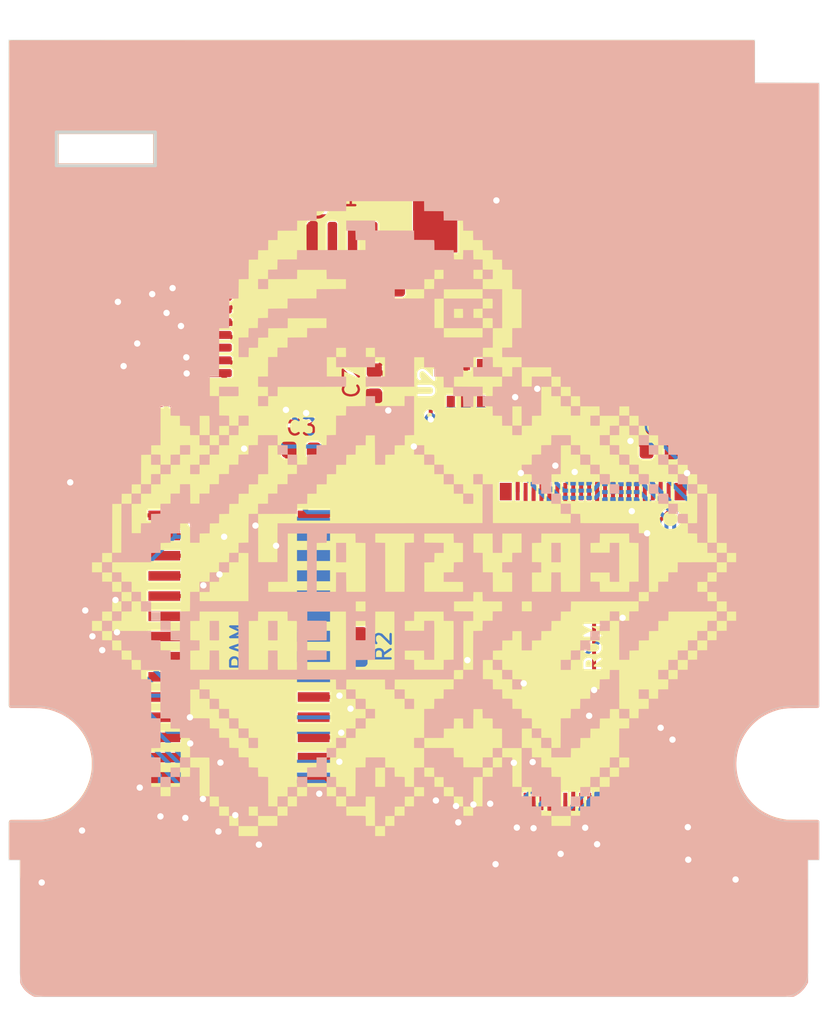
<source format=kicad_pcb>
(kicad_pcb (version 20171130) (host pcbnew "(5.1.2)-2")

  (general
    (thickness 0.8)
    (drawings 25)
    (tracks 966)
    (zones 0)
    (modules 20)
    (nets 56)
  )

  (page A4)
  (layers
    (0 F.Cu signal)
    (31 B.Cu signal)
    (32 B.Adhes user)
    (33 F.Adhes user)
    (34 B.Paste user)
    (35 F.Paste user)
    (36 B.SilkS user)
    (37 F.SilkS user hide)
    (38 B.Mask user)
    (39 F.Mask user)
    (40 Dwgs.User user)
    (41 Cmts.User user)
    (42 Eco1.User user)
    (43 Eco2.User user)
    (44 Edge.Cuts user)
    (45 Margin user)
    (46 B.CrtYd user)
    (47 F.CrtYd user)
    (48 B.Fab user)
    (49 F.Fab user)
  )

  (setup
    (last_trace_width 0.25)
    (trace_clearance 0.2)
    (zone_clearance 0.254)
    (zone_45_only no)
    (trace_min 0.2)
    (via_size 0.8)
    (via_drill 0.4)
    (via_min_size 0.4)
    (via_min_drill 0.3)
    (uvia_size 0.3)
    (uvia_drill 0.1)
    (uvias_allowed no)
    (uvia_min_size 0.2)
    (uvia_min_drill 0.1)
    (edge_width 0.2)
    (segment_width 0.2)
    (pcb_text_width 0.3)
    (pcb_text_size 1.5 1.5)
    (mod_edge_width 0.15)
    (mod_text_size 1 1)
    (mod_text_width 0.15)
    (pad_size 1.524 1.524)
    (pad_drill 0.762)
    (pad_to_mask_clearance 0.0508)
    (solder_mask_min_width 0.25)
    (aux_axis_origin 0 0)
    (visible_elements 7FFFFFFF)
    (pcbplotparams
      (layerselection 0x3ffff_ffffffff)
      (usegerberextensions false)
      (usegerberattributes false)
      (usegerberadvancedattributes false)
      (creategerberjobfile false)
      (excludeedgelayer true)
      (linewidth 0.100000)
      (plotframeref false)
      (viasonmask false)
      (mode 1)
      (useauxorigin false)
      (hpglpennumber 1)
      (hpglpenspeed 20)
      (hpglpendiameter 15.000000)
      (psnegative false)
      (psa4output false)
      (plotreference true)
      (plotvalue true)
      (plotinvisibletext false)
      (padsonsilk false)
      (subtractmaskfromsilk true)
      (outputformat 1)
      (mirror false)
      (drillshape 0)
      (scaleselection 1)
      (outputdirectory "MBC30-CCEdition-Gerbers"))
  )

  (net 0 "")
  (net 1 GND)
  (net 2 "Net-(R3-Pad2)")
  (net 3 "Net-(B1-Pad1)")
  (net 4 "Net-(C5-Pad2)")
  (net 5 "Net-(U2-Pad5)")
  (net 6 "Net-(U2-Pad7)")
  (net 7 "Net-(U4-Pad13)")
  (net 8 "Net-(U4-Pad42)")
  (net 9 VCC)
  (net 10 XIN)
  (net 11 PWR)
  (net 12 AA14)
  (net 13 A12)
  (net 14 A7)
  (net 15 A6)
  (net 16 A5)
  (net 17 A4)
  (net 18 A3)
  (net 19 A2)
  (net 20 A1)
  (net 21 A0)
  (net 22 D0)
  (net 23 D1)
  (net 24 D2)
  (net 25 D3)
  (net 26 D4)
  (net 27 D5)
  (net 28 D6)
  (net 29 D7)
  (net 30 "#CE")
  (net 31 A10)
  (net 32 \RD)
  (net 33 A11)
  (net 34 A9)
  (net 35 A8)
  (net 36 AA13)
  (net 37 \WR)
  (net 38 XOUT)
  (net 39 CLK)
  (net 40 CS)
  (net 41 A13)
  (net 42 A14)
  (net 43 A15)
  (net 44 RESET)
  (net 45 \RST)
  (net 46 \RAMCS)
  (net 47 RA14)
  (net 48 RA15)
  (net 49 RA16)
  (net 50 RA17)
  (net 51 RA18)
  (net 52 RA19)
  (net 53 RA20)
  (net 54 RA21)
  (net 55 WE_AUDIO)

  (net_class Default "This is the default net class."
    (clearance 0.2)
    (trace_width 0.25)
    (via_dia 0.8)
    (via_drill 0.4)
    (uvia_dia 0.3)
    (uvia_drill 0.1)
    (add_net "#CE")
    (add_net A0)
    (add_net A1)
    (add_net A10)
    (add_net A11)
    (add_net A12)
    (add_net A13)
    (add_net A14)
    (add_net A15)
    (add_net A2)
    (add_net A3)
    (add_net A4)
    (add_net A5)
    (add_net A6)
    (add_net A7)
    (add_net A8)
    (add_net A9)
    (add_net AA13)
    (add_net AA14)
    (add_net CLK)
    (add_net CS)
    (add_net D0)
    (add_net D1)
    (add_net D2)
    (add_net D3)
    (add_net D4)
    (add_net D5)
    (add_net D6)
    (add_net D7)
    (add_net GND)
    (add_net "Net-(B1-Pad1)")
    (add_net "Net-(C5-Pad2)")
    (add_net "Net-(R3-Pad2)")
    (add_net "Net-(U2-Pad5)")
    (add_net "Net-(U2-Pad7)")
    (add_net "Net-(U4-Pad13)")
    (add_net "Net-(U4-Pad42)")
    (add_net PWR)
    (add_net RA14)
    (add_net RA15)
    (add_net RA16)
    (add_net RA17)
    (add_net RA18)
    (add_net RA19)
    (add_net RA20)
    (add_net RA21)
    (add_net RESET)
    (add_net VCC)
    (add_net WE_AUDIO)
    (add_net XIN)
    (add_net XOUT)
    (add_net \RAMCS)
    (add_net \RD)
    (add_net \RST)
    (add_net \WR)
  )

  (module Custom:cc4 (layer B.Cu) (tedit 5DB22860) (tstamp 5DB2A4E6)
    (at 90.412581 99.90646 180)
    (fp_text reference G*** (at 0 0) (layer B.SilkS) hide
      (effects (font (size 1.524 1.524) (thickness 0.3)) (justify mirror))
    )
    (fp_text value LOGO (at 0.75 0) (layer B.SilkS) hide
      (effects (font (size 1.524 1.524) (thickness 0.3)) (justify mirror))
    )
    (fp_text user G*** (at 0 0) (layer B.SilkS) hide
      (effects (font (size 1.524 1.524) (thickness 0.3)) (justify mirror))
    )
    (fp_text user LOGO (at 0.75 0) (layer B.SilkS) hide
      (effects (font (size 1.524 1.524) (thickness 0.3)) (justify mirror))
    )
    (fp_poly (pts (xy 13.483166 -6.153342) (xy 13.483402 -6.228871) (xy 13.484066 -6.297937) (xy 13.485093 -6.357558)
      (xy 13.48642 -6.404753) (xy 13.487981 -6.436542) (xy 13.48959 -6.449676) (xy 13.493601 -6.454688)
      (xy 13.502877 -6.458605) (xy 13.519732 -6.461556) (xy 13.54648 -6.463674) (xy 13.585437 -6.465087)
      (xy 13.638916 -6.465928) (xy 13.709232 -6.466327) (xy 13.785923 -6.466416) (xy 14.075833 -6.466416)
      (xy 14.075833 -7.65175) (xy 13.79997 -7.65175) (xy 13.710968 -7.652179) (xy 13.635458 -7.653422)
      (xy 13.575202 -7.655416) (xy 13.531959 -7.658094) (xy 13.507489 -7.661391) (xy 13.503637 -7.662705)
      (xy 13.497756 -7.666767) (xy 13.493122 -7.673492) (xy 13.489588 -7.685211) (xy 13.487004 -7.704255)
      (xy 13.485224 -7.732957) (xy 13.484098 -7.773646) (xy 13.483479 -7.828655) (xy 13.483218 -7.900315)
      (xy 13.483166 -7.984631) (xy 13.483378 -8.06432) (xy 13.483978 -8.137596) (xy 13.48491 -8.201655)
      (xy 13.48612 -8.253693) (xy 13.487553 -8.290904) (xy 13.489153 -8.310484) (xy 13.48959 -8.312342)
      (xy 13.493601 -8.317355) (xy 13.502877 -8.321271) (xy 13.519732 -8.324223) (xy 13.54648 -8.32634)
      (xy 13.585437 -8.327754) (xy 13.638916 -8.328595) (xy 13.709232 -8.328994) (xy 13.785923 -8.329083)
      (xy 14.075833 -8.329083) (xy 14.075833 -9.514416) (xy 12.8905 -9.514416) (xy 12.8905 -8.907007)
      (xy 12.890454 -8.777407) (xy 12.890288 -8.667379) (xy 12.889958 -8.575329) (xy 12.88942 -8.499662)
      (xy 12.888632 -8.438785) (xy 12.88755 -8.391102) (xy 12.88613 -8.35502) (xy 12.884328 -8.328944)
      (xy 12.882102 -8.31128) (xy 12.879408 -8.300432) (xy 12.876201 -8.294808) (xy 12.873759 -8.293173)
      (xy 12.859078 -8.291477) (xy 12.82616 -8.289948) (xy 12.777937 -8.28865) (xy 12.717338 -8.287642)
      (xy 12.647293 -8.286988) (xy 12.570734 -8.28675) (xy 12.568959 -8.28675) (xy 12.474895 -8.287044)
      (xy 12.400458 -8.287971) (xy 12.344117 -8.289595) (xy 12.304342 -8.291981) (xy 12.2796 -8.295194)
      (xy 12.268359 -8.299297) (xy 12.2682 -8.29945) (xy 12.265318 -8.307695) (xy 12.262864 -8.327037)
      (xy 12.26081 -8.358694) (xy 12.259133 -8.403886) (xy 12.257807 -8.46383) (xy 12.256807 -8.539746)
      (xy 12.256107 -8.632853) (xy 12.255682 -8.744368) (xy 12.255507 -8.87551) (xy 12.2555 -8.913283)
      (xy 12.2555 -9.514416) (xy 11.070166 -9.514416) (xy 11.070166 -7.053298) (xy 12.2555 -7.053298)
      (xy 12.25561 -7.165107) (xy 12.255927 -7.270836) (xy 12.256432 -7.368543) (xy 12.257104 -7.456289)
      (xy 12.257922 -7.532132) (xy 12.258867 -7.594133) (xy 12.259919 -7.640351) (xy 12.261057 -7.668845)
      (xy 12.261984 -7.6775) (xy 12.265743 -7.682394) (xy 12.274323 -7.686199) (xy 12.289983 -7.689014)
      (xy 12.314979 -7.690943) (xy 12.351568 -7.692085) (xy 12.402007 -7.692541) (xy 12.468554 -7.692414)
      (xy 12.553466 -7.691802) (xy 12.576838 -7.691595) (xy 12.885208 -7.688791) (xy 12.887937 -7.062985)
      (xy 12.890666 -6.437178) (xy 12.86677 -6.430775) (xy 12.846614 -6.428254) (xy 12.809607 -6.42634)
      (xy 12.759219 -6.42501) (xy 12.698918 -6.424238) (xy 12.632171 -6.423999) (xy 12.562447 -6.424268)
      (xy 12.493212 -6.425021) (xy 12.427936 -6.426231) (xy 12.370086 -6.427874) (xy 12.323131 -6.429926)
      (xy 12.290537 -6.43236) (xy 12.27597 -6.435039) (xy 12.271634 -6.437956) (xy 12.267958 -6.442788)
      (xy 12.264886 -6.451178) (xy 12.262365 -6.464765) (xy 12.260341 -6.485192) (xy 12.258759 -6.5141)
      (xy 12.257565 -6.55313) (xy 12.256704 -6.603924) (xy 12.256123 -6.668122) (xy 12.255766 -6.747368)
      (xy 12.255579 -6.843301) (xy 12.255509 -6.957564) (xy 12.2555 -7.053298) (xy 11.070166 -7.053298)
      (xy 11.070166 -5.87375) (xy 13.483166 -5.87375) (xy 13.483166 -6.153342)) (layer B.Mask) (width 0.01))
    (fp_poly (pts (xy -11.705167 -1.242676) (xy -11.704931 -1.318205) (xy -11.704268 -1.38727) (xy -11.70324 -1.446891)
      (xy -11.701913 -1.494086) (xy -11.700352 -1.525875) (xy -11.698743 -1.539009) (xy -11.694732 -1.544021)
      (xy -11.685456 -1.547938) (xy -11.668601 -1.55089) (xy -11.641853 -1.553007) (xy -11.602897 -1.554421)
      (xy -11.549418 -1.555262) (xy -11.479101 -1.55566) (xy -11.40241 -1.55575) (xy -11.1125 -1.55575)
      (xy -11.1125 -2.148416) (xy -12.297834 -2.148416) (xy -12.297834 -1.83734) (xy -12.297943 -1.74708)
      (xy -12.29835 -1.675751) (xy -12.299172 -1.621121) (xy -12.300526 -1.580955) (xy -12.302531 -1.55302)
      (xy -12.305305 -1.535081) (xy -12.308964 -1.524905) (xy -12.313628 -1.520258) (xy -12.314574 -1.51984)
      (xy -12.32925 -1.518146) (xy -12.362166 -1.516619) (xy -12.410398 -1.515321) (xy -12.47102 -1.514314)
      (xy -12.541107 -1.513658) (xy -12.617732 -1.513416) (xy -12.620195 -1.513416) (xy -12.709677 -1.513615)
      (xy -12.780123 -1.514278) (xy -12.833659 -1.515508) (xy -12.872414 -1.517405) (xy -12.898515 -1.520073)
      (xy -12.914089 -1.523611) (xy -12.920999 -1.527783) (xy -12.922947 -1.536428) (xy -12.924668 -1.557864)
      (xy -12.926166 -1.59281) (xy -12.927447 -1.641982) (xy -12.928516 -1.706096) (xy -12.929379 -1.78587)
      (xy -12.93004 -1.88202) (xy -12.930505 -1.995264) (xy -12.930779 -2.126317) (xy -12.930868 -2.275898)
      (xy -12.930777 -2.444723) (xy -12.930511 -2.633508) (xy -12.930232 -2.773971) (xy -12.927542 -4.005791)
      (xy -12.303125 -4.005791) (xy -12.300312 -3.712104) (xy -12.297499 -3.418416) (xy -11.1125 -3.418416)
      (xy -11.1125 -3.96875) (xy -11.388363 -3.96875) (xy -11.477366 -3.969179) (xy -11.552875 -3.970422)
      (xy -11.613131 -3.972416) (xy -11.656374 -3.975094) (xy -11.680845 -3.978391) (xy -11.684696 -3.979705)
      (xy -11.690616 -3.983797) (xy -11.69527 -3.990571) (xy -11.698812 -4.002378) (xy -11.701392 -4.021565)
      (xy -11.703161 -4.050484) (xy -11.704272 -4.091482) (xy -11.704875 -4.146909) (xy -11.705123 -4.219114)
      (xy -11.705167 -4.297205) (xy -11.705167 -4.60375) (xy -13.5255 -4.60375) (xy -13.5255 -4.292673)
      (xy -13.52561 -4.202413) (xy -13.526016 -4.131085) (xy -13.526838 -4.076455) (xy -13.528193 -4.036289)
      (xy -13.530198 -4.008353) (xy -13.532971 -3.990415) (xy -13.536631 -3.980239) (xy -13.541295 -3.975592)
      (xy -13.542241 -3.975173) (xy -13.556984 -3.973452) (xy -13.589912 -3.971905) (xy -13.638044 -3.970597)
      (xy -13.6984 -3.969592) (xy -13.767998 -3.968955) (xy -13.838574 -3.96875) (xy -14.118167 -3.96875)
      (xy -14.118167 -1.556084) (xy -13.82448 -1.553271) (xy -13.530792 -1.550458) (xy -13.527979 -1.25677)
      (xy -13.525166 -0.963083) (xy -11.705167 -0.963083) (xy -11.705167 -1.242676)) (layer B.Mask) (width 0.01))
    (fp_poly (pts (xy -8.022167 -1.242676) (xy -8.021931 -1.318205) (xy -8.021268 -1.38727) (xy -8.02024 -1.446891)
      (xy -8.018913 -1.494086) (xy -8.017352 -1.525875) (xy -8.015743 -1.539009) (xy -8.011732 -1.544021)
      (xy -8.002456 -1.547938) (xy -7.985601 -1.55089) (xy -7.958853 -1.553007) (xy -7.919897 -1.554421)
      (xy -7.866418 -1.555262) (xy -7.796101 -1.55566) (xy -7.71941 -1.55575) (xy -7.4295 -1.55575)
      (xy -7.4295 -2.741083) (xy -7.713134 -2.741083) (xy -7.806488 -2.741384) (xy -7.880218 -2.742332)
      (xy -7.935857 -2.743991) (xy -7.974941 -2.746428) (xy -7.999004 -2.749709) (xy -8.009467 -2.753783)
      (xy -8.013457 -2.764267) (xy -8.016616 -2.787879) (xy -8.019004 -2.826134) (xy -8.020682 -2.880545)
      (xy -8.021708 -2.952628) (xy -8.022143 -3.043896) (xy -8.022167 -3.075709) (xy -8.021954 -3.155171)
      (xy -8.021351 -3.228219) (xy -8.020414 -3.292038) (xy -8.019198 -3.343815) (xy -8.017759 -3.380735)
      (xy -8.016152 -3.399986) (xy -8.015743 -3.401676) (xy -8.011732 -3.406688) (xy -8.002456 -3.410605)
      (xy -7.985601 -3.413556) (xy -7.958853 -3.415674) (xy -7.919897 -3.417087) (xy -7.866418 -3.417928)
      (xy -7.796101 -3.418327) (xy -7.71941 -3.418416) (xy -7.4295 -3.418416) (xy -7.4295 -4.60375)
      (xy -8.614662 -4.60375) (xy -8.617394 -3.992562) (xy -8.620125 -3.381375) (xy -8.920465 -3.378562)
      (xy -9.019057 -3.377956) (xy -9.097674 -3.378205) (xy -9.157494 -3.379342) (xy -9.199691 -3.381403)
      (xy -9.225443 -3.38442) (xy -9.235319 -3.387795) (xy -9.238488 -3.393517) (xy -9.241179 -3.406014)
      (xy -9.243429 -3.426799) (xy -9.245273 -3.457384) (xy -9.246747 -3.499282) (xy -9.247886 -3.554004)
      (xy -9.248727 -3.623062) (xy -9.249305 -3.70797) (xy -9.249655 -3.810239) (xy -9.249815 -3.931381)
      (xy -9.249834 -4.001795) (xy -9.249834 -4.60375) (xy -10.435167 -4.60375) (xy -10.435167 -2.144376)
      (xy -9.249834 -2.144376) (xy -9.249723 -2.256022) (xy -9.249405 -2.361587) (xy -9.248899 -2.459126)
      (xy -9.248225 -2.546695) (xy -9.247405 -2.622353) (xy -9.246457 -2.684154) (xy -9.245403 -2.730155)
      (xy -9.244263 -2.758414) (xy -9.243349 -2.766834) (xy -9.239591 -2.771728) (xy -9.23101 -2.775532)
      (xy -9.21535 -2.778348) (xy -9.190355 -2.780276) (xy -9.153766 -2.781418) (xy -9.103326 -2.781875)
      (xy -9.036779 -2.781747) (xy -8.951868 -2.781136) (xy -8.928495 -2.780928) (xy -8.620125 -2.778125)
      (xy -8.617394 -2.154385) (xy -8.616887 -2.018323) (xy -8.616661 -1.902069) (xy -8.616739 -1.804268)
      (xy -8.617146 -1.723562) (xy -8.617902 -1.658595) (xy -8.619031 -1.608012) (xy -8.620555 -1.570454)
      (xy -8.622498 -1.544567) (xy -8.624881 -1.528993) (xy -8.627728 -1.522377) (xy -8.627978 -1.522193)
      (xy -8.643278 -1.519087) (xy -8.676092 -1.516647) (xy -8.723074 -1.514853) (xy -8.780882 -1.513683)
      (xy -8.846172 -1.513115) (xy -8.915601 -1.513128) (xy -8.985824 -1.5137) (xy -9.053499 -1.51481)
      (xy -9.115282 -1.516436) (xy -9.16783 -1.518557) (xy -9.207798 -1.521151) (xy -9.231844 -1.524196)
      (xy -9.237134 -1.526116) (xy -9.240005 -1.534343) (xy -9.242452 -1.553651) (xy -9.244501 -1.585256)
      (xy -9.246177 -1.630372) (xy -9.247504 -1.690215) (xy -9.248507 -1.765999) (xy -9.249211 -1.85894)
      (xy -9.249642 -1.970252) (xy -9.249824 -2.10115) (xy -9.249834 -2.144376) (xy -10.435167 -2.144376)
      (xy -10.435167 -0.963083) (xy -8.022167 -0.963083) (xy -8.022167 -1.242676)) (layer B.Mask) (width 0.01))
    (fp_poly (pts (xy -0.656167 -1.513416) (xy -1.2573 -1.513416) (xy -1.393789 -1.513529) (xy -1.510331 -1.513886)
      (xy -1.608145 -1.514512) (xy -1.688449 -1.515431) (xy -1.752462 -1.516669) (xy -1.801402 -1.518252)
      (xy -1.83649 -1.520204) (xy -1.858942 -1.522551) (xy -1.869978 -1.525318) (xy -1.871134 -1.526116)
      (xy -1.874993 -1.540334) (xy -1.878211 -1.572457) (xy -1.880786 -1.619237) (xy -1.882718 -1.677422)
      (xy -1.884008 -1.743761) (xy -1.884656 -1.815004) (xy -1.884662 -1.887901) (xy -1.884025 -1.959201)
      (xy -1.882746 -2.025653) (xy -1.880825 -2.084007) (xy -1.878261 -2.131012) (xy -1.875055 -2.163418)
      (xy -1.871206 -2.177974) (xy -1.871134 -2.17805) (xy -1.860331 -2.182177) (xy -1.836092 -2.185415)
      (xy -1.796885 -2.187826) (xy -1.741179 -2.189476) (xy -1.667445 -2.190429) (xy -1.57415 -2.190749)
      (xy -1.569509 -2.19075) (xy -1.280584 -2.19075) (xy -1.280584 -2.783416) (xy -0.656167 -2.783416)
      (xy -0.656167 -4.60375) (xy -3.069167 -4.60375) (xy -3.069167 -4.011255) (xy -2.45798 -4.008523)
      (xy -1.846792 -4.005791) (xy -1.846792 -3.381375) (xy -2.161646 -3.378571) (xy -2.4765 -3.375768)
      (xy -2.4765 -3.064849) (xy -2.47661 -2.974614) (xy -2.477017 -2.90331) (xy -2.477839 -2.848703)
      (xy -2.479195 -2.808559) (xy -2.481201 -2.780643) (xy -2.483977 -2.76272) (xy -2.487639 -2.752557)
      (xy -2.492306 -2.747919) (xy -2.493241 -2.747507) (xy -2.507984 -2.745786) (xy -2.540912 -2.744238)
      (xy -2.589044 -2.74293) (xy -2.6494 -2.741925) (xy -2.718998 -2.741288) (xy -2.789574 -2.741083)
      (xy -3.069167 -2.741083) (xy -3.069167 -1.556084) (xy -2.77548 -1.553271) (xy -2.481792 -1.550458)
      (xy -2.478979 -1.25677) (xy -2.476166 -0.963083) (xy -0.656167 -0.963083) (xy -0.656167 -1.513416)) (layer B.Mask) (width 0.01))
    (fp_poly (pts (xy 2.434166 -1.513416) (xy 2.133297 -1.513416) (xy 2.043958 -1.513549) (xy 1.973447 -1.514029)
      (xy 1.919425 -1.514979) (xy 1.879556 -1.516522) (xy 1.851501 -1.518779) (xy 1.832923 -1.521874)
      (xy 1.821483 -1.525928) (xy 1.815797 -1.530047) (xy 1.813497 -1.53384) (xy 1.811417 -1.541065)
      (xy 1.809545 -1.552728) (xy 1.807872 -1.569837) (xy 1.806386 -1.5934) (xy 1.805077 -1.624424)
      (xy 1.803932 -1.663918) (xy 1.802943 -1.712888) (xy 1.802098 -1.772342) (xy 1.801385 -1.843288)
      (xy 1.800795 -1.926734) (xy 1.800316 -2.023686) (xy 1.799937 -2.135153) (xy 1.799648 -2.262142)
      (xy 1.799438 -2.405661) (xy 1.799296 -2.566717) (xy 1.799211 -2.746318) (xy 1.799172 -2.945472)
      (xy 1.799166 -3.075214) (xy 1.799166 -4.60375) (xy 0.613833 -4.60375) (xy 0.613833 -3.065007)
      (xy 0.613818 -2.853125) (xy 0.613765 -2.66141) (xy 0.613663 -2.488864) (xy 0.613503 -2.334487)
      (xy 0.613272 -2.19728) (xy 0.61296 -2.076244) (xy 0.612556 -1.97038) (xy 0.61205 -1.878688)
      (xy 0.611431 -1.800169) (xy 0.610687 -1.733825) (xy 0.609808 -1.678656) (xy 0.608783 -1.633662)
      (xy 0.607601 -1.597845) (xy 0.606252 -1.570206) (xy 0.604725 -1.549745) (xy 0.603008 -1.535464)
      (xy 0.601091 -1.526362) (xy 0.598963 -1.521442) (xy 0.597092 -1.51984) (xy 0.58235 -1.518119)
      (xy 0.549422 -1.516572) (xy 0.501289 -1.515263) (xy 0.440933 -1.514258) (xy 0.371335 -1.513622)
      (xy 0.300759 -1.513416) (xy 0.021166 -1.513416) (xy 0.021166 -0.963083) (xy 2.434166 -0.963083)
      (xy 2.434166 -1.513416)) (layer B.Mask) (width 0.01))
    (fp_poly (pts (xy 5.482166 -1.242676) (xy 5.482402 -1.318205) (xy 5.483066 -1.38727) (xy 5.484093 -1.446891)
      (xy 5.48542 -1.494086) (xy 5.486981 -1.525875) (xy 5.48859 -1.539009) (xy 5.492486 -1.543864)
      (xy 5.501511 -1.547694) (xy 5.517901 -1.550617) (xy 5.54389 -1.552751) (xy 5.58171 -1.554213)
      (xy 5.633596 -1.555121) (xy 5.701781 -1.555593) (xy 5.7885 -1.555747) (xy 5.80609 -1.55575)
      (xy 6.117166 -1.55575) (xy 6.117166 -4.60375) (xy 4.931833 -4.60375) (xy 4.931833 -3.99634)
      (xy 4.931787 -3.86674) (xy 4.931621 -3.756712) (xy 4.931291 -3.664662) (xy 4.930754 -3.588996)
      (xy 4.929966 -3.528118) (xy 4.928883 -3.480436) (xy 4.927463 -3.444354) (xy 4.925662 -3.418277)
      (xy 4.923435 -3.400613) (xy 4.920741 -3.389766) (xy 4.917535 -3.384142) (xy 4.915092 -3.382507)
      (xy 4.900564 -3.380872) (xy 4.867675 -3.379391) (xy 4.819228 -3.378117) (xy 4.75803 -3.377108)
      (xy 4.686884 -3.376416) (xy 4.608595 -3.376098) (xy 4.587381 -3.376083) (xy 4.498006 -3.376143)
      (xy 4.427466 -3.376422) (xy 4.373429 -3.377069) (xy 4.333565 -3.378232) (xy 4.305543 -3.380059)
      (xy 4.287029 -3.382698) (xy 4.275695 -3.386297) (xy 4.269207 -3.391005) (xy 4.265455 -3.396554)
      (xy 4.262765 -3.412453) (xy 4.260443 -3.449216) (xy 4.258495 -3.506541) (xy 4.256927 -3.584129)
      (xy 4.255742 -3.68168) (xy 4.254948 -3.798893) (xy 4.254549 -3.935467) (xy 4.2545 -4.010387)
      (xy 4.2545 -4.60375) (xy 3.069166 -4.60375) (xy 3.069166 -2.148307) (xy 4.2545 -2.148307)
      (xy 4.254611 -2.259585) (xy 4.254931 -2.364778) (xy 4.25544 -2.461936) (xy 4.256117 -2.549107)
      (xy 4.256942 -2.624342) (xy 4.257894 -2.685691) (xy 4.258953 -2.731203) (xy 4.260098 -2.758928)
      (xy 4.260981 -2.766825) (xy 4.264645 -2.771573) (xy 4.273034 -2.775299) (xy 4.288329 -2.778096)
      (xy 4.312712 -2.780055) (xy 4.348364 -2.781267) (xy 4.397468 -2.781824) (xy 4.462205 -2.781817)
      (xy 4.544757 -2.781338) (xy 4.597002 -2.780919) (xy 4.926541 -2.778125) (xy 4.929272 -2.154385)
      (xy 4.92978 -2.018323) (xy 4.930006 -1.902069) (xy 4.929927 -1.804268) (xy 4.929521 -1.723562)
      (xy 4.928765 -1.658595) (xy 4.927636 -1.608012) (xy 4.926112 -1.570454) (xy 4.924169 -1.544567)
      (xy 4.921786 -1.528993) (xy 4.918938 -1.522377) (xy 4.918689 -1.522193) (xy 4.905051 -1.520032)
      (xy 4.873023 -1.518064) (xy 4.82538 -1.516363) (xy 4.764899 -1.515004) (xy 4.694355 -1.51406)
      (xy 4.616524 -1.513606) (xy 4.596568 -1.513578) (xy 4.505989 -1.513658) (xy 4.434269 -1.514081)
      (xy 4.379101 -1.514965) (xy 4.338179 -1.516425) (xy 4.309196 -1.518578) (xy 4.289846 -1.521542)
      (xy 4.277822 -1.525433) (xy 4.27113 -1.530047) (xy 4.267556 -1.535461) (xy 4.264526 -1.545064)
      (xy 4.261995 -1.560481) (xy 4.259921 -1.583339) (xy 4.25826 -1.615261) (xy 4.256968 -1.657875)
      (xy 4.256 -1.712804) (xy 4.255315 -1.781675) (xy 4.254867 -1.866113) (xy 4.254612 -1.967742)
      (xy 4.254509 -2.088189) (xy 4.2545 -2.148307) (xy 3.069166 -2.148307) (xy 3.069166 -1.556064)
      (xy 3.38402 -1.553261) (xy 3.698875 -1.550458) (xy 3.701688 -1.25677) (xy 3.704501 -0.963083)
      (xy 5.482166 -0.963083) (xy 5.482166 -1.242676)) (layer B.Mask) (width 0.01))
    (fp_poly (pts (xy -0.018689 -6.167437) (xy -0.015875 -6.461125) (xy 0.277812 -6.463938) (xy 0.5715 -6.466751)
      (xy 0.5715 -7.059083) (xy -0.613834 -7.059083) (xy -0.613834 -6.437135) (xy -0.637646 -6.430753)
      (xy -0.654975 -6.428903) (xy -0.689747 -6.427367) (xy -0.738609 -6.426145) (xy -0.798203 -6.42524)
      (xy -0.865174 -6.424652) (xy -0.936165 -6.424383) (xy -1.00782 -6.424434) (xy -1.076783 -6.424807)
      (xy -1.139699 -6.425503) (xy -1.19321 -6.426522) (xy -1.233961 -6.427868) (xy -1.258596 -6.42954)
      (xy -1.263843 -6.430507) (xy -1.266395 -6.432928) (xy -1.268676 -6.438869) (xy -1.270702 -6.449441)
      (xy -1.272488 -6.465756) (xy -1.274047 -6.488928) (xy -1.275396 -6.520067) (xy -1.276549 -6.560288)
      (xy -1.277521 -6.610701) (xy -1.278326 -6.67242) (xy -1.278981 -6.746557) (xy -1.279499 -6.834224)
      (xy -1.279897 -6.936534) (xy -1.280187 -7.054598) (xy -1.280386 -7.18953) (xy -1.280509 -7.342442)
      (xy -1.28057 -7.514445) (xy -1.280584 -7.679491) (xy -1.280584 -8.922051) (xy -0.949855 -8.919254)
      (xy -0.619125 -8.916458) (xy -0.616312 -8.62277) (xy -0.613499 -8.329083) (xy 0.5715 -8.329083)
      (xy 0.5715 -8.879416) (xy 0.295637 -8.879416) (xy 0.206634 -8.879845) (xy 0.131125 -8.881089)
      (xy 0.070869 -8.883082) (xy 0.027626 -8.88576) (xy 0.003155 -8.889058) (xy -0.000696 -8.890372)
      (xy -0.006616 -8.894463) (xy -0.01127 -8.901238) (xy -0.014812 -8.913044) (xy -0.017392 -8.932232)
      (xy -0.019161 -8.96115) (xy -0.020272 -9.002148) (xy -0.020875 -9.057575) (xy -0.021123 -9.129781)
      (xy -0.021167 -9.207872) (xy -0.021167 -9.514416) (xy -1.8415 -9.514416) (xy -1.8415 -8.892468)
      (xy -1.865313 -8.886087) (xy -1.881876 -8.884408) (xy -1.916618 -8.882883) (xy -1.966549 -8.881576)
      (xy -2.028683 -8.880546) (xy -2.10003 -8.879855) (xy -2.177603 -8.879564) (xy -2.182813 -8.879561)
      (xy -2.4765 -8.879416) (xy -2.4765 -6.466731) (xy -1.846792 -6.461125) (xy -1.843979 -6.167437)
      (xy -1.841166 -5.87375) (xy -0.021502 -5.87375) (xy -0.018689 -6.167437)) (layer B.Mask) (width 0.01))
    (fp_poly (pts (xy 2.439458 -8.916458) (xy 3.050645 -8.91919) (xy 3.661833 -8.921921) (xy 3.661833 -9.514416)
      (xy 1.248833 -9.514416) (xy 1.248833 -5.87375) (xy 2.434094 -5.87375) (xy 2.439458 -8.916458)) (layer B.Mask) (width 0.01))
    (fp_poly (pts (xy 6.709833 -6.424083) (xy 6.11263 -6.424083) (xy 5.983788 -6.424134) (xy 5.87448 -6.424318)
      (xy 5.783076 -6.424677) (xy 5.707943 -6.425258) (xy 5.647451 -6.426103) (xy 5.599967 -6.427257)
      (xy 5.56386 -6.428764) (xy 5.537499 -6.430669) (xy 5.519251 -6.433015) (xy 5.507486 -6.435847)
      (xy 5.500572 -6.439209) (xy 5.498797 -6.440714) (xy 5.495223 -6.446127) (xy 5.492192 -6.45573)
      (xy 5.489662 -6.471148) (xy 5.487588 -6.494005) (xy 5.485927 -6.525928) (xy 5.484634 -6.568542)
      (xy 5.483667 -6.623471) (xy 5.482981 -6.692342) (xy 5.482533 -6.776779) (xy 5.482279 -6.878409)
      (xy 5.482175 -6.998856) (xy 5.482166 -7.058973) (xy 5.482276 -7.170246) (xy 5.482594 -7.275429)
      (xy 5.483098 -7.372573) (xy 5.483769 -7.459727) (xy 5.484587 -7.534943) (xy 5.485531 -7.596271)
      (xy 5.48658 -7.64176) (xy 5.487715 -7.669462) (xy 5.48859 -7.677342) (xy 5.491619 -7.680914)
      (xy 5.498808 -7.683944) (xy 5.511751 -7.686478) (xy 5.532044 -7.688558) (xy 5.56128 -7.690227)
      (xy 5.601054 -7.69153) (xy 5.65296 -7.692509) (xy 5.718593 -7.693209) (xy 5.799547 -7.693672)
      (xy 5.897416 -7.693943) (xy 6.013794 -7.694064) (xy 6.102423 -7.694083) (xy 6.709833 -7.694083)
      (xy 6.709833 -8.28675) (xy 6.106955 -8.28675) (xy 5.978809 -8.28677) (xy 5.870183 -8.286868)
      (xy 5.779427 -8.287097) (xy 5.704896 -8.287515) (xy 5.64494 -8.288174) (xy 5.597913 -8.28913)
      (xy 5.562167 -8.290439) (xy 5.536055 -8.292154) (xy 5.517927 -8.294332) (xy 5.506138 -8.297026)
      (xy 5.49904 -8.300293) (xy 5.494984 -8.304186) (xy 5.493122 -8.30722) (xy 5.490387 -8.322634)
      (xy 5.487986 -8.355765) (xy 5.485944 -8.403166) (xy 5.484288 -8.461392) (xy 5.483044 -8.526995)
      (xy 5.482239 -8.596528) (xy 5.481897 -8.666545) (xy 5.482046 -8.733598) (xy 5.482711 -8.794241)
      (xy 5.483919 -8.845027) (xy 5.485696 -8.88251) (xy 5.488068 -8.903241) (xy 5.48859 -8.905009)
      (xy 5.491619 -8.90858) (xy 5.498808 -8.911611) (xy 5.511751 -8.914144) (xy 5.532044 -8.916224)
      (xy 5.56128 -8.917894) (xy 5.601054 -8.919196) (xy 5.65296 -8.920176) (xy 5.718593 -8.920875)
      (xy 5.799547 -8.921339) (xy 5.897416 -8.921609) (xy 6.013794 -8.92173) (xy 6.102423 -8.92175)
      (xy 6.709833 -8.92175) (xy 6.709833 -9.514416) (xy 4.296833 -9.514416) (xy 4.296833 -5.87375)
      (xy 6.709833 -5.87375) (xy 6.709833 -6.424083)) (layer B.Mask) (width 0.01))
    (fp_poly (pts (xy 9.800166 -6.153342) (xy 9.800402 -6.228871) (xy 9.801066 -6.297937) (xy 9.802093 -6.357558)
      (xy 9.80342 -6.404753) (xy 9.804981 -6.436542) (xy 9.80659 -6.449676) (xy 9.810601 -6.454688)
      (xy 9.819877 -6.458605) (xy 9.836732 -6.461556) (xy 9.86348 -6.463674) (xy 9.902437 -6.465087)
      (xy 9.955916 -6.465928) (xy 10.026232 -6.466327) (xy 10.102923 -6.466416) (xy 10.392833 -6.466416)
      (xy 10.392833 -9.514416) (xy 9.2075 -9.514416) (xy 9.2075 -8.907007) (xy 9.207454 -8.777407)
      (xy 9.207288 -8.667379) (xy 9.206958 -8.575329) (xy 9.20642 -8.499662) (xy 9.205632 -8.438785)
      (xy 9.20455 -8.391102) (xy 9.20313 -8.35502) (xy 9.201328 -8.328944) (xy 9.199102 -8.31128)
      (xy 9.196408 -8.300432) (xy 9.193201 -8.294808) (xy 9.190759 -8.293173) (xy 9.176078 -8.291477)
      (xy 9.14316 -8.289948) (xy 9.094937 -8.28865) (xy 9.034338 -8.287642) (xy 8.964293 -8.286988)
      (xy 8.887734 -8.28675) (xy 8.885959 -8.28675) (xy 8.791895 -8.287044) (xy 8.717458 -8.287971)
      (xy 8.661117 -8.289595) (xy 8.621342 -8.291981) (xy 8.5966 -8.295194) (xy 8.585359 -8.299297)
      (xy 8.5852 -8.29945) (xy 8.582318 -8.307695) (xy 8.579864 -8.327037) (xy 8.57781 -8.358694)
      (xy 8.576133 -8.403886) (xy 8.574807 -8.46383) (xy 8.573807 -8.539746) (xy 8.573107 -8.632853)
      (xy 8.572682 -8.744368) (xy 8.572507 -8.87551) (xy 8.5725 -8.913283) (xy 8.5725 -9.514416)
      (xy 7.387166 -9.514416) (xy 7.387166 -7.053298) (xy 8.5725 -7.053298) (xy 8.57261 -7.165107)
      (xy 8.572927 -7.270836) (xy 8.573432 -7.368543) (xy 8.574104 -7.456289) (xy 8.574922 -7.532132)
      (xy 8.575867 -7.594133) (xy 8.576919 -7.640351) (xy 8.578057 -7.668845) (xy 8.578984 -7.6775)
      (xy 8.582743 -7.682394) (xy 8.591323 -7.686199) (xy 8.606983 -7.689014) (xy 8.631979 -7.690943)
      (xy 8.668568 -7.692085) (xy 8.719007 -7.692541) (xy 8.785554 -7.692414) (xy 8.870466 -7.691802)
      (xy 8.893838 -7.691595) (xy 9.202208 -7.688791) (xy 9.204937 -7.062985) (xy 9.207666 -6.437178)
      (xy 9.18377 -6.430775) (xy 9.163614 -6.428254) (xy 9.126607 -6.42634) (xy 9.076219 -6.42501)
      (xy 9.015918 -6.424238) (xy 8.949171 -6.423999) (xy 8.879447 -6.424268) (xy 8.810212 -6.425021)
      (xy 8.744936 -6.426231) (xy 8.687086 -6.427874) (xy 8.640131 -6.429926) (xy 8.607537 -6.43236)
      (xy 8.59297 -6.435039) (xy 8.588634 -6.437956) (xy 8.584958 -6.442788) (xy 8.581886 -6.451178)
      (xy 8.579365 -6.464765) (xy 8.577341 -6.485192) (xy 8.575759 -6.5141) (xy 8.574565 -6.55313)
      (xy 8.573704 -6.603924) (xy 8.573123 -6.668122) (xy 8.572766 -6.747368) (xy 8.572579 -6.843301)
      (xy 8.572509 -6.957564) (xy 8.5725 -7.053298) (xy 7.387166 -7.053298) (xy 7.387166 -6.466751)
      (xy 7.680854 -6.463938) (xy 7.974541 -6.461125) (xy 7.977354 -6.167437) (xy 7.980168 -5.87375)
      (xy 9.800166 -5.87375) (xy 9.800166 -6.153342)) (layer B.Mask) (width 0.01))
    (fp_poly (pts (xy -5.566672 -1.563687) (xy -5.566496 -1.674739) (xy -5.566047 -1.779601) (xy -5.565354 -1.876336)
      (xy -5.564442 -1.963007) (xy -5.56334 -2.037676) (xy -5.562075 -2.098407) (xy -5.560674 -2.143262)
      (xy -5.559164 -2.170303) (xy -5.558007 -2.177686) (xy -5.550807 -2.181716) (xy -5.533681 -2.184795)
      (xy -5.504726 -2.186988) (xy -5.462035 -2.188357) (xy -5.403705 -2.188967) (xy -5.327829 -2.188883)
      (xy -5.243315 -2.188269) (xy -4.937125 -2.185458) (xy -4.934394 -1.57427) (xy -4.931662 -0.963083)
      (xy -3.735917 -0.963083) (xy -3.735917 -2.148416) (xy -4.024842 -2.148416) (xy -4.119045 -2.14871)
      (xy -4.193619 -2.149633) (xy -4.250096 -2.15125) (xy -4.290007 -2.153626) (xy -4.314881 -2.156825)
      (xy -4.32625 -2.160912) (xy -4.326467 -2.161116) (xy -4.329349 -2.169362) (xy -4.331804 -2.188705)
      (xy -4.333857 -2.220365) (xy -4.335534 -2.265559) (xy -4.33686 -2.325507) (xy -4.337861 -2.401428)
      (xy -4.338561 -2.49454) (xy -4.338985 -2.606063) (xy -4.33916 -2.737214) (xy -4.339167 -2.77479)
      (xy -4.339167 -3.375763) (xy -4.64873 -3.378569) (xy -4.958292 -3.381375) (xy -4.961024 -3.992562)
      (xy -4.963756 -4.60375) (xy -6.1595 -4.60375) (xy -6.1595 -3.418731) (xy -5.529792 -3.413125)
      (xy -5.526991 -3.085762) (xy -5.526351 -2.989153) (xy -5.5263 -2.911856) (xy -5.526896 -2.852026)
      (xy -5.528198 -2.807814) (xy -5.530262 -2.777375) (xy -5.533149 -2.75886) (xy -5.536915 -2.750423)
      (xy -5.537574 -2.749903) (xy -5.551254 -2.747715) (xy -5.583299 -2.745724) (xy -5.63091 -2.744007)
      (xy -5.691286 -2.742641) (xy -5.761625 -2.741701) (xy -5.839129 -2.741265) (xy -5.855062 -2.741245)
      (xy -6.159166 -2.741083) (xy -6.161979 -2.447395) (xy -6.164792 -2.153708) (xy -6.45848 -2.150895)
      (xy -6.752167 -2.148081) (xy -6.752167 -0.963083) (xy -5.566834 -0.963083) (xy -5.566672 -1.563687)) (layer B.Mask) (width 0.01))
    (fp_poly (pts (xy 7.937644 -2.46327) (xy 7.937705 -2.64013) (xy 7.937851 -2.811391) (xy 7.938077 -2.975838)
      (xy 7.938377 -3.132256) (xy 7.938746 -3.279428) (xy 7.939179 -3.416141) (xy 7.93967 -3.541178)
      (xy 7.940215 -3.653324) (xy 7.940808 -3.751364) (xy 7.941444 -3.834081) (xy 7.942119 -3.900262)
      (xy 7.942825 -3.94869) (xy 7.94356 -3.97815) (xy 7.94417 -3.98727) (xy 7.950552 -4.011083)
      (xy 9.165166 -4.011083) (xy 9.165166 -4.60375) (xy 6.752166 -4.60375) (xy 6.752166 -0.963083)
      (xy 7.9375 -0.963083) (xy 7.937644 -2.46327)) (layer B.Mask) (width 0.01))
    (fp_poly (pts (xy -6.930483 30.097479) (xy -6.311107 30.097468) (xy -5.68328 30.097451) (xy -5.047306 30.097428)
      (xy -4.403488 30.097398) (xy -3.752129 30.097363) (xy -3.09353 30.097321) (xy -2.427996 30.097273)
      (xy -1.755829 30.097218) (xy -1.077331 30.097157) (xy -0.392805 30.09709) (xy 0.297445 30.097016)
      (xy 0.993117 30.096936) (xy 1.693909 30.096849) (xy 2.069507 30.0968) (xy 2.920556 30.096687)
      (xy 3.750699 30.096576) (xy 4.560195 30.096466) (xy 5.349303 30.096357) (xy 6.118283 30.096249)
      (xy 6.867394 30.096142) (xy 7.596898 30.096035) (xy 8.307052 30.095929) (xy 8.998118 30.095823)
      (xy 9.670354 30.095716) (xy 10.324021 30.095609) (xy 10.959377 30.095501) (xy 11.576683 30.095393)
      (xy 12.176199 30.095283) (xy 12.758183 30.095172) (xy 13.322897 30.095059) (xy 13.870599 30.094944)
      (xy 14.401549 30.094827) (xy 14.916007 30.094708) (xy 15.414233 30.094585) (xy 15.896486 30.094461)
      (xy 16.363025 30.094333) (xy 16.814112 30.094201) (xy 17.250005 30.094066) (xy 17.670964 30.093927)
      (xy 18.077249 30.093784) (xy 18.469119 30.093637) (xy 18.846835 30.093485) (xy 19.210655 30.093328)
      (xy 19.56084 30.093167) (xy 19.897649 30.093) (xy 20.221342 30.092827) (xy 20.532179 30.092649)
      (xy 20.830419 30.092464) (xy 21.116322 30.092274) (xy 21.390148 30.092076) (xy 21.652157 30.091873)
      (xy 21.902607 30.091662) (xy 22.141759 30.091443) (xy 22.369873 30.091218) (xy 22.587209 30.090984)
      (xy 22.794025 30.090743) (xy 22.990581 30.090494) (xy 23.177138 30.090236) (xy 23.353956 30.089969)
      (xy 23.521292 30.089693) (xy 23.679409 30.089409) (xy 23.828564 30.089114) (xy 23.969018 30.088811)
      (xy 24.101031 30.088497) (xy 24.224862 30.088173) (xy 24.340771 30.087839) (xy 24.449017 30.087494)
      (xy 24.549861 30.087138) (xy 24.643562 30.086771) (xy 24.730379 30.086393) (xy 24.810573 30.086003)
      (xy 24.884403 30.085601) (xy 24.952129 30.085188) (xy 25.01401 30.084762) (xy 25.070307 30.084323)
      (xy 25.121278 30.083872) (xy 25.167184 30.083407) (xy 25.208284 30.08293) (xy 25.244838 30.082438)
      (xy 25.277106 30.081933) (xy 25.305348 30.081414) (xy 25.329822 30.080881) (xy 25.350789 30.080333)
      (xy 25.368509 30.079771) (xy 25.38324 30.079193) (xy 25.395244 30.0786) (xy 25.404779 30.077992)
      (xy 25.412106 30.077368) (xy 25.417483 30.076728) (xy 25.421171 30.076072) (xy 25.42343 30.0754)
      (xy 25.42413 30.075041) (xy 25.451569 30.051632) (xy 25.47129 30.027881) (xy 25.472009 30.026206)
      (xy 25.47271 30.023224) (xy 25.473393 30.018659) (xy 25.474058 30.012237) (xy 25.474705 30.003684)
      (xy 25.475335 29.992724) (xy 25.475948 29.979084) (xy 25.476544 29.96249) (xy 25.477123 29.942666)
      (xy 25.477687 29.919337) (xy 25.478234 29.892231) (xy 25.478766 29.861071) (xy 25.479282 29.825583)
      (xy 25.479784 29.785494) (xy 25.48027 29.740528) (xy 25.480743 29.690411) (xy 25.4812 29.634868)
      (xy 25.481644 29.573625) (xy 25.482075 29.506407) (xy 25.482492 29.432941) (xy 25.482896 29.35295)
      (xy 25.483287 29.266161) (xy 25.483666 29.1723) (xy 25.484032 29.071091) (xy 25.484387 28.962261)
      (xy 25.484729 28.845534) (xy 25.485061 28.720637) (xy 25.485381 28.587294) (xy 25.485691 28.445231)
      (xy 25.48599 28.294174) (xy 25.486279 28.133848) (xy 25.486558 27.963979) (xy 25.486828 27.784292)
      (xy 25.487088 27.594512) (xy 25.487339 27.394366) (xy 25.487581 27.183578) (xy 25.487814 26.961874)
      (xy 25.48804 26.728979) (xy 25.488257 26.48462) (xy 25.488467 26.228521) (xy 25.48867 25.960408)
      (xy 25.488865 25.680007) (xy 25.489054 25.387042) (xy 25.489236 25.08124) (xy 25.489412 24.762326)
      (xy 25.489582 24.430025) (xy 25.489746 24.084063) (xy 25.489905 23.724165) (xy 25.490059 23.350057)
      (xy 25.490208 22.961465) (xy 25.490352 22.558113) (xy 25.490492 22.139728) (xy 25.490629 21.706034)
      (xy 25.490761 21.256758) (xy 25.490891 20.791624) (xy 25.491017 20.310359) (xy 25.49114 19.812687)
      (xy 25.491261 19.298334) (xy 25.49138 18.767027) (xy 25.491497 18.218489) (xy 25.491612 17.652447)
      (xy 25.491725 17.068626) (xy 25.491838 16.466751) (xy 25.49195 15.846549) (xy 25.492061 15.207744)
      (xy 25.492172 14.550063) (xy 25.492283 13.873229) (xy 25.492395 13.17697) (xy 25.492507 12.461011)
      (xy 25.49262 11.725076) (xy 25.492734 10.968892) (xy 25.492849 10.192184) (xy 25.492967 9.394677)
      (xy 25.493007 9.118008) (xy 25.493101 8.452636) (xy 25.493187 7.792243) (xy 25.493266 7.137148)
      (xy 25.493338 6.487671) (xy 25.493403 5.844133) (xy 25.49346 5.206853) (xy 25.493511 4.57615)
      (xy 25.493554 3.952346) (xy 25.493591 3.33576) (xy 25.49362 2.726712) (xy 25.493643 2.125521)
      (xy 25.493658 1.532508) (xy 25.493667 0.947993) (xy 25.49367 0.372296) (xy 25.493665 -0.194264)
      (xy 25.493654 -0.751366) (xy 25.493637 -1.29869) (xy 25.493613 -1.835918) (xy 25.493582 -2.362727)
      (xy 25.493545 -2.8788) (xy 25.493502 -3.383815) (xy 25.493453 -3.877453) (xy 25.493397 -4.359393)
      (xy 25.493335 -4.829317) (xy 25.493267 -5.286903) (xy 25.493193 -5.731833) (xy 25.493113 -6.163785)
      (xy 25.493027 -6.582441) (xy 25.492936 -6.987479) (xy 25.492838 -7.378581) (xy 25.492735 -7.755426)
      (xy 25.492625 -8.117695) (xy 25.492511 -8.465067) (xy 25.49239 -8.797222) (xy 25.492264 -9.113841)
      (xy 25.492133 -9.414603) (xy 25.491996 -9.699189) (xy 25.491854 -9.967279) (xy 25.491706 -10.218552)
      (xy 25.491553 -10.452689) (xy 25.491395 -10.66937) (xy 25.491231 -10.868275) (xy 25.491063 -11.049083)
      (xy 25.490889 -11.211476) (xy 25.490711 -11.355132) (xy 25.490527 -11.479733) (xy 25.490339 -11.584958)
      (xy 25.490146 -11.670487) (xy 25.489948 -11.736) (xy 25.489745 -11.781178) (xy 25.489538 -11.8057)
      (xy 25.489412 -11.810362) (xy 25.475624 -11.855687) (xy 25.447733 -11.892382) (xy 25.412699 -11.927416)
      (xy 24.63112 -11.92777) (xy 24.425394 -11.92813) (xy 24.239281 -11.929086) (xy 24.07123 -11.930752)
      (xy 23.919693 -11.933239) (xy 23.783121 -11.936659) (xy 23.659965 -11.941123) (xy 23.548676 -11.946745)
      (xy 23.447704 -11.953635) (xy 23.355502 -11.961906) (xy 23.270519 -11.97167) (xy 23.191206 -11.983038)
      (xy 23.116015 -11.996122) (xy 23.043397 -12.011035) (xy 22.971803 -12.027887) (xy 22.899682 -12.046792)
      (xy 22.870235 -12.054983) (xy 22.621543 -12.134947) (xy 22.377069 -12.232807) (xy 22.139913 -12.347007)
      (xy 21.913173 -12.47599) (xy 21.699949 -12.6182) (xy 21.600583 -12.692832) (xy 21.482951 -12.791259)
      (xy 21.36075 -12.905483) (xy 21.237436 -13.031711) (xy 21.116464 -13.166154) (xy 21.001289 -13.305021)
      (xy 20.895366 -13.44452) (xy 20.830412 -13.53777) (xy 20.742079 -13.68044) (xy 20.656651 -13.838967)
      (xy 20.576492 -14.00805) (xy 20.503967 -14.182385) (xy 20.44144 -14.356671) (xy 20.393207 -14.51829)
      (xy 20.377939 -14.579751) (xy 20.360781 -14.655472) (xy 20.343143 -14.738806) (xy 20.326436 -14.823105)
      (xy 20.313057 -14.896041) (xy 20.274241 -15.118291) (xy 20.274228 -15.456958) (xy 20.274278 -15.551133)
      (xy 20.274583 -15.627597) (xy 20.27536 -15.689804) (xy 20.276831 -15.74121) (xy 20.279213 -15.785269)
      (xy 20.282728 -15.825437) (xy 20.287594 -15.865168) (xy 20.294031 -15.907919) (xy 20.302258 -15.957143)
      (xy 20.308179 -15.991416) (xy 20.361847 -16.25254) (xy 20.430359 -16.503968) (xy 20.513109 -16.744108)
      (xy 20.609492 -16.971367) (xy 20.718905 -17.184155) (xy 20.830428 -17.365586) (xy 20.934608 -17.511865)
      (xy 21.052898 -17.661535) (xy 21.181195 -17.810072) (xy 21.315394 -17.952949) (xy 21.451393 -18.085643)
      (xy 21.585088 -18.203627) (xy 21.605875 -18.220742) (xy 21.699626 -18.292043) (xy 21.809554 -18.367023)
      (xy 21.931545 -18.443337) (xy 22.061483 -18.518639) (xy 22.195256 -18.590581) (xy 22.328749 -18.656817)
      (xy 22.457848 -18.715) (xy 22.51075 -18.736864) (xy 22.695139 -18.803424) (xy 22.894358 -18.861049)
      (xy 23.110498 -18.910319) (xy 23.193375 -18.926219) (xy 23.373291 -18.959138) (xy 24.384474 -18.964881)
      (xy 24.553958 -18.965863) (xy 24.703553 -18.966785) (xy 24.834538 -18.967677) (xy 24.948193 -18.96857)
      (xy 25.045794 -18.969493) (xy 25.12862 -18.970476) (xy 25.19795 -18.971549) (xy 25.255062 -18.972743)
      (xy 25.301234 -18.974087) (xy 25.337745 -18.975612) (xy 25.365873 -18.977347) (xy 25.386896 -18.979323)
      (xy 25.402093 -18.981569) (xy 25.412742 -18.984115) (xy 25.420122 -18.986992) (xy 25.424139 -18.989293)
      (xy 25.451573 -19.012701) (xy 25.47129 -19.036449) (xy 25.474256 -19.041932) (xy 25.4769 -19.049618)
      (xy 25.479244 -19.060711) (xy 25.48131 -19.076417) (xy 25.483122 -19.09794) (xy 25.484702 -19.126486)
      (xy 25.486072 -19.16326) (xy 25.487256 -19.209466) (xy 25.488275 -19.26631) (xy 25.489153 -19.334998)
      (xy 25.489912 -19.416734) (xy 25.490575 -19.512722) (xy 25.491164 -19.62417) (xy 25.491702 -19.75228)
      (xy 25.492212 -19.89826) (xy 25.492716 -20.063313) (xy 25.493097 -20.197822) (xy 25.49346 -20.351868)
      (xy 25.493688 -20.500606) (xy 25.493784 -20.642591) (xy 25.493754 -20.776375) (xy 25.493601 -20.900514)
      (xy 25.49333 -21.01356) (xy 25.492945 -21.114067) (xy 25.492451 -21.200589) (xy 25.491852 -21.27168)
      (xy 25.491152 -21.325894) (xy 25.490357 -21.361784) (xy 25.489501 -21.377695) (xy 25.47547 -21.423306)
      (xy 25.447733 -21.459716) (xy 25.412699 -21.49475) (xy 24.79675 -21.49475) (xy 24.79675 -25.335557)
      (xy 24.796747 -25.67464) (xy 24.796737 -25.993209) (xy 24.796716 -26.291912) (xy 24.796681 -26.571402)
      (xy 24.79663 -26.832329) (xy 24.796557 -27.075345) (xy 24.796461 -27.301099) (xy 24.796338 -27.510244)
      (xy 24.796185 -27.703431) (xy 24.795999 -27.881309) (xy 24.795776 -28.044531) (xy 24.795512 -28.193747)
      (xy 24.795206 -28.329608) (xy 24.794853 -28.452766) (xy 24.79445 -28.563871) (xy 24.793995 -28.663574)
      (xy 24.793483 -28.752526) (xy 24.792911 -28.831379) (xy 24.792277 -28.900783) (xy 24.791577 -28.961389)
      (xy 24.790807 -29.013848) (xy 24.789966 -29.058811) (xy 24.789048 -29.09693) (xy 24.788051 -29.128855)
      (xy 24.786972 -29.155237) (xy 24.785808 -29.176727) (xy 24.784554 -29.193976) (xy 24.783209 -29.207636)
      (xy 24.781768 -29.218357) (xy 24.780229 -29.226789) (xy 24.778588 -29.233585) (xy 24.777238 -29.238161)
      (xy 24.758983 -29.283495) (xy 24.729922 -29.34084) (xy 24.692722 -29.405881) (xy 24.650049 -29.474303)
      (xy 24.604567 -29.54179) (xy 24.558944 -29.604029) (xy 24.525716 -29.645281) (xy 24.481568 -29.694176)
      (xy 24.429337 -29.747319) (xy 24.377449 -29.796293) (xy 24.354507 -29.816381) (xy 24.298997 -29.860691)
      (xy 24.23472 -29.907733) (xy 24.166215 -29.954553) (xy 24.098023 -29.998196) (xy 24.034685 -30.035709)
      (xy 23.980741 -30.064136) (xy 23.958231 -30.074216) (xy 23.897587 -30.099) (xy 0.002856 -30.098717)
      (xy -23.891875 -30.098435) (xy -24.013584 -30.032164) (xy -24.117784 -29.972215) (xy -24.208006 -29.912659)
      (xy -24.2908 -29.848729) (xy -24.372716 -29.77566) (xy -24.393181 -29.756032) (xy -24.517635 -29.624239)
      (xy -24.626389 -29.486267) (xy -24.716893 -29.345393) (xy -24.72783 -29.325865) (xy -24.79675 -29.200549)
      (xy -24.79675 -21.49475) (xy -25.423284 -21.49475) (xy -25.459267 -21.458766) (xy -25.49525 -21.422783)
      (xy -25.49525 -19.050333) (xy -25.466146 -19.017855) (xy -25.429607 -18.989469) (xy -25.394709 -18.975607)
      (xy -25.377592 -18.974081) (xy -25.340713 -18.972635) (xy -25.285477 -18.971284) (xy -25.213291 -18.970042)
      (xy -25.125558 -18.968924) (xy -25.023683 -18.967942) (xy -24.909072 -18.967111) (xy -24.78313 -18.966446)
      (xy -24.647261 -18.96596) (xy -24.502872 -18.965668) (xy -24.396208 -18.965585) (xy -23.44004 -18.965333)
      (xy -23.247916 -18.933019) (xy -23.036073 -18.891875) (xy -22.834535 -18.840912) (xy -22.639662 -18.778729)
      (xy -22.447816 -18.703923) (xy -22.25536 -18.615093) (xy -22.058654 -18.510836) (xy -21.881042 -18.406378)
      (xy -21.720102 -18.298141) (xy -21.558055 -18.170269) (xy -21.39641 -18.024128) (xy -21.23668 -17.861088)
      (xy -21.080374 -17.682517) (xy -21.075654 -17.676814) (xy -20.912934 -17.463384) (xy -20.767558 -17.23842)
      (xy -20.640034 -17.003222) (xy -20.530871 -16.759089) (xy -20.440579 -16.507318) (xy -20.369668 -16.249209)
      (xy -20.318646 -15.986061) (xy -20.288022 -15.719172) (xy -20.283955 -15.658041) (xy -20.278739 -15.386902)
      (xy -20.294152 -15.117905) (xy -20.329828 -14.852179) (xy -20.385399 -14.590853) (xy -20.460496 -14.335057)
      (xy -20.554753 -14.085921) (xy -20.667801 -13.844573) (xy -20.799273 -13.612144) (xy -20.9488 -13.389762)
      (xy -21.075651 -13.226518) (xy -21.252681 -13.025666) (xy -21.43643 -12.844098) (xy -21.628712 -12.680512)
      (xy -21.831341 -12.533601) (xy -22.046128 -12.40206) (xy -22.274888 -12.284586) (xy -22.519434 -12.179873)
      (xy -22.5425 -12.170946) (xy -22.636201 -12.135655) (xy -22.724894 -12.103912) (xy -22.810168 -12.075531)
      (xy -22.893614 -12.050328) (xy -22.97682 -12.028119) (xy -23.061377 -12.008718) (xy -23.148875 -11.991942)
      (xy -23.240902 -11.977605) (xy -23.339048 -11.965523) (xy -23.444904 -11.955511) (xy -23.560059 -11.947385)
      (xy -23.686103 -11.940961) (xy -23.824625 -11.936053) (xy -23.977215 -11.932477) (xy -24.145462 -11.930048)
      (xy -24.330957 -11.928582) (xy -24.535289 -11.927894) (xy -24.636413 -11.927788) (xy -25.423284 -11.927416)
      (xy -25.459267 -11.891433) (xy -25.49525 -11.855449) (xy -25.49525 -2.169583) (xy -20.277667 -2.169583)
      (xy -20.277667 -2.76225) (xy -19.685315 -2.76225) (xy -19.679709 -3.391958) (xy -19.050335 -3.397564)
      (xy -19.047522 -3.691094) (xy -19.044709 -3.984625) (xy -18.751021 -3.987438) (xy -18.457334 -3.990251)
      (xy -18.457334 -4.624581) (xy -18.751021 -4.627395) (xy -19.044709 -4.630208) (xy -19.050335 -5.217268)
      (xy -19.365022 -5.220071) (xy -19.679709 -5.222875) (xy -19.685315 -5.852583) (xy -20.277667 -5.852583)
      (xy -20.277667 -6.44525) (xy -19.685315 -6.44525) (xy -19.679709 -7.074958) (xy -19.050335 -7.080564)
      (xy -19.047522 -7.374094) (xy -19.044709 -7.667625) (xy -18.751179 -7.670437) (xy -18.457648 -7.67325)
      (xy -18.454845 -7.987937) (xy -18.452042 -8.302625) (xy -17.822668 -8.308231) (xy -17.817042 -8.895291)
      (xy -17.229982 -8.900917) (xy -17.227179 -9.215604) (xy -17.224375 -9.530291) (xy -16.595001 -9.535897)
      (xy -16.592188 -9.829428) (xy -16.589375 -10.122958) (xy -16.002315 -10.128584) (xy -15.996709 -10.757958)
      (xy -15.6845 -10.76325) (xy -15.372292 -10.768541) (xy -15.367 -11.059583) (xy -15.361709 -11.350625)
      (xy -15.068179 -11.353437) (xy -14.774648 -11.35625) (xy -14.771845 -11.670937) (xy -14.769042 -11.985625)
      (xy -14.456834 -11.990916) (xy -14.144625 -11.996208) (xy -14.139334 -12.28725) (xy -14.134042 -12.578291)
      (xy -13.546982 -12.583917) (xy -13.544179 -12.898604) (xy -13.541375 -13.213291) (xy -12.916959 -13.223875)
      (xy -12.914254 -14.131395) (xy -12.911549 -15.038916) (xy -13.217229 -15.038916) (xy -13.309176 -15.039095)
      (xy -13.382056 -15.039695) (xy -13.437968 -15.040811) (xy -13.47901 -15.042541) (xy -13.50728 -15.04498)
      (xy -13.524875 -15.048223) (xy -13.533894 -15.052366) (xy -13.534955 -15.053431) (xy -13.538821 -15.066024)
      (xy -13.5417 -15.094054) (xy -13.543626 -15.138698) (xy -13.544634 -15.201132) (xy -13.544759 -15.282531)
      (xy -13.544188 -15.368285) (xy -13.541375 -15.668625) (xy -12.912001 -15.674231) (xy -12.906375 -16.261291)
      (xy -12.319315 -16.266917) (xy -12.313709 -16.896291) (xy -11.684335 -16.901897) (xy -11.681522 -17.195428)
      (xy -11.678709 -17.488958) (xy -11.385179 -17.491771) (xy -11.091648 -17.494584) (xy -11.086042 -18.123958)
      (xy -10.456668 -18.129564) (xy -10.453855 -18.423094) (xy -10.451042 -18.716625) (xy -10.157512 -18.719437)
      (xy -9.863982 -18.72225) (xy -9.861179 -19.036937) (xy -9.858375 -19.351625) (xy -8.641292 -19.351625)
      (xy -8.635686 -18.722231) (xy -8.006292 -18.716625) (xy -8.003479 -18.423104) (xy -8.000666 -18.129584)
      (xy -7.707146 -18.126771) (xy -7.413625 -18.123958) (xy -7.408019 -17.494564) (xy -6.778625 -17.488958)
      (xy -6.775813 -17.195437) (xy -6.773 -16.901917) (xy -6.479479 -16.899104) (xy -6.185959 -16.896291)
      (xy -6.183254 -15.981846) (xy -6.18264 -15.805637) (xy -6.181896 -15.649893) (xy -6.181011 -15.513912)
      (xy -6.179974 -15.396993) (xy -6.178773 -15.298434) (xy -6.177398 -15.217534) (xy -6.175838 -15.153591)
      (xy -6.174083 -15.105904) (xy -6.172119 -15.073771) (xy -6.169938 -15.05649) (xy -6.168729 -15.053159)
      (xy -6.161127 -15.04886) (xy -6.144891 -15.04547) (xy -6.117971 -15.042896) (xy -6.078315 -15.041046)
      (xy -6.023872 -15.039828) (xy -5.952589 -15.039149) (xy -5.862416 -15.038918) (xy -5.851445 -15.038916)
      (xy -5.545982 -15.038916) (xy -5.543179 -15.35377) (xy -5.540375 -15.668625) (xy -5.246855 -15.671437)
      (xy -4.953335 -15.67425) (xy -4.950522 -15.967771) (xy -4.947709 -16.261291) (xy -4.632912 -16.264094)
      (xy -4.318116 -16.266898) (xy -4.315412 -17.195428) (xy -4.312709 -18.123958) (xy -4.019188 -18.126771)
      (xy -3.725668 -18.129584) (xy -3.722855 -18.423104) (xy -3.720042 -18.716625) (xy -3.095625 -18.716625)
      (xy -3.092813 -18.423104) (xy -3.09 -18.129584) (xy -2.796479 -18.126771) (xy -2.502959 -18.123958)
      (xy -2.497353 -17.494564) (xy -1.867959 -17.488958) (xy -1.865146 -17.195437) (xy -1.862333 -16.901917)
      (xy -1.568813 -16.899104) (xy -1.275292 -16.896291) (xy -1.269686 -16.266897) (xy -0.640292 -16.261291)
      (xy -0.637479 -15.967446) (xy -0.634665 -15.673602) (xy -0.319979 -15.676405) (xy -0.005292 -15.679208)
      (xy -0.00256 -16.290238) (xy 0.000171 -16.901268) (xy -0.314769 -16.904071) (xy -0.629709 -16.906875)
      (xy -0.629709 -17.488958) (xy -0.000315 -17.494564) (xy 0.005291 -18.123958) (xy 0.298812 -18.126771)
      (xy 0.592332 -18.129584) (xy 0.595145 -18.423104) (xy 0.597958 -18.716625) (xy 1.227352 -18.722231)
      (xy 1.232958 -19.351625) (xy 1.526645 -19.354438) (xy 1.820333 -19.357251) (xy 1.820333 -19.991916)
      (xy 2.455333 -19.991916) (xy 2.455333 -19.357251) (xy 2.74902 -19.354438) (xy 3.042708 -19.351625)
      (xy 3.045514 -19.048516) (xy 3.046583 -18.955713) (xy 3.04795 -18.882109) (xy 3.049722 -18.825742)
      (xy 3.052003 -18.784644) (xy 3.054899 -18.756852) (xy 3.058515 -18.740401) (xy 3.062366 -18.733751)
      (xy 3.074228 -18.730904) (xy 3.10295 -18.728386) (xy 3.149142 -18.726184) (xy 3.213412 -18.724284)
      (xy 3.29637 -18.72267) (xy 3.398626 -18.721328) (xy 3.520789 -18.720245) (xy 3.663469 -18.719405)
      (xy 3.673393 -18.719359) (xy 4.270375 -18.716625) (xy 4.273187 -18.423094) (xy 4.276 -18.129564)
      (xy 4.590687 -18.126761) (xy 4.905375 -18.123958) (xy 4.910981 -17.494584) (xy 5.498041 -17.488958)
      (xy 5.500854 -17.19527) (xy 5.503668 -16.901583) (xy 6.730665 -16.901583) (xy 6.733478 -17.19527)
      (xy 6.736291 -17.488958) (xy 7.365685 -17.494564) (xy 7.371291 -18.123958) (xy 7.664812 -18.126771)
      (xy 7.958332 -18.129584) (xy 7.961145 -18.423104) (xy 7.963958 -18.716625) (xy 8.593352 -18.722231)
      (xy 8.598958 -19.351625) (xy 9.210145 -19.354356) (xy 9.821333 -19.357088) (xy 9.821333 -19.991916)
      (xy 11.049 -19.991916) (xy 11.049 -19.357251) (xy 11.342687 -19.354438) (xy 11.636375 -19.351625)
      (xy 11.641981 -18.722231) (xy 12.271375 -18.716625) (xy 12.274187 -18.423104) (xy 12.277 -18.129584)
      (xy 12.570521 -18.126771) (xy 12.864041 -18.123958) (xy 12.869647 -17.494564) (xy 13.499041 -17.488958)
      (xy 13.509625 -15.679208) (xy 13.803144 -15.676395) (xy 14.096664 -15.673582) (xy 14.099478 -15.967437)
      (xy 14.102291 -16.261291) (xy 14.731685 -16.266897) (xy 14.737291 -16.896291) (xy 15.030812 -16.899104)
      (xy 15.324332 -16.901917) (xy 15.327145 -17.195437) (xy 15.329958 -17.488958) (xy 15.954375 -17.488958)
      (xy 15.957187 -17.195437) (xy 15.96 -16.901917) (xy 16.253521 -16.899104) (xy 16.547041 -16.896291)
      (xy 16.547041 -16.271875) (xy 16.253354 -16.269061) (xy 15.959666 -16.266248) (xy 15.959666 -15.657874)
      (xy 15.959711 -15.546506) (xy 15.95984 -15.441646) (xy 15.960044 -15.345173) (xy 15.960316 -15.258963)
      (xy 15.960648 -15.184896) (xy 15.961032 -15.124848) (xy 15.961458 -15.080698) (xy 15.96192 -15.054324)
      (xy 15.962312 -15.047282) (xy 15.973155 -15.046503) (xy 16.002427 -15.045416) (xy 16.047395 -15.044097)
      (xy 16.105323 -15.042619) (xy 16.173478 -15.041055) (xy 16.249125 -15.03948) (xy 16.256 -15.039344)
      (xy 16.547041 -15.033625) (xy 16.547041 -14.451541) (xy 16.256 -14.44625) (xy 15.964958 -14.440958)
      (xy 15.962254 -13.512438) (xy 15.959551 -12.583918) (xy 16.253296 -12.581105) (xy 16.547041 -12.578291)
      (xy 16.549732 -11.36753) (xy 16.550255 -11.163299) (xy 16.550875 -10.979638) (xy 16.551599 -10.815949)
      (xy 16.552434 -10.671635) (xy 16.553386 -10.546098) (xy 16.554464 -10.438741) (xy 16.555673 -10.348967)
      (xy 16.557021 -10.276179) (xy 16.558516 -10.21978) (xy 16.560163 -10.179172) (xy 16.56197 -10.153758)
      (xy 16.563944 -10.14294) (xy 16.564124 -10.142669) (xy 16.572185 -10.138324) (xy 16.589739 -10.134795)
      (xy 16.618763 -10.131975) (xy 16.661235 -10.129759) (xy 16.719132 -10.128041) (xy 16.794434 -10.126714)
      (xy 16.878933 -10.125764) (xy 17.182041 -10.122958) (xy 17.184854 -9.829437) (xy 17.187667 -9.535917)
      (xy 17.481187 -9.533104) (xy 17.774708 -9.530291) (xy 17.780314 -8.900897) (xy 18.409708 -8.895291)
      (xy 18.412521 -8.601771) (xy 18.415334 -8.30825) (xy 18.708854 -8.305437) (xy 19.002375 -8.302625)
      (xy 19.007981 -7.673231) (xy 19.637375 -7.667625) (xy 19.640188 -7.373937) (xy 19.643001 -7.08025)
      (xy 20.277666 -7.08025) (xy 20.277666 -6.44525) (xy 19.643001 -6.44525) (xy 19.640188 -6.151562)
      (xy 19.637375 -5.857875) (xy 19.322678 -5.855071) (xy 19.007981 -5.852268) (xy 19.005178 -5.537571)
      (xy 19.002375 -5.222875) (xy 18.708687 -5.220061) (xy 18.415 -5.217248) (xy 18.415 -4.625251)
      (xy 18.708687 -4.622438) (xy 19.002375 -4.619625) (xy 19.007981 -3.990231) (xy 19.637375 -3.984625)
      (xy 19.640188 -3.690937) (xy 19.643001 -3.39725) (xy 20.277666 -3.39725) (xy 20.277666 -2.76225)
      (xy 19.643001 -2.76225) (xy 19.640188 -2.468562) (xy 19.637375 -2.174875) (xy 19.322556 -2.172071)
      (xy 19.007737 -2.169268) (xy 19.005056 -0.626905) (xy 19.002375 0.915459) (xy 18.708844 0.918272)
      (xy 18.415314 0.921085) (xy 18.409708 1.550459) (xy 17.780334 1.556065) (xy 17.774708 2.143125)
      (xy 17.481078 2.145939) (xy 17.187448 2.148752) (xy 17.184745 3.077272) (xy 17.182041 4.005792)
      (xy 16.552667 4.011398) (xy 16.549854 4.304929) (xy 16.547041 4.598459) (xy 16.256 4.60375)
      (xy 15.964958 4.609042) (xy 15.959666 5.831417) (xy 15.954375 7.053792) (xy 15.329958 7.053792)
      (xy 15.324666 6.76275) (xy 15.319375 6.471709) (xy 14.737291 6.461125) (xy 14.732 6.148917)
      (xy 14.726708 5.836709) (xy 14.4145 5.831417) (xy 14.102291 5.826125) (xy 14.097 5.535084)
      (xy 14.091708 5.244042) (xy 13.798106 5.241229) (xy 13.504505 5.238416) (xy 13.501773 5.849771)
      (xy 13.499041 6.461125) (xy 13.198702 6.463938) (xy 13.10011 6.464544) (xy 13.021492 6.464295)
      (xy 12.961673 6.463158) (xy 12.919475 6.461097) (xy 12.893723 6.45808) (xy 12.883848 6.454705)
      (xy 12.880679 6.448983) (xy 12.877988 6.436486) (xy 12.875738 6.415701) (xy 12.873894 6.385116)
      (xy 12.87242 6.343218) (xy 12.871281 6.288496) (xy 12.87044 6.219438) (xy 12.869862 6.13453)
      (xy 12.869511 6.032261) (xy 12.869352 5.911119) (xy 12.869333 5.840705) (xy 12.869333 5.23875)
      (xy 12.277001 5.23875) (xy 12.274188 5.532438) (xy 12.271375 5.826125) (xy 11.95652 5.828929)
      (xy 11.641666 5.831732) (xy 11.641666 6.137195) (xy 11.641859 6.22976) (xy 11.642498 6.303187)
      (xy 11.643673 6.359501) (xy 11.645474 6.40073) (xy 11.647991 6.428899) (xy 11.651315 6.446033)
      (xy 11.655535 6.454159) (xy 11.655778 6.45437) (xy 11.671761 6.458534) (xy 11.708875 6.462046)
      (xy 11.767091 6.464903) (xy 11.846383 6.467106) (xy 11.946724 6.468652) (xy 11.970632 6.468895)
      (xy 12.271375 6.471709) (xy 12.274106 7.082729) (xy 12.276838 7.693749) (xy 12.57044 7.696562)
      (xy 12.864041 7.699375) (xy 12.864041 8.916459) (xy 12.573 8.92175) (xy 12.281958 8.927042)
      (xy 12.276666 10.44575) (xy 12.271375 11.964459) (xy 11.959166 11.96975) (xy 11.646958 11.975042)
      (xy 11.641666 12.901084) (xy 11.636375 13.827125) (xy 11.054291 13.837709) (xy 11.049 14.44625)
      (xy 11.043708 15.054792) (xy 10.7315 15.060084) (xy 10.419291 15.065375) (xy 10.414 15.673917)
      (xy 10.408708 16.282459) (xy 10.117666 16.28775) (xy 9.826625 16.293042) (xy 9.821333 16.584084)
      (xy 9.816041 16.875125) (xy 9.191625 16.885709) (xy 9.181041 17.510125) (xy 8.89 17.515417)
      (xy 8.598958 17.520709) (xy 8.593666 17.81175) (xy 8.588375 18.102792) (xy 7.979833 18.108084)
      (xy 7.371291 18.113375) (xy 7.366 18.425584) (xy 7.360708 18.737792) (xy 6.752166 18.743084)
      (xy 6.143625 18.748375) (xy 6.133041 19.330459) (xy 5.207 19.33575) (xy 4.280958 19.341042)
      (xy 4.275666 19.65325) (xy 4.270375 19.965459) (xy -0.629709 19.965459) (xy -0.635 19.65325)
      (xy -0.640292 19.341042) (xy -1.248834 19.33575) (xy -1.857375 19.330459) (xy -1.867959 18.748375)
      (xy -2.4765 18.743084) (xy -3.085042 18.737792) (xy -3.090334 18.425584) (xy -3.095625 18.113375)
      (xy -3.407834 18.108084) (xy -3.720042 18.102792) (xy -3.725334 17.81175) (xy -3.730625 17.520709)
      (xy -4.312709 17.510125) (xy -4.318 17.197917) (xy -4.323292 16.885709) (xy -4.6355 16.880417)
      (xy -4.947709 16.875125) (xy -4.953 16.584084) (xy -4.958292 16.293042) (xy -5.249334 16.28775)
      (xy -5.540375 16.282459) (xy -5.545667 15.97025) (xy -5.550959 15.658042) (xy -5.863167 15.65275)
      (xy -6.175375 15.647459) (xy -6.185959 14.430375) (xy -6.477 14.425084) (xy -6.768042 14.419792)
      (xy -6.768042 11.975042) (xy -6.477 11.96975) (xy -6.185959 11.964459) (xy -6.175375 10.747375)
      (xy -5.863167 10.742084) (xy -5.550959 10.736792) (xy -5.550959 10.154709) (xy -6.1595 10.149417)
      (xy -6.768042 10.144125) (xy -6.770845 9.829329) (xy -6.773649 9.514533) (xy -8.630709 9.509125)
      (xy -8.636335 8.922085) (xy -9.223375 8.916459) (xy -9.226179 8.601762) (xy -9.228982 8.287065)
      (xy -9.543679 8.284262) (xy -9.858375 8.281459) (xy -9.861188 7.987938) (xy -9.864001 7.694418)
      (xy -10.157522 7.691605) (xy -10.451042 7.688792) (xy -10.453845 7.374024) (xy -10.456649 7.059256)
      (xy -11.678709 7.053792) (xy -11.681522 6.760105) (xy -11.684335 6.466417) (xy -12.911332 6.466417)
      (xy -12.914146 6.760105) (xy -12.916959 7.053792) (xy -13.541375 7.053792) (xy -13.544188 6.760272)
      (xy -13.547001 6.466751) (xy -13.840522 6.463938) (xy -14.134042 6.461125) (xy -14.136845 6.146429)
      (xy -14.139648 5.831732) (xy -14.454345 5.828929) (xy -14.769042 5.826125) (xy -14.774668 5.239085)
      (xy -15.068188 5.236272) (xy -15.361709 5.233459) (xy -15.367315 4.604065) (xy -15.996709 4.598459)
      (xy -15.999522 4.304938) (xy -16.002335 4.011418) (xy -16.589375 4.005792) (xy -16.592179 3.691095)
      (xy -16.594982 3.376398) (xy -16.909679 3.373595) (xy -17.224375 3.370792) (xy -17.227188 3.077272)
      (xy -17.230001 2.783751) (xy -17.523522 2.780938) (xy -17.817042 2.778125) (xy -17.819845 2.463429)
      (xy -17.822648 2.148732) (xy -18.137345 2.145929) (xy -18.452042 2.143125) (xy -18.457668 1.556085)
      (xy -18.751188 1.553272) (xy -19.044709 1.550459) (xy -19.04739 0.008095) (xy -19.050071 -1.534268)
      (xy -19.36489 -1.537071) (xy -19.679709 -1.539875) (xy -19.685315 -2.169583) (xy -20.277667 -2.169583)
      (xy -25.49525 -2.169583) (xy -25.49525 24.182917) (xy 16.41475 24.182917) (xy 16.41475 22.330834)
      (xy 22.38375 22.330834) (xy 22.38375 24.182917) (xy 16.41475 24.182917) (xy -25.49525 24.182917)
      (xy -25.49525 27.323313) (xy -25.473263 27.351265) (xy -25.450511 27.375301) (xy -25.428284 27.39238)
      (xy -25.421187 27.39406) (xy -25.405471 27.395627) (xy -25.38039 27.397088) (xy -25.345195 27.39845)
      (xy -25.299141 27.39972) (xy -25.24148 27.400905) (xy -25.171465 27.402011) (xy -25.088348 27.403046)
      (xy -24.991383 27.404016) (xy -24.879822 27.404928) (xy -24.752918 27.40579) (xy -24.609925 27.406608)
      (xy -24.450095 27.407388) (xy -24.272681 27.408139) (xy -24.076936 27.408866) (xy -23.862112 27.409577)
      (xy -23.627463 27.410278) (xy -23.426209 27.410834) (xy -21.447125 27.416125) (xy -21.441834 28.721391)
      (xy -21.436542 30.026656) (xy -21.402943 30.056675) (xy -21.368019 30.079715) (xy -21.323757 30.091851)
      (xy -21.312985 30.093294) (xy -21.300747 30.093491) (xy -21.267645 30.093685) (xy -21.213982 30.093874)
      (xy -21.14006 30.094059) (xy -21.046183 30.094239) (xy -20.932653 30.094415) (xy -20.799774 30.094587)
      (xy -20.647847 30.094754) (xy -20.477175 30.094917) (xy -20.288062 30.095076) (xy -20.080811 30.095229)
      (xy -19.855723 30.095378) (xy -19.613102 30.095523) (xy -19.35325 30.095662) (xy -19.07647 30.095797)
      (xy -18.783066 30.095927) (xy -18.47334 30.096052) (xy -18.147594 30.096173) (xy -17.806131 30.096288)
      (xy -17.449255 30.096398) (xy -17.077267 30.096504) (xy -16.690472 30.096604) (xy -16.289171 30.096699)
      (xy -15.873667 30.096789) (xy -15.444263 30.096873) (xy -15.001262 30.096953) (xy -14.544967 30.097027)
      (xy -14.07568 30.097095) (xy -13.593704 30.097159) (xy -13.099343 30.097217) (xy -12.592898 30.097269)
      (xy -12.074673 30.097316) (xy -11.54497 30.097357) (xy -11.004092 30.097392) (xy -10.452342 30.097422)
      (xy -9.890022 30.097446) (xy -9.317437 30.097465) (xy -8.734887 30.097477) (xy -8.142676 30.097484)
      (xy -7.541108 30.097485) (xy -6.930483 30.097479)) (layer B.SilkS) (width 0.01))
    (fp_poly (pts (xy 0.592666 7.376584) (xy 0.597958 7.064375) (xy 2.450041 7.064375) (xy 2.455333 7.376584)
      (xy 2.460625 7.688792) (xy 3.042708 7.688792) (xy 3.048 7.376584) (xy 3.053291 7.064375)
      (xy 3.661833 7.059084) (xy 4.270375 7.053792) (xy 4.275666 6.76275) (xy 4.280958 6.471709)
      (xy 4.593166 6.466417) (xy 4.905375 6.461125) (xy 4.910666 5.852584) (xy 4.915958 5.244042)
      (xy 5.207 5.23875) (xy 5.498041 5.233459) (xy 5.503333 4.92125) (xy 5.508625 4.609042)
      (xy 5.820833 4.60375) (xy 6.133041 4.598459) (xy 6.143625 4.016375) (xy 6.434666 4.011084)
      (xy 6.725708 4.005792) (xy 6.731 3.693584) (xy 6.736291 3.381375) (xy 7.050988 3.378572)
      (xy 7.365684 3.375769) (xy 7.368488 3.690781) (xy 7.371291 4.005792) (xy 7.664812 4.008605)
      (xy 7.958332 4.011418) (xy 7.961145 4.304938) (xy 7.963958 4.598459) (xy 8.593666 4.604065)
      (xy 8.593666 5.227764) (xy 8.617479 5.233538) (xy 8.632287 5.234566) (xy 8.666256 5.235431)
      (xy 8.717378 5.236124) (xy 8.783649 5.236637) (xy 8.863062 5.236958) (xy 8.953611 5.23708)
      (xy 9.05329 5.236993) (xy 9.160093 5.236687) (xy 9.228666 5.236386) (xy 9.816041 5.233459)
      (xy 9.821333 4.92125) (xy 9.826625 4.609042) (xy 10.117666 4.60375) (xy 10.408708 4.598459)
      (xy 10.414 4.307417) (xy 10.419291 4.016375) (xy 10.7315 4.011084) (xy 11.043708 4.005792)
      (xy 11.049 3.693584) (xy 11.054291 3.381375) (xy 11.345333 3.376084) (xy 11.636375 3.370792)
      (xy 11.641666 3.07975) (xy 11.646958 2.788709) (xy 11.959166 2.783417) (xy 12.271375 2.778125)
      (xy 12.276666 2.465917) (xy 12.281958 2.153709) (xy 12.573 2.148417) (xy 12.864041 2.143125)
      (xy 12.869333 1.852084) (xy 12.874625 1.561042) (xy 13.186833 1.55575) (xy 13.499041 1.550459)
      (xy 13.504333 1.23825) (xy 13.509625 0.926042) (xy 14.091708 0.926042) (xy 14.097216 1.534584)
      (xy 14.098265 1.645987) (xy 14.099332 1.7509) (xy 14.100392 1.847442) (xy 14.10142 1.933733)
      (xy 14.102393 2.007894) (xy 14.103286 2.068045) (xy 14.104074 2.112305) (xy 14.104733 2.138794)
      (xy 14.105154 2.145931) (xy 14.115934 2.146551) (xy 14.145232 2.146936) (xy 14.190401 2.147086)
      (xy 14.248794 2.147002) (xy 14.317765 2.146682) (xy 14.394665 2.146128) (xy 14.417145 2.145931)
      (xy 14.726708 2.143125) (xy 14.732 1.852084) (xy 14.737291 1.561042) (xy 15.028333 1.55575)
      (xy 15.319375 1.550459) (xy 15.324666 1.23825) (xy 15.329958 0.926042) (xy 15.642166 0.92075)
      (xy 15.954375 0.915459) (xy 15.959666 0.60325) (xy 15.964958 0.291042) (xy 16.256 0.28575)
      (xy 16.547041 0.280459) (xy 16.557625 -0.301625) (xy 16.869833 -0.306916) (xy 17.182041 -0.312208)
      (xy 17.187333 -0.624416) (xy 17.192625 -0.936625) (xy 17.774708 -0.936625) (xy 17.777411 -0.008105)
      (xy 17.780115 0.920415) (xy 17.48637 0.923229) (xy 17.192625 0.926042) (xy 17.189821 1.240739)
      (xy 17.187018 1.555436) (xy 16.872321 1.558239) (xy 16.557625 1.561042) (xy 16.554812 1.854563)
      (xy 16.551999 2.148083) (xy 16.258478 2.150896) (xy 15.964958 2.153709) (xy 15.959352 2.783103)
      (xy 15.329958 2.788709) (xy 15.327145 3.082229) (xy 15.324332 3.37575) (xy 15.030812 3.378563)
      (xy 14.737291 3.381375) (xy 14.731685 4.010769) (xy 14.102291 4.016375) (xy 14.099315 4.28625)
      (xy 14.098725 4.360936) (xy 14.098627 4.429593) (xy 14.098988 4.489077) (xy 14.099779 4.536238)
      (xy 14.100969 4.567931) (xy 14.102202 4.580097) (xy 14.108066 4.604069) (xy 14.726708 4.598459)
      (xy 14.729521 4.304938) (xy 14.732334 4.011418) (xy 15.025854 4.008605) (xy 15.319375 4.005792)
      (xy 15.324981 3.376084) (xy 15.959666 3.376084) (xy 15.959666 3.68716) (xy 15.959776 3.77742)
      (xy 15.960182 3.848749) (xy 15.961004 3.903379) (xy 15.962358 3.943545) (xy 15.964363 3.97148)
      (xy 15.967137 3.989419) (xy 15.970797 3.999595) (xy 15.97546 4.004242) (xy 15.976407 4.00466)
      (xy 15.991148 4.006381) (xy 16.024076 4.007927) (xy 16.07221 4.009236) (xy 16.132571 4.010241)
      (xy 16.202178 4.010878) (xy 16.272898 4.011084) (xy 16.552648 4.011084) (xy 16.549844 3.69623)
      (xy 16.547041 3.381375) (xy 16.253354 3.378562) (xy 15.959666 3.375749) (xy 15.959666 2.783752)
      (xy 16.253354 2.780939) (xy 16.547041 2.778125) (xy 16.549844 2.463271) (xy 16.552648 2.148417)
      (xy 17.187333 2.148417) (xy 17.187333 1.55575) (xy 17.78 1.55575) (xy 17.78 0.92075)
      (xy 18.414929 0.92075) (xy 18.41761 -0.62177) (xy 18.420291 -2.164291) (xy 18.713979 -2.167104)
      (xy 19.007666 -2.169918) (xy 19.007666 -2.76225) (xy 19.642666 -2.76225) (xy 19.642666 -3.39725)
      (xy 19.007666 -3.39725) (xy 19.007666 -3.989916) (xy 18.415 -3.989916) (xy 18.415 -4.624916)
      (xy 17.78 -4.624916) (xy 17.78 -5.217583) (xy 18.415 -5.217583) (xy 18.415 -5.852583)
      (xy 19.007666 -5.852583) (xy 19.007666 -6.44525) (xy 19.642666 -6.44525) (xy 19.642666 -7.08025)
      (xy 19.007666 -7.08025) (xy 19.007666 -7.672581) (xy 18.713979 -7.675395) (xy 18.420291 -7.678208)
      (xy 18.414685 -8.307602) (xy 17.785291 -8.313208) (xy 17.782478 -8.606728) (xy 17.779665 -8.900249)
      (xy 17.192625 -8.905875) (xy 17.189821 -9.220643) (xy 17.187018 -9.535411) (xy 15.964958 -9.540875)
      (xy 15.959594 -12.583583) (xy 15.65401 -12.583583) (xy 15.561426 -12.583776) (xy 15.48798 -12.584414)
      (xy 15.431647 -12.585588) (xy 15.390402 -12.587388) (xy 15.362217 -12.589904) (xy 15.345069 -12.593226)
      (xy 15.336931 -12.597444) (xy 15.336713 -12.597694) (xy 15.332549 -12.613678) (xy 15.329038 -12.650792)
      (xy 15.32618 -12.709008) (xy 15.323977 -12.7883) (xy 15.322431 -12.888641) (xy 15.322188 -12.912548)
      (xy 15.319375 -13.213291) (xy 14.737291 -13.223875) (xy 14.732 -13.514916) (xy 14.726708 -13.805958)
      (xy 14.425965 -13.808771) (xy 14.321177 -13.810179) (xy 14.237433 -13.812243) (xy 14.174758 -13.814962)
      (xy 14.133181 -13.818336) (xy 14.112727 -13.822362) (xy 14.111111 -13.823297) (xy 14.108013 -13.829319)
      (xy 14.105381 -13.842821) (xy 14.10318 -13.865278) (xy 14.101376 -13.898163) (xy 14.099937 -13.94295)
      (xy 14.098827 -14.001113) (xy 14.098012 -14.074127) (xy 14.09746 -14.163464) (xy 14.097136 -14.270598)
      (xy 14.097006 -14.397005) (xy 14.097 -14.436805) (xy 14.097 -15.038601) (xy 14.411854 -15.041405)
      (xy 14.726708 -15.044208) (xy 14.732314 -15.673582) (xy 15.025844 -15.676395) (xy 15.319375 -15.679208)
      (xy 15.322188 -15.972895) (xy 15.325001 -16.266583) (xy 15.959666 -16.266583) (xy 15.959666 -16.901583)
      (xy 15.324666 -16.901583) (xy 15.324666 -16.266583) (xy 14.732 -16.266583) (xy 14.732 -15.673916)
      (xy 14.097 -15.673916) (xy 14.097 -15.038916) (xy 13.495866 -15.038916) (xy 13.359377 -15.039029)
      (xy 13.242836 -15.039386) (xy 13.145022 -15.040012) (xy 13.064718 -15.040931) (xy 13.000705 -15.042169)
      (xy 12.951764 -15.043752) (xy 12.916677 -15.045704) (xy 12.894225 -15.048051) (xy 12.883189 -15.050818)
      (xy 12.882033 -15.051616) (xy 12.879981 -15.058485) (xy 12.878143 -15.075364) (xy 12.876509 -15.103146)
      (xy 12.875069 -15.142722) (xy 12.873814 -15.194984) (xy 12.872736 -15.260825) (xy 12.871825 -15.341135)
      (xy 12.871071 -15.436807) (xy 12.870466 -15.548733) (xy 12.87 -15.677805) (xy 12.869664 -15.824914)
      (xy 12.869449 -15.990953) (xy 12.869346 -16.176813) (xy 12.869333 -16.279115) (xy 12.869333 -17.493915)
      (xy 12.575645 -17.496728) (xy 12.281958 -17.499541) (xy 12.276352 -18.128935) (xy 11.646958 -18.134541)
      (xy 11.644145 -18.428062) (xy 11.641332 -18.721582) (xy 11.347812 -18.724395) (xy 11.054291 -18.727208)
      (xy 11.048685 -19.356916) (xy 9.821333 -19.356916) (xy 9.821333 -18.722249) (xy 10.114853 -18.719438)
      (xy 10.408708 -18.716625) (xy 10.408708 -18.134541) (xy 9.826625 -18.134541) (xy 9.823811 -18.428396)
      (xy 9.821 -18.721916) (xy 8.593666 -18.721916) (xy 8.593666 -18.12925) (xy 7.958666 -18.12925)
      (xy 7.958666 -17.49425) (xy 7.366 -17.49425) (xy 7.366 -16.901583) (xy 6.731 -16.901583)
      (xy 6.731 -16.266583) (xy 5.503333 -16.266583) (xy 5.503333 -16.901583) (xy 4.910666 -16.901583)
      (xy 4.910666 -17.49425) (xy 4.275666 -17.49425) (xy 4.275666 -18.129421) (xy 3.664479 -18.12669)
      (xy 3.053291 -18.123958) (xy 3.048 -17.81175) (xy 3.042708 -17.499541) (xy 2.460625 -17.499541)
      (xy 2.457921 -18.428229) (xy 2.455217 -19.356916) (xy 1.820648 -19.356916) (xy 1.817844 -19.042062)
      (xy 1.815041 -18.727208) (xy 1.521521 -18.724395) (xy 1.228 -18.721582) (xy 1.225187 -18.428062)
      (xy 1.222375 -18.134541) (xy 0.592981 -18.128935) (xy 0.587375 -17.499541) (xy 0.293687 -17.496728)
      (xy 0 -17.493915) (xy 0 -16.901918) (xy 0.293687 -16.899104) (xy 0.587375 -16.896291)
      (xy 0.590188 -16.595548) (xy 0.591569 -16.492698) (xy 0.593596 -16.409729) (xy 0.596253 -16.34694)
      (xy 0.599528 -16.304629) (xy 0.603407 -16.283096) (xy 0.60458 -16.280855) (xy 0.605187 -16.280536)
      (xy 1.820333 -16.280536) (xy 1.820455 -16.391953) (xy 1.820807 -16.497005) (xy 1.821367 -16.593791)
      (xy 1.822112 -16.680411) (xy 1.82302 -16.754964) (xy 1.824069 -16.81555) (xy 1.825235 -16.860266)
      (xy 1.826498 -16.887213) (xy 1.827545 -16.894684) (xy 1.83958 -16.89643) (xy 1.870069 -16.897833)
      (xy 1.916302 -16.898856) (xy 1.975569 -16.89946) (xy 2.045158 -16.899608) (xy 2.12236 -16.899261)
      (xy 2.142399 -16.899094) (xy 2.450041 -16.896291) (xy 2.450041 -15.679208) (xy 2.135187 -15.676405)
      (xy 1.820333 -15.673601) (xy 1.820333 -16.280536) (xy 0.605187 -16.280536) (xy 0.612798 -16.276539)
      (xy 0.630858 -16.273029) (xy 0.660701 -16.270221) (xy 0.704267 -16.268011) (xy 0.763499 -16.266297)
      (xy 0.840336 -16.264975) (xy 0.919266 -16.264097) (xy 1.222375 -16.261291) (xy 1.227666 -15.97025)
      (xy 1.232958 -15.679208) (xy 1.526645 -15.676395) (xy 1.820333 -15.673581) (xy 1.820333 -15.368128)
      (xy 1.820515 -15.276075) (xy 1.821124 -15.203104) (xy 1.822254 -15.14713) (xy 1.824001 -15.10607)
      (xy 1.826459 -15.077842) (xy 1.829723 -15.060361) (xy 1.833886 -15.051546) (xy 1.834753 -15.050707)
      (xy 1.844911 -15.047941) (xy 1.868782 -15.045653) (xy 1.907342 -15.043826) (xy 1.961567 -15.042447)
      (xy 2.032433 -15.041501) (xy 2.120914 -15.040972) (xy 2.227986 -15.040847) (xy 2.354625 -15.04111)
      (xy 2.445941 -15.041473) (xy 3.042708 -15.044208) (xy 3.048 -15.356416) (xy 3.053291 -15.668625)
      (xy 3.3655 -15.673916) (xy 3.677708 -15.679208) (xy 3.683 -16.584083) (xy 3.688291 -17.488958)
      (xy 4.275331 -17.494584) (xy 4.278144 -17.200729) (xy 4.280958 -16.906875) (xy 4.595655 -16.904071)
      (xy 4.910352 -16.901268) (xy 4.913155 -16.586571) (xy 4.915958 -16.271875) (xy 5.209645 -16.269061)
      (xy 5.503333 -16.266248) (xy 5.503333 -15.039251) (xy 5.209645 -15.036438) (xy 4.915958 -15.033625)
      (xy 4.913145 -14.740094) (xy 4.910332 -14.446564) (xy 4.280958 -14.440958) (xy 4.275352 -13.811584)
      (xy 3.981821 -13.808771) (xy 3.688291 -13.805958) (xy 3.685478 -13.512428) (xy 3.682665 -13.218897)
      (xy 3.053291 -13.213291) (xy 3.047685 -12.583917) (xy 2.460625 -12.578291) (xy 2.460625 -11.996208)
      (xy 2.754312 -11.993395) (xy 2.980161 -11.991231) (xy 3.048 -11.991231) (xy 3.048 -12.583268)
      (xy 3.362854 -12.586071) (xy 3.677708 -12.588875) (xy 3.683314 -13.218249) (xy 3.976844 -13.221062)
      (xy 4.270375 -13.223875) (xy 4.273187 -13.517405) (xy 4.276 -13.810935) (xy 4.590687 -13.813738)
      (xy 4.905375 -13.816541) (xy 4.910981 -14.445915) (xy 5.498041 -14.451541) (xy 5.500854 -14.745071)
      (xy 5.503667 -15.038602) (xy 6.133041 -15.044208) (xy 6.138333 -15.356416) (xy 6.143625 -15.668625)
      (xy 6.434666 -15.673916) (xy 6.725708 -15.679208) (xy 6.731334 -16.266268) (xy 7.046021 -16.269071)
      (xy 7.360708 -16.271875) (xy 7.366314 -16.901249) (xy 7.659844 -16.904062) (xy 7.953375 -16.906875)
      (xy 7.956187 -17.200405) (xy 7.959 -17.493935) (xy 8.273687 -17.496738) (xy 8.588375 -17.499541)
      (xy 8.591178 -17.814562) (xy 8.593982 -18.129584) (xy 8.887511 -18.126771) (xy 9.181041 -18.123958)
      (xy 9.183746 -17.209513) (xy 9.184368 -17.032048) (xy 9.185126 -16.875116) (xy 9.186033 -16.738084)
      (xy 9.187096 -16.620318) (xy 9.188327 -16.521185) (xy 9.189734 -16.440051) (xy 9.191328 -16.376283)
      (xy 9.193118 -16.329249) (xy 9.195115 -16.298313) (xy 9.197327 -16.282844) (xy 9.198138 -16.280986)
      (xy 9.206217 -16.276644) (xy 9.223827 -16.273117) (xy 9.252942 -16.270299) (xy 9.295537 -16.268084)
      (xy 9.353584 -16.266366) (xy 9.429058 -16.265039) (xy 9.512933 -16.264097) (xy 9.816041 -16.261291)
      (xy 9.821333 -15.97025) (xy 9.826625 -15.679208) (xy 10.117666 -15.673916) (xy 10.408708 -15.668625)
      (xy 10.411521 -15.367882) (xy 10.412903 -15.265031) (xy 10.414929 -15.182062) (xy 10.417587 -15.119273)
      (xy 10.420862 -15.076963) (xy 10.424741 -15.05543) (xy 10.425913 -15.053188) (xy 10.434132 -15.048872)
      (xy 10.452191 -15.045362) (xy 10.482034 -15.042554) (xy 10.525601 -15.040345) (xy 10.584832 -15.03863)
      (xy 10.66167 -15.037308) (xy 10.7406 -15.036431) (xy 11.043708 -15.033625) (xy 11.049 -14.742583)
      (xy 11.054291 -14.451541) (xy 11.345333 -14.44625) (xy 11.636375 -14.440958) (xy 11.639181 -14.13785)
      (xy 11.640255 -14.044848) (xy 11.641635 -13.971071) (xy 11.643425 -13.914577) (xy 11.645726 -13.873426)
      (xy 11.648644 -13.845676) (xy 11.652281 -13.829386) (xy 11.655938 -13.823163) (xy 11.671695 -13.81912)
      (xy 11.708312 -13.815678) (xy 11.76549 -13.812849) (xy 11.84293 -13.810647) (xy 11.940333 -13.809087)
      (xy 11.970632 -13.808771) (xy 12.271375 -13.805958) (xy 12.276666 -13.514916) (xy 12.281958 -13.223875)
      (xy 12.573 -13.218583) (xy 12.864041 -13.213291) (xy 12.866847 -12.910183) (xy 12.867916 -12.817379)
      (xy 12.869284 -12.743776) (xy 12.871055 -12.687408) (xy 12.873337 -12.646311) (xy 12.876233 -12.618519)
      (xy 12.879849 -12.602067) (xy 12.8837 -12.595418) (xy 12.895562 -12.59257) (xy 12.924284 -12.590053)
      (xy 12.970475 -12.587851) (xy 13.034745 -12.58595) (xy 13.117703 -12.584336) (xy 13.219959 -12.582995)
      (xy 13.342122 -12.581912) (xy 13.484802 -12.581072) (xy 13.494727 -12.581026) (xy 14.091708 -12.578291)
      (xy 14.091708 -10.768541) (xy 13.798178 -10.765728) (xy 13.504647 -10.762915) (xy 13.499041 -10.133541)
      (xy 4.915958 -10.133541) (xy 4.910666 -10.44575) (xy 4.905375 -10.757958) (xy 4.590687 -10.760761)
      (xy 4.276 -10.763564) (xy 4.273187 -11.057094) (xy 4.270375 -11.350625) (xy 3.976844 -11.353437)
      (xy 3.683314 -11.35625) (xy 3.680511 -11.670937) (xy 3.677708 -11.985625) (xy 3.048 -11.991231)
      (xy 2.980161 -11.991231) (xy 3.048 -11.990581) (xy 3.048 -11.685949) (xy 3.048272 -11.58926)
      (xy 3.049129 -11.512213) (xy 3.050633 -11.453289) (xy 3.052843 -11.41097) (xy 3.055821 -11.383738)
      (xy 3.059627 -11.370074) (xy 3.0607 -11.368616) (xy 3.071252 -11.364597) (xy 3.094998 -11.36142)
      (xy 3.133457 -11.359026) (xy 3.188146 -11.357354) (xy 3.260585 -11.356343) (xy 3.352291 -11.355932)
      (xy 3.378032 -11.355916) (xy 3.682665 -11.355916) (xy 3.685478 -11.062229) (xy 3.688291 -10.768541)
      (xy 3.982136 -10.765728) (xy 4.275981 -10.762914) (xy 4.273178 -10.448228) (xy 4.270375 -10.133541)
      (xy 1.825625 -10.133541) (xy 1.820333 -10.44575) (xy 1.815041 -10.757958) (xy 1.521521 -10.760771)
      (xy 1.228 -10.763584) (xy 1.225187 -11.057104) (xy 1.222375 -11.350625) (xy 0.592981 -11.356231)
      (xy 0.587375 -11.985625) (xy 0.005291 -11.985625) (xy 0.005291 -11.361208) (xy 0.298812 -11.358395)
      (xy 0.592332 -11.355582) (xy 0.595145 -11.062062) (xy 0.597958 -10.768541) (xy 0.912969 -10.765738)
      (xy 1.227981 -10.762934) (xy 1.225178 -10.448238) (xy 1.222375 -10.133541) (xy -0.637804 -10.130866)
      (xy -2.497333 -10.128192) (xy -2.500146 -9.834562) (xy -2.502959 -9.540875) (xy -2.796611 -9.538061)
      (xy -3.090263 -9.535248) (xy -3.092944 -7.992895) (xy -3.094259 -7.236274) (xy -2.495687 -7.236274)
      (xy -2.495551 -7.410263) (xy -2.495235 -7.60448) (xy -2.495066 -7.684638) (xy -2.492375 -8.895291)
      (xy -1.867959 -8.905875) (xy -1.865277 -9.2075) (xy -1.864417 -9.285756) (xy -1.863318 -9.357392)
      (xy -1.862046 -9.419596) (xy -1.86067 -9.469554) (xy -1.859258 -9.504455) (xy -1.857879 -9.521487)
      (xy -1.857649 -9.522412) (xy -1.852855 -9.524804) (xy -1.839627 -9.526882) (xy -1.816849 -9.528658)
      (xy -1.783403 -9.530146) (xy -1.738173 -9.531358) (xy -1.68004 -9.532307) (xy -1.607887 -9.533005)
      (xy -1.520598 -9.533466) (xy -1.417055 -9.533702) (xy -1.296141 -9.533726) (xy -1.156739 -9.53355)
      (xy -0.99773 -9.533188) (xy -0.928998 -9.532995) (xy -0.005292 -9.530291) (xy 0 -9.218083)
      (xy 0.005291 -8.905875) (xy 0.587375 -8.895291) (xy 0.587375 -8.591609) (xy 1.229563 -8.591609)
      (xy 1.229609 -8.747577) (xy 1.229713 -8.892452) (xy 1.229872 -9.025145) (xy 1.230086 -9.144567)
      (xy 1.230353 -9.249628) (xy 1.230672 -9.339238) (xy 1.231041 -9.41231) (xy 1.23146 -9.467752)
      (xy 1.231926 -9.504477) (xy 1.232438 -9.521394) (xy 1.232572 -9.522398) (xy 1.237203 -9.524494)
      (xy 1.25006 -9.526351) (xy 1.272115 -9.527978) (xy 1.304345 -9.529383) (xy 1.347722 -9.530575)
      (xy 1.403221 -9.531563) (xy 1.471815 -9.532354) (xy 1.55448 -9.532958) (xy 1.652189 -9.533382)
      (xy 1.765917 -9.533635) (xy 1.896636 -9.533725) (xy 2.045323 -9.533661) (xy 2.21295 -9.533451)
      (xy 2.400492 -9.533104) (xy 2.457664 -9.532981) (xy 3.677708 -9.530291) (xy 3.677708 -8.905875)
      (xy 3.069166 -8.900583) (xy 2.460625 -8.895291) (xy 2.459567 -8.591609) (xy 4.277563 -8.591609)
      (xy 4.277609 -8.747577) (xy 4.277713 -8.892452) (xy 4.277872 -9.025145) (xy 4.278086 -9.144567)
      (xy 4.278353 -9.249628) (xy 4.278672 -9.339238) (xy 4.279041 -9.41231) (xy 4.27946 -9.467752)
      (xy 4.279926 -9.504477) (xy 4.280438 -9.521394) (xy 4.280572 -9.522398) (xy 4.285203 -9.524494)
      (xy 4.29806 -9.526351) (xy 4.320115 -9.527978) (xy 4.352345 -9.529383) (xy 4.395722 -9.530575)
      (xy 4.451221 -9.531563) (xy 4.519815 -9.532354) (xy 4.60248 -9.532958) (xy 4.700189 -9.533382)
      (xy 4.813917 -9.533635) (xy 4.944636 -9.533725) (xy 5.093323 -9.533661) (xy 5.26095 -9.533451)
      (xy 5.448492 -9.533104) (xy 5.505664 -9.532981) (xy 6.725708 -9.530291) (xy 6.725708 -8.905875)
      (xy 6.117166 -8.900583) (xy 5.508625 -8.895291) (xy 5.508625 -8.654247) (xy 7.367895 -8.654247)
      (xy 7.367909 -8.802586) (xy 7.367992 -8.940436) (xy 7.368144 -9.066603) (xy 7.368361 -9.179894)
      (xy 7.368642 -9.279119) (xy 7.368985 -9.363083) (xy 7.36939 -9.430594) (xy 7.369852 -9.480461)
      (xy 7.370372 -9.511491) (xy 7.370919 -9.52244) (xy 7.376083 -9.525359) (xy 7.390083 -9.5278)
      (xy 7.414292 -9.529788) (xy 7.450083 -9.531347) (xy 7.498827 -9.5325) (xy 7.561899 -9.533271)
      (xy 7.640671 -9.533684) (xy 7.736515 -9.533763) (xy 7.850804 -9.53353) (xy 7.98218 -9.533024)
      (xy 8.588375 -9.530291) (xy 8.593666 -8.92175) (xy 8.598958 -8.313208) (xy 9.181041 -8.313208)
      (xy 9.186333 -8.92175) (xy 9.191625 -9.530291) (xy 10.408708 -9.530291) (xy 10.408708 -8.591617)
      (xy 11.050899 -8.591617) (xy 11.050946 -8.747587) (xy 11.05105 -8.892465) (xy 11.05121 -9.025162)
      (xy 11.051426 -9.144586) (xy 11.051694 -9.249651) (xy 11.052014 -9.339265) (xy 11.052385 -9.41234)
      (xy 11.052805 -9.467786) (xy 11.053273 -9.504515) (xy 11.053787 -9.521436) (xy 11.053922 -9.52244)
      (xy 11.059085 -9.525359) (xy 11.073085 -9.5278) (xy 11.097293 -9.529788) (xy 11.133083 -9.531347)
      (xy 11.181826 -9.5325) (xy 11.244897 -9.533271) (xy 11.323667 -9.533684) (xy 11.419511 -9.533763)
      (xy 11.533799 -9.53353) (xy 11.66518 -9.533024) (xy 12.271375 -9.530291) (xy 12.276666 -8.92175)
      (xy 12.281958 -8.313208) (xy 12.864041 -8.313208) (xy 12.869333 -8.92175) (xy 12.874625 -9.530291)
      (xy 14.091708 -9.530291) (xy 14.091708 -8.313208) (xy 13.800666 -8.307916) (xy 13.509625 -8.302625)
      (xy 13.509625 -7.678208) (xy 13.800666 -7.672916) (xy 14.091708 -7.667625) (xy 14.091708 -6.450541)
      (xy 13.800666 -6.44525) (xy 13.509625 -6.439958) (xy 13.504333 -6.148916) (xy 13.499041 -5.857875)
      (xy 11.054291 -5.857875) (xy 11.051575 -7.6835) (xy 11.051313 -7.878594) (xy 11.051117 -8.068042)
      (xy 11.050983 -8.250754) (xy 11.050911 -8.425643) (xy 11.050899 -8.591617) (xy 10.408708 -8.591617)
      (xy 10.408708 -6.450541) (xy 10.117666 -6.44525) (xy 9.826625 -6.439958) (xy 9.821333 -6.148916)
      (xy 9.816041 -5.857875) (xy 7.963958 -5.857875) (xy 7.958666 -6.148916) (xy 7.953375 -6.439958)
      (xy 7.662333 -6.44525) (xy 7.371291 -6.450541) (xy 7.368572 -7.979833) (xy 7.368289 -8.15821)
      (xy 7.368083 -8.330866) (xy 7.367953 -8.496609) (xy 7.367895 -8.654247) (xy 5.508625 -8.654247)
      (xy 5.508625 -8.313208) (xy 6.117166 -8.307916) (xy 6.725708 -8.302625) (xy 6.725708 -7.678208)
      (xy 6.117166 -7.672916) (xy 5.508625 -7.667625) (xy 5.50589 -7.070858) (xy 5.505388 -6.930766)
      (xy 5.50527 -6.8109) (xy 5.505551 -6.710323) (xy 5.506245 -6.628097) (xy 5.507366 -6.563283)
      (xy 5.508927 -6.514945) (xy 5.510943 -6.482145) (xy 5.513428 -6.463946) (xy 5.515051 -6.459757)
      (xy 5.521024 -6.456593) (xy 5.534294 -6.453869) (xy 5.556351 -6.451543) (xy 5.588681 -6.449572)
      (xy 5.632773 -6.447916) (xy 5.690114 -6.446533) (xy 5.762192 -6.445382) (xy 5.850495 -6.444421)
      (xy 5.956511 -6.443608) (xy 6.081727 -6.442902) (xy 6.126327 -6.442691) (xy 6.725708 -6.439958)
      (xy 6.725708 -5.857875) (xy 4.280958 -5.857875) (xy 4.278241 -7.6835) (xy 4.27798 -7.878593)
      (xy 4.277783 -8.06804) (xy 4.277649 -8.250751) (xy 4.277576 -8.425637) (xy 4.277563 -8.591609)
      (xy 2.459567 -8.591609) (xy 2.455277 -7.360387) (xy 3.049866 -7.360387) (xy 3.050013 -7.446787)
      (xy 3.050333 -7.521169) (xy 3.05082 -7.581592) (xy 3.051466 -7.626115) (xy 3.052263 -7.652795)
      (xy 3.052918 -7.659847) (xy 3.0589 -7.663838) (xy 3.07468 -7.666897) (xy 3.102146 -7.669088)
      (xy 3.14319 -7.670474) (xy 3.199702 -7.67112) (xy 3.273572 -7.671088) (xy 3.366689 -7.670441)
      (xy 3.367875 -7.670431) (xy 3.677708 -7.667625) (xy 3.677708 -6.450541) (xy 3.053291 -6.450541)
      (xy 3.050543 -7.0485) (xy 3.050123 -7.159302) (xy 3.0499 -7.263911) (xy 3.049866 -7.360387)
      (xy 2.455277 -7.360387) (xy 2.450041 -5.857875) (xy 1.232958 -5.857875) (xy 1.230241 -7.6835)
      (xy 1.22998 -7.878593) (xy 1.229783 -8.06804) (xy 1.229649 -8.250751) (xy 1.229576 -8.425637)
      (xy 1.229563 -8.591609) (xy 0.587375 -8.591609) (xy 0.587375 -8.313208) (xy -0.629709 -8.313208)
      (xy -0.635 -8.60425) (xy -0.640292 -8.895291) (xy -1.264709 -8.895291) (xy -1.2674 -7.684638)
      (xy -1.267784 -7.484715) (xy -1.267999 -7.305196) (xy -1.268038 -7.145319) (xy -1.267896 -7.004321)
      (xy -1.267567 -6.881441) (xy -1.267044 -6.775916) (xy -1.266322 -6.686986) (xy -1.265396 -6.613886)
      (xy -1.264259 -6.555855) (xy -1.262906 -6.512132) (xy -1.261331 -6.481954) (xy -1.259527 -6.464559)
      (xy -1.258034 -6.459457) (xy -1.250884 -6.455126) (xy -1.236075 -6.451802) (xy -1.211461 -6.449404)
      (xy -1.174898 -6.447853) (xy -1.12424 -6.447068) (xy -1.057342 -6.446971) (xy -0.97206 -6.447481)
      (xy -0.943134 -6.447735) (xy -0.640292 -6.450541) (xy -0.635 -6.76275) (xy -0.629709 -7.074958)
      (xy 0.587375 -7.074958) (xy 0.587375 -6.450541) (xy 0.296333 -6.44525) (xy 0.005291 -6.439958)
      (xy 0 -6.148916) (xy -0.005292 -5.857875) (xy -1.857375 -5.857875) (xy -1.862667 -6.148916)
      (xy -1.867959 -6.439958) (xy -2.171067 -6.442764) (xy -2.263556 -6.443823) (xy -2.336881 -6.44517)
      (xy -2.393046 -6.446914) (xy -2.434053 -6.449162) (xy -2.461905 -6.452023) (xy -2.478604 -6.455605)
      (xy -2.485966 -6.459778) (xy -2.48792 -6.468772) (xy -2.489642 -6.491215) (xy -2.491137 -6.527785)
      (xy -2.492411 -6.579161) (xy -2.493469 -6.646019) (xy -2.494315 -6.729037) (xy -2.494955 -6.828894)
      (xy -2.495393 -6.946267) (xy -2.495636 -7.081835) (xy -2.495687 -7.236274) (xy -3.094259 -7.236274)
      (xy -3.095625 -6.450541) (xy -3.407834 -6.44525) (xy -3.720042 -6.439958) (xy -3.720042 -5.857875)
      (xy -3.1115 -5.852583) (xy -2.502959 -5.847291) (xy -2.502959 -5.674258) (xy 3.049767 -5.674258)
      (xy 3.049978 -5.73648) (xy 3.050538 -5.786463) (xy 3.051425 -5.821393) (xy 3.052619 -5.838455)
      (xy 3.052851 -5.839378) (xy 3.058682 -5.8434) (xy 3.073993 -5.846486) (xy 3.100707 -5.848701)
      (xy 3.140745 -5.850112) (xy 3.196029 -5.850783) (xy 3.268482 -5.850779) (xy 3.360026 -5.850167)
      (xy 3.367875 -5.850097) (xy 3.677708 -5.847291) (xy 3.677708 -5.222875) (xy 3.053291 -5.222875)
      (xy 3.050476 -5.524364) (xy 3.049926 -5.602615) (xy 3.049767 -5.674258) (xy -2.502959 -5.674258)
      (xy -2.502959 -5.222875) (xy -3.1115 -5.217583) (xy -3.720042 -5.212291) (xy -3.725334 -4.92125)
      (xy -3.730625 -4.630208) (xy -4.312709 -4.630208) (xy -4.318 -4.92125) (xy -4.323292 -5.212291)
      (xy -4.931834 -5.217583) (xy -5.540375 -5.222875) (xy -5.540375 -5.847291) (xy -5.249334 -5.852583)
      (xy -4.958292 -5.857875) (xy -4.953 -6.148916) (xy -4.947709 -6.439958) (xy -4.6355 -6.44525)
      (xy -4.323292 -6.450541) (xy -4.318 -6.76275) (xy -4.312709 -7.074958) (xy -4.021667 -7.08025)
      (xy -3.730625 -7.085541) (xy -3.725334 -8.307916) (xy -3.720042 -9.530291) (xy -3.405188 -9.533094)
      (xy -3.090334 -9.535898) (xy -3.090334 -9.825018) (xy -3.090085 -9.901214) (xy -3.089384 -9.9704)
      (xy -3.088297 -10.029776) (xy -3.08689 -10.076543) (xy -3.085231 -10.107902) (xy -3.083387 -10.121052)
      (xy -3.083278 -10.121194) (xy -3.07124 -10.123046) (xy -3.040834 -10.124717) (xy -2.994858 -10.126139)
      (xy -2.936109 -10.127246) (xy -2.867386 -10.127971) (xy -2.791488 -10.128249) (xy -2.786778 -10.12825)
      (xy -2.497981 -10.12825) (xy -2.495179 -10.443074) (xy -2.492375 -10.757958) (xy -2.180167 -10.76325)
      (xy -1.867959 -10.768541) (xy -1.857375 -11.350625) (xy -1.566334 -11.355916) (xy -1.275292 -11.361208)
      (xy -1.27 -11.673416) (xy -1.264709 -11.985625) (xy -0.9525 -11.990916) (xy -0.640292 -11.996208)
      (xy -0.637587 -12.903571) (xy -0.634882 -13.810935) (xy -0.005292 -13.816541) (xy -0.005292 -14.440958)
      (xy -0.635 -14.446564) (xy -0.635 -15.673601) (xy -0.949855 -15.676405) (xy -1.264709 -15.679208)
      (xy -1.267522 -15.972728) (xy -1.270335 -16.266249) (xy -1.857375 -16.271875) (xy -1.860179 -16.586571)
      (xy -1.862982 -16.901268) (xy -2.177679 -16.904071) (xy -2.492375 -16.906875) (xy -2.498001 -17.493915)
      (xy -2.791522 -17.496728) (xy -3.085042 -17.499541) (xy -3.087845 -17.814395) (xy -3.090649 -18.12925)
      (xy -3.725218 -18.12925) (xy -3.727922 -17.200562) (xy -3.730625 -16.271875) (xy -4.024313 -16.269061)
      (xy -4.318 -16.266248) (xy -4.318 -15.673916) (xy -4.953 -15.673916) (xy -4.953 -15.038916)
      (xy -5.545667 -15.038916) (xy -5.545667 -14.44625) (xy -6.773162 -14.44625) (xy -6.773163 -14.445914)
      (xy -5.545839 -14.445914) (xy -5.252066 -14.448728) (xy -4.958292 -14.451541) (xy -4.955479 -14.745071)
      (xy -4.952666 -15.038602) (xy -4.323292 -15.044208) (xy -4.320489 -15.359148) (xy -4.317685 -15.674088)
      (xy -3.706655 -15.671356) (xy -3.095625 -15.668625) (xy -3.09282 -15.359062) (xy -3.092026 -15.280435)
      (xy -3.09115 -15.209012) (xy -3.090236 -15.147439) (xy -3.089329 -15.098358) (xy -3.088474 -15.064417)
      (xy -3.087716 -15.048259) (xy -3.087528 -15.047282) (xy -3.076728 -15.046503) (xy -3.047497 -15.045417)
      (xy -3.002567 -15.044097) (xy -2.94467 -15.042619) (xy -2.876538 -15.041056) (xy -2.800904 -15.039481)
      (xy -2.794 -15.039344) (xy -2.502959 -15.033625) (xy -2.497239 -14.742583) (xy -2.495666 -14.666411)
      (xy -2.494099 -14.597492) (xy -2.49261 -14.538562) (xy -2.491274 -14.492353) (xy -2.490164 -14.461601)
      (xy -2.489355 -14.449038) (xy -2.489302 -14.448895) (xy -2.478635 -14.448501) (xy -2.448321 -14.448124)
      (xy -2.399879 -14.44777) (xy -2.33483 -14.447442) (xy -2.254692 -14.447145) (xy -2.160986 -14.446883)
      (xy -2.05523 -14.44666) (xy -1.938945 -14.446481) (xy -1.813649 -14.44635) (xy -1.680863 -14.446272)
      (xy -1.561042 -14.44625) (xy -0.635 -14.44625) (xy -0.635 -13.811421) (xy -1.246188 -13.80869)
      (xy -1.857375 -13.805958) (xy -1.862667 -13.514916) (xy -1.867959 -13.223875) (xy -2.492375 -13.213291)
      (xy -2.502959 -12.588875) (xy -3.085042 -12.588875) (xy -3.090334 -12.901083) (xy -3.095625 -13.213291)
      (xy -3.720042 -13.213291) (xy -3.725334 -12.60475) (xy -3.730625 -11.996208) (xy -4.312709 -11.996208)
      (xy -4.318 -12.28725) (xy -4.323292 -12.578291) (xy -4.6264 -12.581097) (xy -4.719402 -12.582172)
      (xy -4.793179 -12.583552) (xy -4.849673 -12.585341) (xy -4.890824 -12.587643) (xy -4.918574 -12.590561)
      (xy -4.934864 -12.594198) (xy -4.941087 -12.597855) (xy -4.94513 -12.613612) (xy -4.948572 -12.650228)
      (xy -4.951401 -12.707406) (xy -4.953603 -12.784846) (xy -4.955163 -12.88225) (xy -4.955479 -12.912548)
      (xy -4.958292 -13.213291) (xy -5.249334 -13.218583) (xy -5.540375 -13.223875) (xy -5.543107 -13.834894)
      (xy -5.545839 -14.445914) (xy -6.773163 -14.445914) (xy -6.775894 -13.835062) (xy -6.778625 -13.223875)
      (xy -7.093312 -13.221071) (xy -7.407998 -13.218268) (xy -7.410812 -13.512113) (xy -7.413625 -13.805958)
      (xy -7.707156 -13.808771) (xy -8.000686 -13.811584) (xy -8.006292 -14.440958) (xy -8.635666 -14.446564)
      (xy -8.638479 -14.740094) (xy -8.641292 -15.033625) (xy -9.858375 -15.033625) (xy -9.868959 -14.451541)
      (xy -10.16 -14.44625) (xy -10.451042 -14.440958) (xy -10.456334 -14.12875) (xy -10.461625 -13.816541)
      (xy -10.773834 -13.81125) (xy -11.086042 -13.805958) (xy -11.091334 -13.514916) (xy -11.096625 -13.223875)
      (xy -11.678709 -13.213291) (xy -11.684 -12.901083) (xy -11.689292 -12.588875) (xy -12.0015 -12.583583)
      (xy -12.313709 -12.578291) (xy -12.319 -12.28725) (xy -12.324292 -11.996208) (xy -12.911332 -11.990582)
      (xy -12.914145 -12.284437) (xy -12.916959 -12.578291) (xy -13.231981 -12.581095) (xy -13.547003 -12.583898)
      (xy -13.541375 -11.996208) (xy -13.226566 -11.993405) (xy -12.911756 -11.990601) (xy -12.909066 -10.765738)
      (xy -12.906375 -9.540875) (xy -12.324292 -9.540875) (xy -12.319 -9.831916) (xy -12.313709 -10.122958)
      (xy -12.0015 -10.12825) (xy -11.689292 -10.133541) (xy -11.684 -10.44575) (xy -11.678709 -10.757958)
      (xy -11.387667 -10.76325) (xy -11.096625 -10.768541) (xy -11.091334 -11.059583) (xy -11.086042 -11.350625)
      (xy -10.773834 -11.355916) (xy -10.461625 -11.361208) (xy -10.456334 -11.673416) (xy -10.451042 -11.985625)
      (xy -10.16 -11.990916) (xy -9.868959 -11.996208) (xy -9.863667 -12.28725) (xy -9.858375 -12.578291)
      (xy -9.233959 -12.588875) (xy -9.228667 -13.514916) (xy -9.223375 -14.440958) (xy -8.929688 -14.443771)
      (xy -8.636 -14.446584) (xy -8.636 -14.141617) (xy -8.635729 -14.044875) (xy -8.634872 -13.967776)
      (xy -8.633371 -13.908801) (xy -8.631164 -13.866432) (xy -8.628191 -13.83915) (xy -8.62439 -13.825438)
      (xy -8.623301 -13.82395) (xy -8.612748 -13.81993) (xy -8.589002 -13.816754) (xy -8.550543 -13.81436)
      (xy -8.495854 -13.812688) (xy -8.423415 -13.811677) (xy -8.331709 -13.811266) (xy -8.305968 -13.81125)
      (xy -8.001335 -13.81125) (xy -7.998522 -13.517562) (xy -7.995709 -13.223875) (xy -7.702021 -13.221061)
      (xy -7.408334 -13.218248) (xy -7.408334 -12.912795) (xy -7.408141 -12.820232) (xy -7.407502 -12.746807)
      (xy -7.406327 -12.690493) (xy -7.404526 -12.649266) (xy -7.402009 -12.621099) (xy -7.398685 -12.603966)
      (xy -7.394464 -12.595841) (xy -7.394222 -12.59563) (xy -7.378239 -12.591466) (xy -7.341125 -12.587954)
      (xy -7.282909 -12.585097) (xy -7.203617 -12.582894) (xy -7.103276 -12.581348) (xy -7.079368 -12.581105)
      (xy -6.778625 -12.578291) (xy -6.773334 -12.28725) (xy -6.768042 -11.996208) (xy -6.477 -11.990916)
      (xy -6.185959 -11.985625) (xy -6.183153 -11.682516) (xy -6.182078 -11.589515) (xy -6.180698 -11.515738)
      (xy -6.178909 -11.459244) (xy -6.176607 -11.418093) (xy -6.173689 -11.390343) (xy -6.170052 -11.374053)
      (xy -6.166395 -11.36783) (xy -6.150638 -11.363787) (xy -6.114022 -11.360344) (xy -6.056844 -11.357515)
      (xy -5.979404 -11.355314) (xy -5.882 -11.353754) (xy -5.851702 -11.353438) (xy -5.550959 -11.350625)
      (xy -5.540375 -10.768541) (xy -5.249334 -10.76325) (xy -4.958292 -10.757958) (xy -4.955486 -10.45485)
      (xy -4.954412 -10.361848) (xy -4.953031 -10.288071) (xy -4.951242 -10.231577) (xy -4.94894 -10.190426)
      (xy -4.946023 -10.162676) (xy -4.942386 -10.146386) (xy -4.938729 -10.140163) (xy -4.922972 -10.13612)
      (xy -4.886355 -10.132678) (xy -4.829177 -10.129849) (xy -4.751737 -10.127647) (xy -4.654334 -10.126087)
      (xy -4.624035 -10.125771) (xy -4.323292 -10.122958) (xy -4.323292 -8.905875) (xy -4.637989 -8.903071)
      (xy -4.952685 -8.900268) (xy -4.955489 -9.21528) (xy -4.958292 -9.530291) (xy -5.251813 -9.533104)
      (xy -5.545333 -9.535917) (xy -5.548146 -9.829437) (xy -5.550959 -10.122958) (xy -6.180353 -10.128564)
      (xy -6.185959 -10.757958) (xy -6.768042 -10.757958) (xy -6.768042 -10.133541) (xy -6.474522 -10.130728)
      (xy -6.181001 -10.127915) (xy -6.175375 -9.540875) (xy -5.860679 -9.538071) (xy -5.545982 -9.535268)
      (xy -5.543179 -9.220571) (xy -5.540375 -8.905875) (xy -5.246521 -8.903061) (xy -4.952666 -8.900247)
      (xy -4.955479 -8.606728) (xy -4.958292 -8.313208) (xy -5.249334 -8.307916) (xy -5.540375 -8.302625)
      (xy -5.545667 -7.990416) (xy -5.550959 -7.678208) (xy -5.863167 -7.672916) (xy -6.175375 -7.667625)
      (xy -6.185959 -7.085541) (xy -6.768042 -7.085541) (xy -6.773334 -7.694083) (xy -6.778625 -8.302625)
      (xy -7.403042 -8.302625) (xy -7.408334 -7.990416) (xy -7.413625 -7.678208) (xy -7.704667 -7.672916)
      (xy -7.995709 -7.667625) (xy -8.001 -7.376583) (xy -8.006292 -7.085541) (xy -8.3185 -7.08025)
      (xy -8.630709 -7.074958) (xy -8.636 -6.76275) (xy -8.641292 -6.450541) (xy -8.932334 -6.44525)
      (xy -9.223375 -6.439958) (xy -9.228667 -6.148916) (xy -9.233959 -5.857875) (xy -9.858375 -5.847291)
      (xy -9.862865 -5.582381) (xy -7.408053 -5.582381) (xy -7.407821 -5.650639) (xy -7.407199 -5.713536)
      (xy -7.406179 -5.767783) (xy -7.404753 -5.810092) (xy -7.402912 -5.837176) (xy -7.401121 -5.845684)
      (xy -7.389086 -5.84743) (xy -7.358597 -5.848833) (xy -7.312364 -5.849856) (xy -7.253098 -5.85046)
      (xy -7.183509 -5.850608) (xy -7.106307 -5.850261) (xy -7.086267 -5.850094) (xy -6.778625 -5.847291)
      (xy -6.778625 -5.222875) (xy -7.084815 -5.220063) (xy -7.178043 -5.21941) (xy -7.252016 -5.219395)
      (xy -7.308642 -5.220081) (xy -7.349823 -5.221532) (xy -7.377467 -5.223813) (xy -7.393479 -5.226988)
      (xy -7.399507 -5.230647) (xy -7.401758 -5.24437) (xy -7.403679 -5.275748) (xy -7.405264 -5.321493)
      (xy -7.406502 -5.378317) (xy -7.407385 -5.442932) (xy -7.407905 -5.512049) (xy -7.408053 -5.582381)
      (xy -9.862865 -5.582381) (xy -9.868959 -5.222875) (xy -14.138999 -5.217532) (xy -14.141812 -4.923895)
      (xy -14.144625 -4.630208) (xy -14.45948 -4.627405) (xy -14.774334 -4.624601) (xy -14.774334 -4.914036)
      (xy -14.774086 -4.990275) (xy -14.773385 -5.059504) (xy -14.772299 -5.118927) (xy -14.770894 -5.165745)
      (xy -14.769236 -5.197161) (xy -14.767393 -5.210375) (xy -14.767278 -5.210527) (xy -14.75529 -5.212318)
      (xy -14.724831 -5.213941) (xy -14.678595 -5.215337) (xy -14.619279 -5.216446) (xy -14.549577 -5.217209)
      (xy -14.472184 -5.217564) (xy -14.449611 -5.217583) (xy -14.139649 -5.217583) (xy -14.136846 -5.532411)
      (xy -14.134042 -5.847291) (xy -13.843 -5.852583) (xy -13.551959 -5.857875) (xy -13.546667 -6.148916)
      (xy -13.541375 -6.439958) (xy -12.912003 -6.445564) (xy -12.909189 -6.151719) (xy -12.906375 -5.857875)
      (xy -12.324292 -5.857875) (xy -12.318666 -6.444935) (xy -11.689292 -6.450541) (xy -11.683686 -7.079915)
      (xy -11.390156 -7.082728) (xy -11.096625 -7.085541) (xy -11.093813 -7.379071) (xy -11.091 -7.672602)
      (xy -10.776313 -7.675405) (xy -10.461625 -7.678208) (xy -10.456019 -8.307582) (xy -9.868959 -8.313208)
      (xy -9.863333 -8.900268) (xy -9.548646 -8.903071) (xy -9.233959 -8.905875) (xy -9.233959 -9.530291)
      (xy -9.858375 -9.530291) (xy -9.861179 -9.215604) (xy -9.863982 -8.900917) (xy -10.451042 -8.895291)
      (xy -10.456668 -8.308231) (xy -11.086042 -8.302625) (xy -11.088845 -7.987937) (xy -11.091648 -7.67325)
      (xy -11.385179 -7.670437) (xy -11.678709 -7.667625) (xy -11.681522 -7.374094) (xy -11.684335 -7.080564)
      (xy -12.313709 -7.074958) (xy -12.319315 -6.44525) (xy -12.911579 -6.44525) (xy -12.914269 -7.67027)
      (xy -12.916959 -8.895291) (xy -13.541375 -8.895291) (xy -13.546667 -8.60425) (xy -13.551959 -8.313208)
      (xy -13.843 -8.307916) (xy -14.134042 -8.302625) (xy -14.139334 -7.990416) (xy -14.144625 -7.678208)
      (xy -14.456834 -7.672916) (xy -14.769042 -7.667625) (xy -14.774334 -7.376583) (xy -14.779625 -7.085541)
      (xy -15.070667 -7.08025) (xy -15.361709 -7.074958) (xy -15.367 -6.76275) (xy -15.372292 -6.450541)
      (xy -15.6845 -6.44525) (xy -15.996709 -6.439958) (xy -16.002 -6.148916) (xy -16.007292 -5.857875)
      (xy -19.05 -5.852511) (xy -19.050001 -6.148713) (xy -19.050001 -6.444915) (xy -18.462625 -6.450541)
      (xy -18.457019 -7.079935) (xy -17.827625 -7.085541) (xy -17.824813 -7.379062) (xy -17.822 -7.672582)
      (xy -17.528479 -7.675395) (xy -17.234959 -7.678208) (xy -17.229353 -8.307602) (xy -16.599959 -8.313208)
      (xy -16.597146 -8.606728) (xy -16.594333 -8.900249) (xy -16.300813 -8.903062) (xy -16.007292 -8.905875)
      (xy -16.004489 -9.220571) (xy -16.001686 -9.535268) (xy -15.686989 -9.538071) (xy -15.372292 -9.540875)
      (xy -15.372292 -10.122958) (xy -15.687146 -10.125761) (xy -16.002001 -10.128564) (xy -16.002 -9.832074)
      (xy -16.002 -9.535583) (xy -16.594667 -9.535583) (xy -16.594667 -8.900583) (xy -17.229667 -8.900583)
      (xy -17.229667 -8.307916) (xy -17.822334 -8.307916) (xy -17.822334 -7.672916) (xy -18.457334 -7.672916)
      (xy -18.457334 -7.08025) (xy -19.05 -7.08025) (xy -19.05 -6.44525) (xy -19.685 -6.44525)
      (xy -19.685 -5.852583) (xy -19.05 -5.852583) (xy -19.05 -5.217918) (xy -18.756313 -5.215104)
      (xy -18.462625 -5.212291) (xy -18.459813 -4.918761) (xy -18.457 -4.625231) (xy -18.142313 -4.622428)
      (xy -17.827625 -4.619625) (xy -17.827625 -3.995208) (xy -18.142313 -3.992405) (xy -18.457 -3.989602)
      (xy -18.459813 -3.696071) (xy -18.462625 -3.402541) (xy -18.756313 -3.399728) (xy -19.05 -3.396915)
      (xy -19.05 -2.76225) (xy -19.685 -2.76225) (xy -19.685 -2.169583) (xy -19.05 -2.169583)
      (xy -19.05 -1.534583) (xy -18.457334 -1.534583) (xy -18.457334 1.555416) (xy -17.822334 1.555416)
      (xy -17.822334 0.631305) (xy -17.822255 0.493277) (xy -17.822026 0.361329) (xy -17.821658 0.236996)
      (xy -17.821163 0.121807) (xy -17.820552 0.017295) (xy -17.819838 -0.075008) (xy -17.819031 -0.15357)
      (xy -17.818144 -0.21686) (xy -17.817188 -0.263346) (xy -17.816174 -0.291496) (xy -17.815278 -0.299861)
      (xy -17.80324 -0.301714) (xy -17.772834 -0.303385) (xy -17.726862 -0.304808) (xy -17.668123 -0.305915)
      (xy -17.599417 -0.30664) (xy -17.523543 -0.306915) (xy -17.519112 -0.306916) (xy -17.230002 -0.306916)
      (xy -17.227189 -0.013229) (xy -17.224375 0.280459) (xy -16.909679 0.283262) (xy -16.594982 0.286065)
      (xy -16.592179 0.600762) (xy -16.589375 0.915459) (xy -16.295688 0.918272) (xy -16.002 0.921085)
      (xy -16.002 1.225718) (xy -16.001728 1.322407) (xy -16.000871 1.399454) (xy -15.999367 1.458378)
      (xy -15.997157 1.500696) (xy -15.994179 1.527928) (xy -15.990373 1.541592) (xy -15.9893 1.54305)
      (xy -15.978748 1.54707) (xy -15.955002 1.550246) (xy -15.916543 1.55264) (xy -15.861854 1.554312)
      (xy -15.789415 1.555323) (xy -15.697709 1.555734) (xy -15.671968 1.55575) (xy -15.367335 1.55575)
      (xy -15.364522 1.849438) (xy -15.361709 2.143125) (xy -15.068021 2.145939) (xy -14.774334 2.148752)
      (xy -14.774334 2.453385) (xy -14.774061 2.550074) (xy -14.773204 2.627121) (xy -14.7717 2.686044)
      (xy -14.76949 2.728363) (xy -14.766512 2.755595) (xy -14.762706 2.769259) (xy -14.761634 2.770717)
      (xy -14.751082 2.774737) (xy -14.727335 2.777913) (xy -14.688876 2.780307) (xy -14.634187 2.781979)
      (xy -14.561748 2.78299) (xy -14.470042 2.783401) (xy -14.444301 2.783417) (xy -14.139669 2.783417)
      (xy -14.136855 3.077105) (xy -14.134042 3.370792) (xy -13.840355 3.373605) (xy -13.546667 3.376419)
      (xy -13.546667 3.681051) (xy -13.546395 3.77774) (xy -13.545537 3.854787) (xy -13.544034 3.913711)
      (xy -13.541823 3.95603) (xy -13.538846 3.983262) (xy -13.53504 3.996926) (xy -13.533967 3.998384)
      (xy -13.523415 4.002403) (xy -13.499669 4.00558) (xy -13.46121 4.007974) (xy -13.40652 4.009646)
      (xy -13.334082 4.010657) (xy -13.242376 4.011068) (xy -13.216635 4.011084) (xy -12.912002 4.011084)
      (xy -12.909189 4.304771) (xy -12.906375 4.598459) (xy -12.612688 4.601272) (xy -12.319 4.604085)
      (xy -12.319 5.238416) (xy -12.612688 5.241229) (xy -12.906375 5.244042) (xy -12.909189 5.53773)
      (xy -12.912002 5.831417) (xy -13.546332 5.831417) (xy -13.549146 5.53773) (xy -13.551959 5.244042)
      (xy -14.139019 5.238416) (xy -14.144625 4.609042) (xy -14.459313 4.606239) (xy -14.774 4.603436)
      (xy -14.776813 4.309906) (xy -14.779625 4.016375) (xy -15.073156 4.013563) (xy -15.366686 4.01075)
      (xy -15.369489 3.696063) (xy -15.372292 3.381375) (xy -16.001666 3.375769) (xy -16.007292 2.788709)
      (xy -16.300822 2.785896) (xy -16.594353 2.783083) (xy -16.599959 2.153709) (xy -17.229333 2.148103)
      (xy -17.232146 1.854572) (xy -17.234959 1.561042) (xy -17.528646 1.558229) (xy -17.822334 1.555416)
      (xy -18.457334 1.555416) (xy -18.457334 1.55575) (xy -17.822334 1.55575) (xy -17.822334 2.148417)
      (xy -17.229667 2.148417) (xy -17.229667 2.783417) (xy -16.594667 2.783417) (xy -16.594667 3.376084)
      (xy -16.002 3.376084) (xy -16.002 4.011084) (xy -15.367 4.011084) (xy -15.367 4.60375)
      (xy -14.774334 4.60375) (xy -14.774334 5.23875) (xy -14.139334 5.23875) (xy -14.139334 5.831417)
      (xy -13.546667 5.831417) (xy -13.546667 6.466417) (xy -12.911667 6.466417) (xy -12.911667 5.831752)
      (xy -12.61798 5.828939) (xy -12.324292 5.826125) (xy -12.318666 5.239065) (xy -11.689292 5.233459)
      (xy -11.689292 4.609042) (xy -12.318666 4.603436) (xy -12.321479 4.309906) (xy -12.324292 4.016375)
      (xy -12.617822 4.013563) (xy -12.911353 4.01075) (xy -12.914156 3.696063) (xy -12.916959 3.381375)
      (xy -13.546333 3.375769) (xy -13.551959 2.788709) (xy -14.139019 2.783083) (xy -14.144625 2.153709)
      (xy -14.459313 2.150906) (xy -14.774 2.148103) (xy -14.776813 1.854572) (xy -14.779625 1.561042)
      (xy -15.073156 1.558229) (xy -15.366686 1.555416) (xy -15.372292 0.926042) (xy -16.001686 0.920436)
      (xy -16.007292 0.291042) (xy -16.300813 0.288229) (xy -16.594333 0.285416) (xy -16.597146 -0.008104)
      (xy -16.599959 -0.301625) (xy -17.229353 -0.307231) (xy -17.234959 -0.936625) (xy -17.526 -0.941916)
      (xy -17.817042 -0.947208) (xy -17.822334 -1.23825) (xy -17.827625 -1.529291) (xy -18.457019 -1.534897)
      (xy -18.462625 -2.164291) (xy -18.756313 -2.167104) (xy -19.05 -2.169918) (xy -19.05 -2.762161)
      (xy -17.82498 -2.764851) (xy -16.599959 -2.767541) (xy -16.594667 -3.07975) (xy -16.589375 -3.391958)
      (xy -16.298334 -3.39725) (xy -16.007292 -3.402541) (xy -16.002 -3.693583) (xy -15.996709 -3.984625)
      (xy -15.6845 -3.989916) (xy -15.372292 -3.995208) (xy -15.367 -4.307416) (xy -15.361709 -4.619625)
      (xy -14.774393 -4.625251) (xy -14.771718 -2.786229) (xy -14.769905 -1.539875) (xy -14.134042 -1.539875)
      (xy -14.134042 -3.984625) (xy -13.843 -3.989916) (xy -13.551959 -3.995208) (xy -13.549277 -4.296833)
      (xy -13.548417 -4.37509) (xy -13.547318 -4.446726) (xy -13.546046 -4.508929) (xy -13.54467 -4.558887)
      (xy -13.543258 -4.593789) (xy -13.541879 -4.61082) (xy -13.541649 -4.611745) (xy -13.536855 -4.614137)
      (xy -13.523627 -4.616215) (xy -13.500849 -4.617991) (xy -13.467403 -4.619479) (xy -13.422173 -4.620691)
      (xy -13.36404 -4.62164) (xy -13.291887 -4.622339) (xy -13.204598 -4.6228) (xy -13.101055 -4.623036)
      (xy -12.980141 -4.623059) (xy -12.840739 -4.622884) (xy -12.68173 -4.622521) (xy -12.612998 -4.622329)
      (xy -11.689292 -4.619625) (xy -11.684 -4.307416) (xy -11.678709 -3.995208) (xy -11.387667 -3.989916)
      (xy -11.096625 -3.984625) (xy -11.096625 -3.68095) (xy -10.454435 -3.68095) (xy -10.454388 -3.836921)
      (xy -10.454283 -3.981799) (xy -10.454123 -4.114495) (xy -10.453908 -4.23392) (xy -10.453639 -4.338984)
      (xy -10.453319 -4.428598) (xy -10.452948 -4.501673) (xy -10.452528 -4.55712) (xy -10.45206 -4.593848)
      (xy -10.451546 -4.610769) (xy -10.451412 -4.611774) (xy -10.446248 -4.614692) (xy -10.432248 -4.617134)
      (xy -10.40804 -4.619122) (xy -10.372251 -4.62068) (xy -10.323507 -4.621833) (xy -10.260436 -4.622604)
      (xy -10.181666 -4.623017) (xy -10.085823 -4.623096) (xy -9.971534 -4.622864) (xy -9.840154 -4.622357)
      (xy -9.233959 -4.619625) (xy -9.223375 -3.402541) (xy -8.641292 -3.402541) (xy -8.636 -4.011083)
      (xy -8.630709 -4.619625) (xy -7.413625 -4.619625) (xy -7.413625 -3.402541) (xy -7.704667 -3.39725)
      (xy -7.995709 -3.391958) (xy -7.995709 -2.767541) (xy -7.704667 -2.76225) (xy -7.413625 -2.756958)
      (xy -7.413625 -1.539875) (xy -7.995709 -1.529291) (xy -8.001 -1.23825) (xy -8.006292 -0.947208)
      (xy -6.768042 -0.947208) (xy -6.768042 -2.164291) (xy -6.477 -2.169583) (xy -6.185959 -2.174875)
      (xy -6.180667 -2.465916) (xy -6.175375 -2.756958) (xy -5.863167 -2.76225) (xy -5.550959 -2.767541)
      (xy -5.550959 -3.391958) (xy -5.863167 -3.39725) (xy -6.175375 -3.402541) (xy -6.178124 -4.0005)
      (xy -6.178544 -4.111299) (xy -6.178768 -4.215904) (xy -6.178805 -4.312372) (xy -6.178661 -4.398764)
      (xy -6.178344 -4.473136) (xy -6.177861 -4.533549) (xy -6.17722 -4.578061) (xy -6.176428 -4.60473)
      (xy -6.175777 -4.611774) (xy -6.170605 -4.614692) (xy -6.156597 -4.617134) (xy -6.132381 -4.619122)
      (xy -6.096582 -4.62068) (xy -6.047829 -4.621833) (xy -5.984748 -4.622604) (xy -5.905967 -4.623017)
      (xy -5.810112 -4.623096) (xy -5.695812 -4.622864) (xy -5.564487 -4.622357) (xy -4.958292 -4.619625)
      (xy -4.956788 -4.446571) (xy -3.088572 -4.446571) (xy -3.088367 -4.508774) (xy -3.087816 -4.558735)
      (xy -3.086939 -4.59364) (xy -3.085757 -4.610676) (xy -3.085526 -4.611596) (xy -3.081039 -4.613708)
      (xy -3.068634 -4.61558) (xy -3.047323 -4.617222) (xy -3.016118 -4.61864) (xy -2.974033 -4.619845)
      (xy -2.920079 -4.620845) (xy -2.853269 -4.621648) (xy -2.772614 -4.622263) (xy -2.677128 -4.622698)
      (xy -2.565823 -4.622963) (xy -2.437711 -4.623066) (xy -2.291804 -4.623016) (xy -2.127114 -4.622821)
      (xy -1.942655 -4.62249) (xy -1.860336 -4.622315) (xy -0.640292 -4.619625) (xy -0.640292 -2.767541)
      (xy -0.9525 -2.76225) (xy -1.264709 -2.756958) (xy -1.27 -2.465916) (xy -1.275292 -2.174875)
      (xy -1.566334 -2.169583) (xy -1.857375 -2.164291) (xy -1.857375 -1.539875) (xy -1.248834 -1.534583)
      (xy -0.640292 -1.529291) (xy -0.640292 -0.947208) (xy 0.005291 -0.947208) (xy 0.005291 -1.529291)
      (xy 0.587375 -1.539875) (xy 0.589985 -3.069166) (xy 0.590324 -3.247543) (xy 0.590718 -3.420199)
      (xy 0.591162 -3.585943) (xy 0.59165 -3.743581) (xy 0.592177 -3.891921) (xy 0.592735 -4.02977)
      (xy 0.59332 -4.155937) (xy 0.593925 -4.269229) (xy 0.594544 -4.368453) (xy 0.595172 -4.452417)
      (xy 0.595803 -4.519929) (xy 0.59643 -4.569795) (xy 0.597048 -4.600825) (xy 0.597624 -4.611774)
      (xy 0.602779 -4.614692) (xy 0.616769 -4.617133) (xy 0.640968 -4.619122) (xy 0.676747 -4.62068)
      (xy 0.72548 -4.621833) (xy 0.788539 -4.622604) (xy 0.867298 -4.623017) (xy 0.963128 -4.623096)
      (xy 1.077403 -4.622864) (xy 1.208846 -4.622357) (xy 1.815041 -4.619625) (xy 1.818051 -3.74358)
      (xy 3.049895 -3.74358) (xy 3.049909 -3.89192) (xy 3.049992 -4.029769) (xy 3.050144 -4.155936)
      (xy 3.050361 -4.269228) (xy 3.050642 -4.368452) (xy 3.050985 -4.452416) (xy 3.05139 -4.519928)
      (xy 3.051852 -4.569795) (xy 3.052372 -4.600824) (xy 3.052919 -4.611774) (xy 3.058083 -4.614692)
      (xy 3.072083 -4.617134) (xy 3.096292 -4.619122) (xy 3.132083 -4.62068) (xy 3.180827 -4.621833)
      (xy 3.243899 -4.622604) (xy 3.322671 -4.623017) (xy 3.418515 -4.623096) (xy 3.532804 -4.622864)
      (xy 3.66418 -4.622357) (xy 4.270375 -4.619625) (xy 4.275666 -4.011083) (xy 4.280958 -3.402541)
      (xy 4.905375 -3.402541) (xy 4.910666 -4.011083) (xy 4.915958 -4.619625) (xy 6.133041 -4.619625)
      (xy 6.133041 -3.680942) (xy 6.732896 -3.680942) (xy 6.732943 -3.83691) (xy 6.733046 -3.981786)
      (xy 6.733205 -4.114479) (xy 6.733419 -4.2339) (xy 6.733686 -4.338961) (xy 6.734005 -4.428572)
      (xy 6.734375 -4.501643) (xy 6.734793 -4.557086) (xy 6.735259 -4.59381) (xy 6.735771 -4.610728)
      (xy 6.735905 -4.611731) (xy 6.740537 -4.613827) (xy 6.753393 -4.615684) (xy 6.775449 -4.617311)
      (xy 6.807678 -4.618716) (xy 6.851055 -4.619909) (xy 6.906554 -4.620896) (xy 6.975149 -4.621688)
      (xy 7.057814 -4.622291) (xy 7.155523 -4.622715) (xy 7.26925 -4.622968) (xy 7.39997 -4.623058)
      (xy 7.548656 -4.622995) (xy 7.716283 -4.622785) (xy 7.903825 -4.622438) (xy 7.960997 -4.622315)
      (xy 9.181041 -4.619625) (xy 9.181041 -3.995208) (xy 8.5725 -3.989916) (xy 7.963958 -3.984625)
      (xy 7.958666 -2.465916) (xy 7.953375 -0.947208) (xy 6.736291 -0.947208) (xy 6.733575 -2.772833)
      (xy 6.733313 -2.967926) (xy 6.733116 -3.157373) (xy 6.732982 -3.340084) (xy 6.732909 -3.51497)
      (xy 6.732896 -3.680942) (xy 6.133041 -3.680942) (xy 6.133041 -1.539875) (xy 5.508625 -1.529291)
      (xy 5.503333 -1.23825) (xy 5.498041 -0.947208) (xy 3.688291 -0.947208) (xy 3.683 -1.23825)
      (xy 3.677708 -1.529291) (xy 3.3655 -1.534583) (xy 3.053291 -1.539875) (xy 3.050572 -3.069166)
      (xy 3.050289 -3.247543) (xy 3.050083 -3.420199) (xy 3.049953 -3.585942) (xy 3.049895 -3.74358)
      (xy 1.818051 -3.74358) (xy 1.825625 -1.539875) (xy 2.450041 -1.529291) (xy 2.450041 -0.947208)
      (xy 0.005291 -0.947208) (xy -0.640292 -0.947208) (xy -2.492375 -0.947208) (xy -2.497667 -1.23825)
      (xy -2.502959 -1.529291) (xy -2.794 -1.534583) (xy -3.085042 -1.539875) (xy -3.085042 -2.756958)
      (xy -2.794 -2.76225) (xy -2.502959 -2.767541) (xy -2.497667 -3.07975) (xy -2.492375 -3.391958)
      (xy -2.180167 -3.39725) (xy -1.867959 -3.402541) (xy -1.867959 -3.984625) (xy -2.4765 -3.989916)
      (xy -3.085042 -3.995208) (xy -3.087857 -4.296697) (xy -3.088409 -4.374941) (xy -3.088572 -4.446571)
      (xy -4.956788 -4.446571) (xy -4.953 -4.011083) (xy -4.947709 -3.402541) (xy -4.6355 -3.39725)
      (xy -4.323292 -3.391958) (xy -4.318 -2.783416) (xy -4.312709 -2.174875) (xy -3.730625 -2.164291)
      (xy -3.730625 -0.947208) (xy -4.947709 -0.947208) (xy -4.953 -1.55575) (xy -4.958292 -2.164291)
      (xy -5.540375 -2.164291) (xy -5.545667 -1.55575) (xy -5.550959 -0.947208) (xy -6.768042 -0.947208)
      (xy -8.006292 -0.947208) (xy -10.451042 -0.947208) (xy -10.453759 -2.772833) (xy -10.45402 -2.967927)
      (xy -10.454217 -3.157375) (xy -10.454351 -3.340088) (xy -10.454423 -3.514976) (xy -10.454435 -3.68095)
      (xy -11.096625 -3.68095) (xy -11.096625 -3.402541) (xy -12.313709 -3.402541) (xy -12.319 -3.693583)
      (xy -12.324292 -3.984625) (xy -12.906375 -3.984625) (xy -12.906375 -1.539875) (xy -12.324292 -1.539875)
      (xy -12.319 -1.852083) (xy -12.313709 -2.164291) (xy -11.096625 -2.164291) (xy -11.096625 -1.539875)
      (xy -11.678709 -1.529291) (xy -11.684 -1.23825) (xy -11.689292 -0.947208) (xy -13.541375 -0.947208)
      (xy -13.546667 -1.23825) (xy -13.551959 -1.529291) (xy -13.843 -1.534583) (xy -14.134042 -1.539875)
      (xy -14.769905 -1.539875) (xy -14.769042 -0.947208) (xy -14.456834 -0.941916) (xy -14.144625 -0.936625)
      (xy -14.139334 -0.624416) (xy -14.134042 -0.312208) (xy -12.297834 -0.306916) (xy -10.461625 -0.301625)
      (xy -10.456334 -0.010583) (xy -10.451042 0.280459) (xy -10.157355 0.283272) (xy -9.863667 0.286085)
      (xy -9.863667 0.586677) (xy -9.863448 0.665013) (xy -9.862828 0.73692) (xy -9.861867 0.799539)
      (xy -9.860621 0.850011) (xy -9.859148 0.885474) (xy -9.857507 0.903071) (xy -9.857243 0.90401)
      (xy -9.853348 0.908865) (xy -9.844322 0.912695) (xy -9.827932 0.915618) (xy -9.801944 0.917752)
      (xy -9.764124 0.919214) (xy -9.712238 0.920122) (xy -9.644052 0.920594) (xy -9.557333 0.920748)
      (xy -9.539743 0.92075) (xy -9.228667 0.92075) (xy -9.228667 1.231827) (xy -9.228558 1.322087)
      (xy -9.228151 1.393415) (xy -9.227329 1.448045) (xy -9.225975 1.488211) (xy -9.22397 1.516147)
      (xy -9.221196 1.534085) (xy -9.217537 1.544261) (xy -9.212873 1.548908) (xy -9.211927 1.549327)
      (xy -9.197185 1.551048) (xy -9.164257 1.552594) (xy -9.116123 1.553903) (xy -9.055765 1.554908)
      (xy -8.986162 1.555545) (xy -8.915507 1.55575) (xy -8.635829 1.55575) (xy -8.63856 2.166938)
      (xy -8.641292 2.778125) (xy -8.932334 2.783417) (xy -9.223375 2.788709) (xy -9.233959 4.598459)
      (xy -9.548645 4.601262) (xy -9.863332 4.604065) (xy -9.866145 4.31022) (xy -9.868959 4.016375)
      (xy -10.162489 4.013563) (xy -10.456019 4.01075) (xy -10.458822 3.696063) (xy -10.461625 3.381375)
      (xy -10.776313 3.378572) (xy -11.091 3.375769) (xy -11.093813 3.082239) (xy -11.096625 2.788709)
      (xy -11.390156 2.785896) (xy -11.683686 2.783083) (xy -11.689292 2.153709) (xy -12.318666 2.148103)
      (xy -12.321479 1.854572) (xy -12.324292 1.561042) (xy -12.906375 1.561042) (xy -12.906375 2.143125)
      (xy -12.612688 2.145939) (xy -12.319001 2.148752) (xy -12.319001 2.453385) (xy -12.318728 2.550074)
      (xy -12.317871 2.627121) (xy -12.316367 2.686044) (xy -12.314157 2.728363) (xy -12.311179 2.755595)
      (xy -12.307373 2.769259) (xy -12.3063 2.770717) (xy -12.295748 2.774737) (xy -12.272002 2.777913)
      (xy -12.233543 2.780307) (xy -12.178854 2.781979) (xy -12.106415 2.78299) (xy -12.014709 2.783401)
      (xy -11.988968 2.783417) (xy -11.684335 2.783417) (xy -11.681522 3.077105) (xy -11.678709 3.370792)
      (xy -11.385021 3.373605) (xy -11.091334 3.376419) (xy -11.091334 3.681051) (xy -11.091061 3.77774)
      (xy -11.090204 3.854787) (xy -11.0887 3.913711) (xy -11.08649 3.95603) (xy -11.083512 3.983262)
      (xy -11.079706 3.996926) (xy -11.078634 3.998384) (xy -11.068082 4.002403) (xy -11.044335 4.00558)
      (xy -11.005876 4.007974) (xy -10.951187 4.009646) (xy -10.878748 4.010657) (xy -10.787042 4.011068)
      (xy -10.761301 4.011084) (xy -10.456669 4.011084) (xy -10.453855 4.304771) (xy -10.451042 4.598459)
      (xy -10.157355 4.601272) (xy -9.863667 4.604085) (xy -9.863667 4.909539) (xy -9.863485 5.001591)
      (xy -9.862876 5.074563) (xy -9.861746 5.130537) (xy -9.859999 5.171597) (xy -9.857541 5.199825)
      (xy -9.854277 5.217305) (xy -9.850114 5.226121) (xy -9.849247 5.22696) (xy -9.839089 5.229726)
      (xy -9.815218 5.232014) (xy -9.776658 5.233841) (xy -9.722433 5.23522) (xy -9.651567 5.236166)
      (xy -9.563086 5.236695) (xy -9.456014 5.23682) (xy -9.329375 5.236557) (xy -9.238059 5.236193)
      (xy -8.641292 5.233459) (xy -8.636 4.92125) (xy -8.630709 4.609042) (xy -8.3185 4.60375)
      (xy -8.006292 4.598459) (xy -8.001 4.307417) (xy -7.995709 4.016375) (xy -7.704667 4.011084)
      (xy -7.413625 4.005792) (xy -7.408334 3.693584) (xy -7.403042 3.381375) (xy -7.090834 3.376084)
      (xy -6.778625 3.370792) (xy -6.778625 2.788709) (xy -7.081734 2.785903) (xy -7.174735 2.784828)
      (xy -7.248512 2.783448) (xy -7.305006 2.781659) (xy -7.346157 2.779357) (xy -7.373907 2.776439)
      (xy -7.390197 2.772802) (xy -7.39642 2.769145) (xy -7.400463 2.753388) (xy -7.403906 2.716772)
      (xy -7.406735 2.659594) (xy -7.408936 2.582154) (xy -7.410496 2.48475) (xy -7.410812 2.454452)
      (xy -7.413625 2.153709) (xy -7.995709 2.143125) (xy -8.001 1.852084) (xy -8.006292 1.561042)
      (xy -8.635686 1.555436) (xy -8.641292 0.926042) (xy -8.934822 0.923229) (xy -9.228353 0.920416)
      (xy -9.233959 0.291042) (xy -9.54898 0.288239) (xy -9.864001 0.285435) (xy -9.858375 -0.301625)
      (xy -4.958292 -0.301625) (xy -4.952889 0.92075) (xy -4.952165 1.07976) (xy -4.951426 1.232787)
      (xy -4.950682 1.37851) (xy -4.949939 1.515605) (xy -4.949209 1.642752) (xy -4.948497 1.758628)
      (xy -4.947814 1.861911) (xy -4.947168 1.951278) (xy -4.946567 2.025407) (xy -4.946021 2.082977)
      (xy -4.945537 2.122664) (xy -4.945124 2.143147) (xy -4.944952 2.145771) (xy -4.934145 2.14644)
      (xy -4.904808 2.147047) (xy -4.859579 2.147569) (xy -4.801094 2.147985) (xy -4.731991 2.148272)
      (xy -4.654906 2.148409) (xy -4.630209 2.148417) (xy -4.318 2.148417) (xy -4.318 2.772431)
      (xy -4.294188 2.778255) (xy -4.277367 2.779733) (xy -4.242528 2.780839) (xy -4.192814 2.781542)
      (xy -4.131371 2.781813) (xy -4.061344 2.781619) (xy -4.0005 2.781102) (xy -3.730625 2.778125)
      (xy -3.730625 2.153709) (xy -4.024357 2.150896) (xy -4.318089 2.148082) (xy -4.315399 0.923229)
      (xy -4.312709 -0.301625) (xy 2.137833 -0.306916) (xy 8.588375 -0.312208) (xy 8.593666 -1.534583)
      (xy 8.598958 -2.756958) (xy 9.816041 -2.756958) (xy 9.821405 0.285662) (xy 7.371291 0.291042)
      (xy 7.366 0.60325) (xy 7.360708 0.915459) (xy 7.0485 0.92075) (xy 6.736291 0.926042)
      (xy 6.731 1.23825) (xy 6.725708 1.550459) (xy 6.434666 1.55575) (xy 6.143625 1.561042)
      (xy 6.138333 1.852084) (xy 6.133041 2.143125) (xy 5.508625 2.153709) (xy 5.498041 2.778125)
      (xy 5.207 2.783417) (xy 4.915958 2.788709) (xy 4.910666 3.07975) (xy 4.905375 3.370792)
      (xy 4.612989 3.375748) (xy 7.365665 3.375748) (xy 7.368478 3.082229) (xy 7.371291 2.788709)
      (xy 7.953375 2.778125) (xy 7.958666 2.465917) (xy 7.963958 2.153709) (xy 8.276166 2.148417)
      (xy 8.588375 2.143125) (xy 8.593666 1.852084) (xy 8.598958 1.561042) (xy 8.89 1.55575)
      (xy 9.181041 1.550459) (xy 9.186333 1.23825) (xy 9.191625 0.926042) (xy 9.503833 0.92075)
      (xy 9.816041 0.915459) (xy 9.821647 0.286085) (xy 10.115178 0.283272) (xy 10.408708 0.280459)
      (xy 10.414 -0.624416) (xy 10.419291 -1.529291) (xy 10.7315 -1.534583) (xy 11.043708 -1.539875)
      (xy 11.049314 -2.169267) (xy 10.734303 -2.172071) (xy 10.419291 -2.174875) (xy 10.419291 -5.212291)
      (xy 13.499041 -5.212291) (xy 13.501855 -4.918437) (xy 13.504668 -4.624582) (xy 14.091708 -4.630208)
      (xy 14.097 -5.23875) (xy 14.102291 -5.847291) (xy 14.4145 -5.852583) (xy 14.726708 -5.857875)
      (xy 14.732 -6.466416) (xy 14.737291 -7.074958) (xy 15.031146 -7.077771) (xy 15.325 -7.080585)
      (xy 15.322187 -7.374105) (xy 15.319375 -7.667625) (xy 15.028333 -7.672916) (xy 14.737291 -7.678208)
      (xy 14.734543 -8.276166) (xy 14.734123 -8.386969) (xy 14.7339 -8.491579) (xy 14.733866 -8.588055)
      (xy 14.734014 -8.674456) (xy 14.734335 -8.74884) (xy 14.734822 -8.809265) (xy 14.735469 -8.853789)
      (xy 14.736266 -8.880471) (xy 14.736922 -8.887524) (xy 14.743015 -8.891648) (xy 14.759039 -8.894771)
      (xy 14.786948 -8.896964) (xy 14.828693 -8.898297) (xy 14.886228 -8.898842) (xy 14.961505 -8.898667)
      (xy 15.030712 -8.898108) (xy 15.319375 -8.895291) (xy 15.325094 -8.60425) (xy 15.326667 -8.528087)
      (xy 15.328234 -8.459188) (xy 15.329723 -8.400284) (xy 15.331059 -8.354106) (xy 15.332169 -8.323389)
      (xy 15.332978 -8.310862) (xy 15.333032 -8.310722) (xy 15.343757 -8.309999) (xy 15.373003 -8.309167)
      (xy 15.418126 -8.30827) (xy 15.47648 -8.307353) (xy 15.545421 -8.306462) (xy 15.622304 -8.305641)
      (xy 15.644812 -8.30543) (xy 15.954375 -8.302625) (xy 15.959666 -7.990416) (xy 15.964958 -7.678208)
      (xy 16.256 -7.672916) (xy 16.547041 -7.667625) (xy 16.557625 -7.085541) (xy 17.782645 -7.082851)
      (xy 19.007666 -7.080161) (xy 19.007666 -6.445584) (xy 18.713979 -6.442771) (xy 18.420291 -6.439958)
      (xy 18.417478 -6.146428) (xy 18.414665 -5.852897) (xy 17.785291 -5.847291) (xy 17.779685 -5.217583)
      (xy 17.186998 -5.217583) (xy 17.189811 -4.923895) (xy 17.192625 -4.630208) (xy 17.486312 -4.627395)
      (xy 17.78 -4.624581) (xy 17.78 -4.319949) (xy 17.780272 -4.22326) (xy 17.781129 -4.146213)
      (xy 17.782633 -4.087289) (xy 17.784843 -4.04497) (xy 17.787821 -4.017738) (xy 17.791627 -4.004074)
      (xy 17.792699 -4.002616) (xy 17.803252 -3.998597) (xy 17.826998 -3.99542) (xy 17.865457 -3.993026)
      (xy 17.920146 -3.991354) (xy 17.992585 -3.990343) (xy 18.084291 -3.989932) (xy 18.110032 -3.989916)
      (xy 18.414665 -3.989916) (xy 18.417478 -3.696229) (xy 18.420291 -3.402541) (xy 18.713979 -3.399728)
      (xy 19.007666 -3.396915) (xy 19.007666 -2.762338) (xy 17.782645 -2.759648) (xy 16.557625 -2.756958)
      (xy 16.552333 -2.465916) (xy 16.547041 -2.174875) (xy 16.256 -2.169583) (xy 15.964958 -2.164291)
      (xy 15.959666 -1.852083) (xy 15.954375 -1.539875) (xy 15.642166 -1.534583) (xy 15.329958 -1.529291)
      (xy 15.324666 -1.23825) (xy 15.319375 -0.947208) (xy 15.028333 -0.941916) (xy 14.737291 -0.936625)
      (xy 14.732 -0.624416) (xy 14.726708 -0.312208) (xy 14.102291 -0.312208) (xy 14.097 -0.92075)
      (xy 14.091708 -1.529291) (xy 13.509625 -1.529291) (xy 13.504333 -1.23825) (xy 13.499041 -0.947208)
      (xy 13.186833 -0.941916) (xy 12.874625 -0.936625) (xy 12.869333 -0.624416) (xy 12.864041 -0.312208)
      (xy 12.573 -0.306916) (xy 12.281958 -0.301625) (xy 12.276666 -0.010583) (xy 12.271375 0.280459)
      (xy 11.959166 0.28575) (xy 11.646958 0.291042) (xy 11.641666 0.60325) (xy 11.636375 0.915459)
      (xy 11.345333 0.92075) (xy 11.054291 0.926042) (xy 11.049 1.23825) (xy 11.043708 1.550459)
      (xy 10.7315 1.55575) (xy 10.419291 1.561042) (xy 10.414 1.852084) (xy 10.408708 2.143125)
      (xy 10.117666 2.148417) (xy 9.826625 2.153709) (xy 9.816041 2.778125) (xy 9.191625 2.788709)
      (xy 9.181041 4.598459) (xy 8.887521 4.601272) (xy 8.594002 4.604085) (xy 8.591188 4.31023)
      (xy 8.588375 4.016375) (xy 7.958981 4.010769) (xy 7.953375 3.381375) (xy 7.65952 3.378562)
      (xy 7.365665 3.375748) (xy 4.612989 3.375748) (xy 4.593166 3.376084) (xy 4.280958 3.381375)
      (xy 4.275666 3.693584) (xy 4.270375 4.005792) (xy 3.979333 4.011084) (xy 3.688291 4.016375)
      (xy 3.683 4.307417) (xy 3.677708 4.598459) (xy 3.3655 4.60375) (xy 3.053291 4.609042)
      (xy 3.048 4.92125) (xy 3.042708 5.233459) (xy 2.460625 5.233459) (xy 2.450041 3.381375)
      (xy 1.825625 3.381375) (xy 1.820333 3.693584) (xy 1.815041 4.005792) (xy 1.524 4.011084)
      (xy 1.232958 4.016375) (xy 1.227666 4.307417) (xy 1.222375 4.598459) (xy 0.910166 4.60375)
      (xy 0.597958 4.609042) (xy 0.592666 4.92125) (xy 0.587375 5.233459) (xy 0.296333 5.23875)
      (xy 0.005291 5.244042) (xy 0.005291 7.688792) (xy 0.587375 7.688792) (xy 0.592666 7.376584)) (layer B.SilkS) (width 0.01))
    (fp_poly (pts (xy -6.773334 -16.901268) (xy -7.088188 -16.904071) (xy -7.403042 -16.906875) (xy -7.408668 -17.493915)
      (xy -7.702188 -17.496728) (xy -7.995709 -17.499541) (xy -8.001315 -18.128935) (xy -8.630709 -18.134541)
      (xy -8.633522 -18.428229) (xy -8.636335 -18.721916) (xy -9.863667 -18.721916) (xy -9.863667 -18.12925)
      (xy -10.456334 -18.12925) (xy -10.456334 -17.49425) (xy -11.091334 -17.49425) (xy -11.091334 -16.901583)
      (xy -11.684 -16.901583) (xy -11.684 -16.266583) (xy -12.319 -16.266583) (xy -12.319 -15.673916)
      (xy -12.911667 -15.673916) (xy -12.911667 -15.038581) (xy -12.61798 -15.041395) (xy -12.324292 -15.044208)
      (xy -12.318686 -15.673602) (xy -11.689292 -15.679208) (xy -11.686479 -15.972728) (xy -11.683666 -16.266249)
      (xy -11.390146 -16.269062) (xy -11.096625 -16.271875) (xy -11.093822 -16.586571) (xy -11.091019 -16.901268)
      (xy -10.776322 -16.904071) (xy -10.461625 -16.906875) (xy -10.458813 -17.200395) (xy -10.456 -17.493915)
      (xy -10.162479 -17.496728) (xy -9.868959 -17.499541) (xy -9.866155 -17.814553) (xy -9.863352 -18.129564)
      (xy -9.548655 -18.126761) (xy -9.233959 -18.123958) (xy -9.231255 -17.200562) (xy -9.230822 -17.062721)
      (xy -9.230353 -16.931056) (xy -9.229855 -16.807091) (xy -9.229338 -16.692346) (xy -9.228811 -16.588343)
      (xy -9.228281 -16.496605) (xy -9.227757 -16.418652) (xy -9.22725 -16.356007) (xy -9.226766 -16.310192)
      (xy -9.226314 -16.282728) (xy -9.225963 -16.274948) (xy -9.215136 -16.274169) (xy -9.185878 -16.273083)
      (xy -9.140925 -16.271764) (xy -9.083008 -16.270286) (xy -9.014861 -16.268722) (xy -8.939219 -16.267147)
      (xy -8.932334 -16.267011) (xy -8.641292 -16.261291) (xy -8.635572 -15.97025) (xy -8.634 -15.894087)
      (xy -8.632432 -15.825188) (xy -8.630944 -15.766284) (xy -8.629608 -15.720106) (xy -8.628498 -15.689389)
      (xy -8.627689 -15.676862) (xy -8.627635 -15.676722) (xy -8.61691 -15.675999) (xy -8.587664 -15.675167)
      (xy -8.542541 -15.67427) (xy -8.484187 -15.673353) (xy -8.415245 -15.672462) (xy -8.338363 -15.671641)
      (xy -8.315855 -15.67143) (xy -8.006292 -15.668625) (xy -8.003486 -15.359062) (xy -8.002693 -15.280435)
      (xy -8.001817 -15.209012) (xy -8.000903 -15.147439) (xy -7.999996 -15.098358) (xy -7.999141 -15.064417)
      (xy -7.998383 -15.048259) (xy -7.998195 -15.047282) (xy -7.987395 -15.046503) (xy -7.958164 -15.045417)
      (xy -7.913233 -15.044097) (xy -7.855336 -15.042619) (xy -7.787205 -15.041056) (xy -7.71157 -15.039481)
      (xy -7.704667 -15.039344) (xy -7.413625 -15.033625) (xy -7.407906 -14.742583) (xy -7.406333 -14.666411)
      (xy -7.404766 -14.597492) (xy -7.403277 -14.538562) (xy -7.401941 -14.492353) (xy -7.400831 -14.461601)
      (xy -7.400022 -14.449038) (xy -7.399968 -14.448895) (xy -7.389244 -14.448227) (xy -7.359985 -14.44762)
      (xy -7.314827 -14.447098) (xy -7.256401 -14.446682) (xy -7.187341 -14.446395) (xy -7.11028 -14.446258)
      (xy -7.085456 -14.44625) (xy -6.773334 -14.44625) (xy -6.773334 -16.901268)) (layer B.SilkS) (width 0.01))
    (fp_poly (pts (xy -14.144625 -11.350625) (xy -14.459647 -11.353428) (xy -14.774669 -11.356232) (xy -14.771856 -11.062386)
      (xy -14.769042 -10.768541) (xy -14.144625 -10.768541) (xy -14.144625 -11.350625)) (layer B.SilkS) (width 0.01))
    (fp_poly (pts (xy -0.005292 4.016375) (xy -0.634686 4.010769) (xy -0.640292 3.381375) (xy -1.269666 3.375769)
      (xy -1.275292 2.788709) (xy -1.568822 2.785896) (xy -1.862353 2.783083) (xy -1.867959 2.153709)
      (xy -2.497333 2.148103) (xy -2.500146 1.854572) (xy -2.502959 1.561042) (xy -3.090019 1.555416)
      (xy -3.095625 0.926042) (xy -3.403267 0.92324) (xy -3.48194 0.922764) (xy -3.553673 0.922792)
      (xy -3.615756 0.923287) (xy -3.665479 0.924209) (xy -3.700131 0.925521) (xy -3.717003 0.927186)
      (xy -3.718121 0.927649) (xy -3.71999 0.939709) (xy -3.721678 0.970177) (xy -3.723121 1.016294)
      (xy -3.724254 1.075304) (xy -3.725012 1.144446) (xy -3.725328 1.220964) (xy -3.725334 1.232606)
      (xy -3.725053 1.328211) (xy -3.724167 1.40418) (xy -3.722616 1.462037) (xy -3.720336 1.503308)
      (xy -3.717264 1.529515) (xy -3.71334 1.542184) (xy -3.712634 1.54305) (xy -3.702082 1.54707)
      (xy -3.678335 1.550246) (xy -3.639876 1.55264) (xy -3.585187 1.554312) (xy -3.512748 1.555323)
      (xy -3.421042 1.555734) (xy -3.395301 1.55575) (xy -3.090669 1.55575) (xy -3.087855 1.849438)
      (xy -3.085042 2.143125) (xy -2.791355 2.145939) (xy -2.497667 2.148752) (xy -2.497667 2.453385)
      (xy -2.497395 2.550074) (xy -2.496537 2.627121) (xy -2.495034 2.686044) (xy -2.492823 2.728363)
      (xy -2.489846 2.755595) (xy -2.48604 2.769259) (xy -2.484967 2.770717) (xy -2.474415 2.774737)
      (xy -2.450669 2.777913) (xy -2.41221 2.780307) (xy -2.35752 2.781979) (xy -2.285082 2.78299)
      (xy -2.193376 2.783401) (xy -2.167635 2.783417) (xy -1.863002 2.783417) (xy -1.860189 3.077105)
      (xy -1.857375 3.370792) (xy -1.563688 3.373605) (xy -1.27 3.376419) (xy -1.27 3.681051)
      (xy -1.269728 3.77774) (xy -1.268871 3.854787) (xy -1.267367 3.913711) (xy -1.265157 3.95603)
      (xy -1.262179 3.983262) (xy -1.258373 3.996926) (xy -1.2573 3.998384) (xy -1.246748 4.002403)
      (xy -1.223002 4.00558) (xy -1.184543 4.007974) (xy -1.129854 4.009646) (xy -1.057415 4.010657)
      (xy -0.965709 4.011068) (xy -0.939968 4.011084) (xy -0.635335 4.011084) (xy -0.632522 4.304771)
      (xy -0.629709 4.598459) (xy -0.005292 4.598459) (xy -0.005292 4.016375)) (layer B.SilkS) (width 0.01))
    (fp_poly (pts (xy 10.743369 6.463938) (xy 11.043708 6.461125) (xy 11.049314 5.831417) (xy 11.641666 5.831417)
      (xy 11.641666 5.23875) (xy 12.276666 5.23875) (xy 12.276666 4.60375) (xy 12.869333 4.60375)
      (xy 12.869333 5.23875) (xy 13.504648 5.23875) (xy 13.501844 4.923896) (xy 13.499041 4.609042)
      (xy 12.869333 4.603436) (xy 12.869333 4.011399) (xy 13.184187 4.008595) (xy 13.499041 4.005792)
      (xy 13.504647 3.376418) (xy 13.798178 3.373605) (xy 14.091708 3.370792) (xy 14.091708 2.788709)
      (xy 13.805242 2.785896) (xy 13.729401 2.785411) (xy 13.660567 2.785467) (xy 13.601557 2.78602)
      (xy 13.555185 2.787031) (xy 13.524268 2.788455) (xy 13.511619 2.79025) (xy 13.511555 2.790306)
      (xy 13.509658 2.80239) (xy 13.507947 2.832838) (xy 13.506491 2.878849) (xy 13.505358 2.937621)
      (xy 13.504616 3.006352) (xy 13.504334 3.08224) (xy 13.504333 3.086649) (xy 13.504333 3.375769)
      (xy 12.874625 3.381375) (xy 12.871821 3.696063) (xy 12.869018 4.01075) (xy 12.575488 4.013563)
      (xy 12.281958 4.016375) (xy 12.279145 4.309906) (xy 12.276332 4.603436) (xy 11.646958 4.609042)
      (xy 11.641352 5.238416) (xy 11.347821 5.241229) (xy 11.054291 5.244042) (xy 11.051478 5.537572)
      (xy 11.048665 5.831103) (xy 10.419291 5.836709) (xy 10.416485 6.139551) (xy 10.415809 6.230467)
      (xy 10.415709 6.302386) (xy 10.416266 6.357474) (xy 10.417562 6.397895) (xy 10.419679 6.425814)
      (xy 10.422698 6.443396) (xy 10.4267 6.452804) (xy 10.428354 6.454572) (xy 10.440592 6.458457)
      (xy 10.467587 6.461357) (xy 10.510633 6.463312) (xy 10.571021 6.464359) (xy 10.650043 6.464537)
      (xy 10.743369 6.463938)) (layer B.SilkS) (width 0.01))
    (fp_poly (pts (xy 4.270375 18.113375) (xy 3.979333 18.108084) (xy 3.688291 18.102792) (xy 3.683 17.81175)
      (xy 3.677708 17.520709) (xy 3.3655 17.515417) (xy 3.053291 17.510125) (xy 3.053291 16.885709)
      (xy 5.207 16.880417) (xy 7.360708 16.875125) (xy 7.366 16.584084) (xy 7.371291 16.293042)
      (xy 7.979833 16.28775) (xy 8.588375 16.282459) (xy 8.593666 15.97025) (xy 8.598958 15.658042)
      (xy 8.89 15.65275) (xy 9.181041 15.647459) (xy 9.183854 15.353929) (xy 9.186667 15.060398)
      (xy 9.816041 15.054792) (xy 9.816041 14.430375) (xy 9.191625 14.430375) (xy 9.188821 14.745171)
      (xy 9.186018 15.059966) (xy 8.278655 15.062671) (xy 7.371291 15.065375) (xy 7.366 15.356417)
      (xy 7.360708 15.647459) (xy 5.508625 15.647459) (xy 5.498041 15.065375) (xy 4.8895 15.060084)
      (xy 4.280958 15.054792) (xy 4.280958 14.430375) (xy 5.207 14.425084) (xy 6.133041 14.419792)
      (xy 6.138333 14.12875) (xy 6.143625 13.837709) (xy 7.953375 13.827125) (xy 7.958666 13.514917)
      (xy 7.963958 13.202709) (xy 8.5725 13.197417) (xy 9.181041 13.192125) (xy 9.186333 12.901084)
      (xy 9.191625 12.610042) (xy 9.503833 12.60475) (xy 9.816041 12.599459) (xy 9.821333 12.28725)
      (xy 9.826625 11.975042) (xy 10.117666 11.96975) (xy 10.408708 11.964459) (xy 10.414 11.673417)
      (xy 10.419291 11.382375) (xy 10.7315 11.377084) (xy 11.043708 11.371792) (xy 11.043708 10.154709)
      (xy 10.419291 10.154709) (xy 10.414 10.44575) (xy 10.408708 10.736792) (xy 10.117666 10.742084)
      (xy 9.826625 10.747375) (xy 9.821333 11.059584) (xy 9.816041 11.371792) (xy 9.503833 11.377084)
      (xy 9.191625 11.382375) (xy 9.181041 11.964459) (xy 8.5725 11.96975) (xy 7.963958 11.975042)
      (xy 7.958666 12.28725) (xy 7.953375 12.599459) (xy 5.508625 12.599459) (xy 5.508625 11.975042)
      (xy 6.117166 11.96975) (xy 6.725708 11.964459) (xy 6.731 11.673417) (xy 6.736291 11.382375)
      (xy 7.344833 11.377084) (xy 7.953375 11.371792) (xy 7.958666 11.059584) (xy 7.963958 10.747375)
      (xy 8.276166 10.742084) (xy 8.588375 10.736792) (xy 8.593666 10.44575) (xy 8.598958 10.154709)
      (xy 8.89 10.149417) (xy 9.181041 10.144125) (xy 9.186333 9.535584) (xy 9.191625 8.927042)
      (xy 9.503833 8.92175) (xy 9.816041 8.916459) (xy 9.816041 8.292042) (xy 9.503833 8.28675)
      (xy 9.191625 8.281459) (xy 9.185999 7.694399) (xy 9.50102 7.691596) (xy 9.816041 7.688792)
      (xy 9.816041 7.064375) (xy 9.191625 7.064375) (xy 9.188821 7.379063) (xy 9.186018 7.69375)
      (xy 8.892488 7.696563) (xy 8.598958 7.699375) (xy 8.593666 7.990417) (xy 8.588375 8.281459)
      (xy 6.434666 8.28675) (xy 4.280958 8.292042) (xy 4.278152 8.594884) (xy 4.277482 8.686209)
      (xy 4.277404 8.758494) (xy 4.277997 8.813861) (xy 4.279338 8.854431) (xy 4.281505 8.882325)
      (xy 4.284577 8.899664) (xy 4.288632 8.90857) (xy 4.289713 8.90965) (xy 4.300721 8.912512)
      (xy 4.32696 8.915032) (xy 4.369237 8.917229) (xy 4.428361 8.919123) (xy 4.505138 8.920733)
      (xy 4.600377 8.922079) (xy 4.714885 8.923179) (xy 4.849471 8.924053) (xy 4.90106 8.924307)
      (xy 5.498041 8.927042) (xy 5.498041 10.144125) (xy 5.204511 10.146938) (xy 4.910998 10.149751)
      (xy 4.908188 10.443105) (xy 4.905375 10.736792) (xy 4.280958 10.736792) (xy 4.278131 10.456499)
      (xy 4.277564 10.381098) (xy 4.277413 10.31236) (xy 4.277656 10.253214) (xy 4.278271 10.206593)
      (xy 4.279233 10.175427) (xy 4.280445 10.162812) (xy 4.286639 10.158781) (xy 4.303013 10.155586)
      (xy 4.33141 10.153148) (xy 4.373671 10.151389) (xy 4.431637 10.150233) (xy 4.507149 10.149602)
      (xy 4.598293 10.149417) (xy 4.910979 10.149417) (xy 4.908178 9.83473) (xy 4.905375 9.519709)
      (xy 2.460625 9.519709) (xy 2.457821 9.83472) (xy 2.455023 10.149082) (xy 2.748853 10.151895)
      (xy 3.042708 10.154709) (xy 3.042708 10.736792) (xy 2.460625 10.736792) (xy 2.455003 10.149732)
      (xy 2.140321 10.146929) (xy 1.825625 10.144125) (xy 1.825625 8.927042) (xy 2.434166 8.92175)
      (xy 3.042708 8.916459) (xy 3.042708 8.292042) (xy 1.51077 8.289361) (xy 1.332498 8.289106)
      (xy 1.160107 8.288973) (xy 0.994775 8.288957) (xy 0.837679 8.289053) (xy 0.689999 8.289256)
      (xy 0.55291 8.289563) (xy 0.427591 8.289969) (xy 0.315219 8.290469) (xy 0.216973 8.29106)
      (xy 0.134029 8.291735) (xy 0.067566 8.292492) (xy 0.018762 8.293325) (xy -0.011207 8.29423)
      (xy -0.021167 8.295182) (xy -0.014592 8.30961) (xy -0.010524 8.314327) (xy -0.008418 8.327138)
      (xy -0.006609 8.360954) (xy -0.005101 8.415616) (xy -0.003893 8.490964) (xy -0.002987 8.58684)
      (xy -0.002385 8.703083) (xy -0.002088 8.839535) (xy -0.002098 8.996036) (xy -0.002416 9.172426)
      (xy -0.002587 9.234548) (xy -0.005292 10.144125) (xy -0.629709 10.144125) (xy -0.632512 9.829429)
      (xy -0.635315 9.514732) (xy -0.950012 9.511929) (xy -1.264709 9.509125) (xy -1.270335 8.922085)
      (xy -1.857375 8.916459) (xy -1.867959 8.249709) (xy -2.460625 8.239125) (xy -2.46345 7.966605)
      (xy -2.466275 7.694084) (xy -2.766589 7.694084) (xy -2.854587 7.693996) (xy -2.923761 7.693638)
      (xy -2.97645 7.69287) (xy -3.014997 7.691552) (xy -3.041742 7.689544) (xy -3.059027 7.686706)
      (xy -3.069192 7.682897) (xy -3.074579 7.677978) (xy -3.075972 7.675563) (xy -3.07843 7.660612)
      (xy -3.08099 7.627288) (xy -3.083532 7.578381) (xy -3.085937 7.516684) (xy -3.088087 7.444988)
      (xy -3.089861 7.366085) (xy -3.090334 7.339542) (xy -3.095625 7.022042) (xy -3.720042 7.022042)
      (xy -3.725334 7.355417) (xy -3.730625 7.688792) (xy -4.317685 7.694418) (xy -4.320489 7.379397)
      (xy -4.323292 7.064375) (xy -4.6355 7.059084) (xy -4.947709 7.053792) (xy -4.953 6.76275)
      (xy -4.958292 6.471709) (xy -5.249334 6.466417) (xy -5.540375 6.461125) (xy -5.550959 5.836709)
      (xy -6.180333 5.831103) (xy -6.183146 5.537572) (xy -6.185959 5.244042) (xy -6.472424 5.24123)
      (xy -6.548266 5.240744) (xy -6.6171 5.2408) (xy -6.67611 5.241354) (xy -6.722481 5.242364)
      (xy -6.753399 5.243788) (xy -6.766047 5.245584) (xy -6.766112 5.245639) (xy -6.768009 5.257723)
      (xy -6.76972 5.288172) (xy -6.771176 5.334183) (xy -6.772309 5.392955) (xy -6.773051 5.461685)
      (xy -6.773333 5.537573) (xy -6.773334 5.541982) (xy -6.773334 5.831102) (xy -6.808704 5.831417)
      (xy -6.773506 5.831417) (xy -6.180495 5.831417) (xy -6.183227 6.442605) (xy -6.185959 7.053792)
      (xy -6.768042 7.053792) (xy -6.770774 6.442605) (xy -6.773506 5.831417) (xy -6.808704 5.831417)
      (xy -7.088188 5.833906) (xy -7.403042 5.836709) (xy -7.408334 6.148917) (xy -7.413625 6.461125)
      (xy -7.995709 6.471709) (xy -8.001 7.376584) (xy -8.006292 8.281459) (xy -8.320979 8.284262)
      (xy -8.635665 8.287065) (xy -8.638479 7.99322) (xy -8.641292 7.699375) (xy -8.934822 7.696563)
      (xy -9.228353 7.69375) (xy -9.231156 7.379063) (xy -9.233959 7.064375) (xy -9.863333 7.058769)
      (xy -9.868959 6.471709) (xy -10.451042 6.471709) (xy -10.453855 6.765396) (xy -10.456669 7.059084)
      (xy -9.863667 7.059084) (xy -9.863667 7.694084) (xy -9.228667 7.694084) (xy -9.228667 8.28675)
      (xy -8.636 8.28675) (xy -8.636 8.921922) (xy -8.024813 8.919191) (xy -7.413625 8.916459)
      (xy -7.408334 8.60425) (xy -7.403042 8.292042) (xy -6.778625 8.292042) (xy -6.775894 8.903397)
      (xy -6.773162 9.514752) (xy -6.47956 9.511939) (xy -6.185959 9.509125) (xy -6.180667 9.218084)
      (xy -6.175375 8.927042) (xy -5.546003 8.921436) (xy -5.543189 9.215281) (xy -5.540375 9.509125)
      (xy -5.249334 9.514417) (xy -4.958292 9.519709) (xy -4.955479 9.820452) (xy -4.954071 9.925239)
      (xy -4.952007 10.008984) (xy -4.949288 10.071658) (xy -4.945914 10.113236) (xy -4.941888 10.133689)
      (xy -4.940953 10.135306) (xy -4.933238 10.139572) (xy -4.916622 10.142939) (xy -4.889079 10.145495)
      (xy -4.848585 10.147331) (xy -4.793114 10.148536) (xy -4.720643 10.149202) (xy -4.629145 10.149417)
      (xy -4.318313 10.149417) (xy -4.315512 9.834731) (xy -4.312709 9.519709) (xy -4.018854 9.516895)
      (xy -3.725 9.514082) (xy -3.727813 9.220562) (xy -3.730625 8.927042) (xy -4.638304 8.924337)
      (xy -5.545982 8.921632) (xy -5.543179 8.606837) (xy -5.540375 8.292042) (xy -5.249334 8.28675)
      (xy -4.958292 8.281459) (xy -4.955604 8.001) (xy -4.954707 7.925584) (xy -4.953555 7.856841)
      (xy -4.952226 7.797698) (xy -4.950795 7.751084) (xy -4.949338 7.719928) (xy -4.947999 7.707313)
      (xy -4.941645 7.703315) (xy -4.924683 7.700145) (xy -4.895319 7.697727) (xy -4.851757 7.695988)
      (xy -4.792201 7.694851) (xy -4.714857 7.694242) (xy -4.630708 7.694084) (xy -4.318335 7.694084)
      (xy -4.315522 7.987771) (xy -4.312709 8.281459) (xy -3.407834 8.28675) (xy -2.502959 8.292042)
      (xy -2.502959 8.916459) (xy -2.794 8.92175) (xy -3.085042 8.927042) (xy -3.090334 9.218084)
      (xy -3.095625 9.509125) (xy -3.410322 9.511929) (xy -3.725019 9.514732) (xy -3.727822 9.829429)
      (xy -3.730625 10.144125) (xy -4.024471 10.146939) (xy -4.317669 10.149747) (xy -4.320479 10.443105)
      (xy -4.323292 10.736792) (xy -4.6355 10.742084) (xy -4.947709 10.747375) (xy -4.950441 11.358396)
      (xy -4.953172 11.969416) (xy -5.246774 11.972229) (xy -5.540375 11.975042) (xy -5.540375 12.27455)
      (xy -4.953 12.27455) (xy -4.953 11.96975) (xy -4.318 11.96975) (xy -4.318 11.680473)
      (xy -4.317751 11.604253) (xy -4.317045 11.53504) (xy -4.315952 11.475633) (xy -4.314537 11.428831)
      (xy -4.312868 11.397435) (xy -4.311013 11.384243) (xy -4.310901 11.384095) (xy -4.299599 11.383193)
      (xy -4.268461 11.382369) (xy -4.21882 11.381629) (xy -4.152005 11.380978) (xy -4.069348 11.380421)
      (xy -3.972179 11.379962) (xy -3.861831 11.379605) (xy -3.739634 11.379357) (xy -3.606919 11.379221)
      (xy -3.465018 11.379202) (xy -3.31526 11.379306) (xy -3.158978 11.379537) (xy -3.08588 11.379685)
      (xy -1.867959 11.382375) (xy -1.865146 11.675896) (xy -1.862333 11.969416) (xy -1.568813 11.972229)
      (xy -1.275292 11.975042) (xy -1.275292 13.827125) (xy -1.568813 13.829938) (xy -1.862333 13.832751)
      (xy -1.865146 14.126272) (xy -1.867959 14.419792) (xy -3.09298 14.422482) (xy -4.318 14.425172)
      (xy -4.318 13.832417) (xy -4.623621 13.832417) (xy -4.715559 13.832238) (xy -4.78843 13.831638)
      (xy -4.844333 13.830521) (xy -4.885367 13.828791) (xy -4.913629 13.826352) (xy -4.931218 13.823108)
      (xy -4.940232 13.818964) (xy -4.941288 13.817902) (xy -4.945154 13.805309) (xy -4.948033 13.777279)
      (xy -4.949959 13.732635) (xy -4.950967 13.670202) (xy -4.951092 13.588802) (xy -4.950522 13.503048)
      (xy -4.947709 13.202709) (xy -4.632855 13.199906) (xy -4.318 13.197102) (xy -4.318 12.60475)
      (xy -4.622801 12.60475) (xy -4.719516 12.604478) (xy -4.796589 12.603621) (xy -4.855538 12.602119)
      (xy -4.897882 12.59991) (xy -4.925139 12.596935) (xy -4.938827 12.593132) (xy -4.940301 12.59205)
      (xy -4.944319 12.581501) (xy -4.947495 12.557759) (xy -4.949888 12.519308) (xy -4.951561 12.464629)
      (xy -4.952572 12.392204) (xy -4.952984 12.300514) (xy -4.953 12.27455) (xy -5.540375 12.27455)
      (xy -5.540375 14.419792) (xy -4.929188 14.422524) (xy -4.318 14.425256) (xy -4.318 15.059749)
      (xy -4.024313 15.062562) (xy -3.730625 15.065375) (xy -3.730625 15.647459) (xy -1.857375 15.647459)
      (xy -1.857375 15.065375) (xy -1.563845 15.062563) (xy -1.270315 15.05975) (xy -1.267512 14.745063)
      (xy -1.264709 14.430375) (xy -0.949855 14.427572) (xy -0.635 14.424769) (xy -0.635 14.135649)
      (xy -0.63475 14.059449) (xy -0.634043 13.990256) (xy -0.632947 13.93087) (xy -0.631529 13.884092)
      (xy -0.629856 13.85272) (xy -0.627996 13.839558) (xy -0.627887 13.839415) (xy -0.616476 13.838382)
      (xy -0.585433 13.837455) (xy -0.536291 13.836641) (xy -0.470585 13.835947) (xy -0.389849 13.835382)
      (xy -0.295616 13.834951) (xy -0.189422 13.834662) (xy -0.072799 13.834523) (xy 0.052718 13.834541)
      (xy 0.185595 13.834723) (xy 0.3008 13.835005) (xy 1.222375 13.837709) (xy 1.222375 14.419792)
      (xy 0.293844 14.422496) (xy -0.634686 14.425199) (xy -0.637489 14.739996) (xy -0.640292 15.054792)
      (xy -1.269666 15.060398) (xy -1.272479 15.353929) (xy -1.275292 15.647459) (xy -1.857375 15.647459)
      (xy -3.730625 15.647459) (xy -4.024313 15.650272) (xy -4.318 15.653085) (xy -4.318 15.059769)
      (xy -4.632855 15.062572) (xy -4.947709 15.065375) (xy -4.947709 15.647459) (xy -4.318315 15.653065)
      (xy -4.312709 16.282459) (xy -4.021667 16.28775) (xy -3.730625 16.293042) (xy -3.725334 16.584084)
      (xy -3.720042 16.875125) (xy -3.095625 16.875125) (xy -3.090334 16.584084) (xy -3.085042 16.293042)
      (xy -2.502959 16.293042) (xy -2.497667 16.584084) (xy -2.492375 16.875125) (xy -1.883834 16.880417)
      (xy -1.275292 16.885709) (xy -1.272486 17.188817) (xy -1.271418 17.281614) (xy -1.27005 17.355211)
      (xy -1.268279 17.411574) (xy -1.265999 17.452669) (xy -1.263103 17.480463) (xy -1.259488 17.49692)
      (xy -1.25563 17.503585) (xy -1.243922 17.506381) (xy -1.215519 17.508858) (xy -1.169804 17.51103)
      (xy -1.106158 17.512911) (xy -1.023964 17.514515) (xy -0.922604 17.515857) (xy -0.801461 17.516949)
      (xy -0.659915 17.517807) (xy -0.623436 17.517977) (xy -0.005292 17.520709) (xy 0 17.81175)
      (xy 0.005291 18.102792) (xy 1.227666 18.108084) (xy 2.450041 18.113375) (xy 2.455333 18.425584)
      (xy 2.460625 18.737792) (xy 4.270375 18.737792) (xy 4.270375 18.113375)) (layer B.SilkS) (width 0.01))
    (fp_poly (pts (xy -11.390313 6.463939) (xy -11.096625 6.461125) (xy -11.096625 5.836709) (xy -11.383091 5.833896)
      (xy -11.458933 5.833411) (xy -11.527766 5.833467) (xy -11.586776 5.83402) (xy -11.633148 5.835031)
      (xy -11.664065 5.836455) (xy -11.676714 5.83825) (xy -11.676778 5.838306) (xy -11.678611 5.850338)
      (xy -11.680273 5.880839) (xy -11.681702 5.927112) (xy -11.682837 5.986461) (xy -11.683618 6.056187)
      (xy -11.683982 6.133595) (xy -11.684 6.15614) (xy -11.684 6.466752) (xy -11.390313 6.463939)) (layer B.SilkS) (width 0.01))
    (fp_poly (pts (xy 12.274188 7.987771) (xy 12.277001 7.694084) (xy 11.66796 7.694084) (xy 11.533887 7.694173)
      (xy 11.419611 7.69446) (xy 11.323762 7.694975) (xy 11.244972 7.695749) (xy 11.181871 7.696809)
      (xy 11.13309 7.698188) (xy 11.097259 7.699914) (xy 11.07301 7.702017) (xy 11.058974 7.704527)
      (xy 11.05378 7.707475) (xy 11.053778 7.707479) (xy 11.052508 7.721288) (xy 11.051563 7.753331)
      (xy 11.050968 7.800677) (xy 11.050744 7.860394) (xy 11.050916 7.929553) (xy 11.051465 8.001166)
      (xy 11.054291 8.281459) (xy 12.271375 8.281459) (xy 12.274188 7.987771)) (layer B.SilkS) (width 0.01))
    (fp_poly (pts (xy 13.501855 -11.056779) (xy 13.499041 -11.350625) (xy 12.869647 -11.356231) (xy 12.864041 -11.985625)
      (xy 12.570521 -11.988437) (xy 12.277 -11.99125) (xy 12.274187 -12.284771) (xy 12.271375 -12.578291)
      (xy 11.641981 -12.583897) (xy 11.636375 -13.213291) (xy 11.342854 -13.216104) (xy 11.049334 -13.218917)
      (xy 11.046521 -13.512437) (xy 11.043708 -13.805958) (xy 10.414314 -13.811564) (xy 10.408708 -14.440958)
      (xy 10.120045 -14.443774) (xy 10.030452 -14.444445) (xy 9.960031 -14.444459) (xy 9.906796 -14.443745)
      (xy 9.86876 -14.44223) (xy 9.843937 -14.439842) (xy 9.83034 -14.436509) (xy 9.826189 -14.433055)
      (xy 9.824944 -14.419323) (xy 9.824002 -14.387241) (xy 9.823384 -14.339626) (xy 9.823112 -14.279292)
      (xy 9.823206 -14.209056) (xy 9.823687 -14.131733) (xy 9.82381 -14.11803) (xy 9.826625 -13.816541)
      (xy 10.413665 -13.810915) (xy 10.419291 -13.223875) (xy 10.733988 -13.221071) (xy 11.048685 -13.218268)
      (xy 11.051488 -12.903571) (xy 11.054291 -12.588875) (xy 11.347812 -12.586062) (xy 11.641332 -12.583249)
      (xy 11.644145 -12.289728) (xy 11.646958 -11.996208) (xy 12.276352 -11.990602) (xy 12.281958 -11.361208)
      (xy 12.575478 -11.358395) (xy 12.868999 -11.355582) (xy 12.871812 -11.062062) (xy 12.874625 -10.768541)
      (xy 13.189646 -10.765738) (xy 13.504668 -10.762934) (xy 13.501855 -11.056779)) (layer B.SilkS) (width 0.01))
    (fp_poly (pts (xy 9.181041 -7.667625) (xy 8.892379 -7.670441) (xy 8.802527 -7.671108) (xy 8.731881 -7.671109)
      (xy 8.678488 -7.670373) (xy 8.640395 -7.668831) (xy 8.615649 -7.666411) (xy 8.602298 -7.663044)
      (xy 8.598589 -7.659858) (xy 8.597688 -7.64706) (xy 8.596933 -7.615038) (xy 8.596332 -7.565734)
      (xy 8.595892 -7.501088) (xy 8.59562 -7.423042) (xy 8.595524 -7.333539) (xy 8.595612 -7.23452)
      (xy 8.595891 -7.127927) (xy 8.59621 -7.0485) (xy 8.598958 -6.450541) (xy 9.181041 -6.450541)
      (xy 9.181041 -7.667625)) (layer B.SilkS) (width 0.01))
    (fp_poly (pts (xy 12.864041 -7.667625) (xy 12.575379 -7.670441) (xy 12.485527 -7.671108) (xy 12.414881 -7.671109)
      (xy 12.361488 -7.670373) (xy 12.323395 -7.668831) (xy 12.298649 -7.666411) (xy 12.285298 -7.663044)
      (xy 12.281589 -7.659858) (xy 12.280688 -7.64706) (xy 12.279933 -7.615038) (xy 12.279332 -7.565734)
      (xy 12.278892 -7.501088) (xy 12.27862 -7.423042) (xy 12.278524 -7.333539) (xy 12.278612 -7.23452)
      (xy 12.278891 -7.127927) (xy 12.27921 -7.0485) (xy 12.281958 -6.450541) (xy 12.864041 -6.450541)
      (xy 12.864041 -7.667625)) (layer B.SilkS) (width 0.01))
    (fp_poly (pts (xy 17.184844 -5.532437) (xy 17.182041 -5.847291) (xy 16.552667 -5.852897) (xy 16.549854 -6.146428)
      (xy 16.547041 -6.439958) (xy 15.959981 -6.445584) (xy 15.954375 -7.074958) (xy 15.63952 -7.077761)
      (xy 15.324666 -7.080564) (xy 15.324666 -6.775607) (xy 15.324938 -6.678867) (xy 15.325794 -6.601769)
      (xy 15.327296 -6.542796) (xy 15.329503 -6.500428) (xy 15.332476 -6.473148) (xy 15.336277 -6.459437)
      (xy 15.337366 -6.45795) (xy 15.347918 -6.45393) (xy 15.371665 -6.450754) (xy 15.410124 -6.44836)
      (xy 15.464813 -6.446688) (xy 15.537252 -6.445677) (xy 15.628958 -6.445266) (xy 15.654699 -6.44525)
      (xy 15.959331 -6.44525) (xy 15.962145 -6.151562) (xy 15.964958 -5.857875) (xy 16.258645 -5.855061)
      (xy 16.552333 -5.852248) (xy 16.552333 -5.547615) (xy 16.552605 -5.450926) (xy 16.553463 -5.373879)
      (xy 16.554966 -5.314956) (xy 16.557177 -5.272637) (xy 16.560154 -5.245405) (xy 16.56396 -5.231741)
      (xy 16.565033 -5.230283) (xy 16.57558 -5.226265) (xy 16.599317 -5.22309) (xy 16.637761 -5.220697)
      (xy 16.692431 -5.219024) (xy 16.764844 -5.218012) (xy 16.856518 -5.217599) (xy 16.88269 -5.217583)
      (xy 17.187648 -5.217583) (xy 17.184844 -5.532437)) (layer B.SilkS) (width 0.01))
    (fp_poly (pts (xy 11.342519 -2.172061) (xy 11.636375 -2.174875) (xy 11.639187 -2.468405) (xy 11.642 -2.761935)
      (xy 11.956687 -2.764738) (xy 12.271375 -2.767541) (xy 12.276981 -3.396915) (xy 12.864041 -3.402541)
      (xy 12.866854 -3.696071) (xy 12.869667 -3.989602) (xy 13.499041 -3.995208) (xy 13.501844 -4.310062)
      (xy 13.504648 -4.624916) (xy 13.194046 -4.624916) (xy 13.114992 -4.624685) (xy 13.042877 -4.624029)
      (xy 12.980397 -4.623011) (xy 12.930246 -4.621689) (xy 12.895121 -4.620123) (xy 12.877717 -4.618373)
      (xy 12.876388 -4.617861) (xy 12.874597 -4.605872) (xy 12.872973 -4.575413) (xy 12.871576 -4.529182)
      (xy 12.870467 -4.469874) (xy 12.869705 -4.400186) (xy 12.869351 -4.322816) (xy 12.869333 -4.300528)
      (xy 12.869333 -3.990251) (xy 12.575645 -3.987438) (xy 12.281958 -3.984625) (xy 12.279145 -3.691094)
      (xy 12.276332 -3.397564) (xy 11.646958 -3.391958) (xy 11.641352 -2.762584) (xy 11.347821 -2.759771)
      (xy 11.054291 -2.756958) (xy 11.051478 -2.463103) (xy 11.048664 -2.169247) (xy 11.342519 -2.172061)) (layer B.SilkS) (width 0.01))
    (fp_poly (pts (xy -8.641292 -2.756958) (xy -8.929955 -2.759774) (xy -9.019806 -2.760441) (xy -9.090452 -2.760442)
      (xy -9.143845 -2.759707) (xy -9.181938 -2.758164) (xy -9.206684 -2.755744) (xy -9.220035 -2.752377)
      (xy -9.223744 -2.749191) (xy -9.224645 -2.736394) (xy -9.2254 -2.704372) (xy -9.226001 -2.655067)
      (xy -9.226442 -2.590421) (xy -9.226714 -2.512376) (xy -9.22681 -2.422873) (xy -9.226722 -2.323854)
      (xy -9.226443 -2.21726) (xy -9.226124 -2.137833) (xy -9.223375 -1.539875) (xy -8.641292 -1.539875)
      (xy -8.641292 -2.756958)) (layer B.SilkS) (width 0.01))
    (fp_poly (pts (xy 4.905375 -2.756958) (xy 4.595541 -2.759764) (xy 4.502193 -2.760417) (xy 4.428113 -2.760456)
      (xy 4.371413 -2.759819) (xy 4.330203 -2.758442) (xy 4.302591 -2.75626) (xy 4.286689 -2.753212)
      (xy 4.280605 -2.749232) (xy 4.280585 -2.749181) (xy 4.279685 -2.736385) (xy 4.278931 -2.704365)
      (xy 4.27833 -2.655062) (xy 4.27789 -2.590418) (xy 4.277619 -2.512374) (xy 4.277523 -2.422873)
      (xy 4.277611 -2.323854) (xy 4.277891 -2.217262) (xy 4.27821 -2.137833) (xy 4.280958 -1.539875)
      (xy 4.905375 -1.539875) (xy 4.905375 -2.756958)) (layer B.SilkS) (width 0.01))
    (fp_poly (pts (xy -1.862667 11.96975) (xy -4.318 11.96975) (xy -4.318 12.604416) (xy -4.024313 12.607229)
      (xy -3.730625 12.610042) (xy -3.730625 12.76766) (xy -3.088578 12.76766) (xy -3.088324 12.708486)
      (xy -3.087696 12.66183) (xy -3.086718 12.630625) (xy -3.085489 12.617975) (xy -3.079582 12.613813)
      (xy -3.064129 12.610656) (xy -3.037138 12.608432) (xy -2.996615 12.607068) (xy -2.940566 12.60649)
      (xy -2.866998 12.606627) (xy -2.791621 12.607226) (xy -2.502959 12.610042) (xy -2.502959 13.192125)
      (xy -3.085042 13.192125) (xy -3.087869 12.911833) (xy -3.088434 12.836421) (xy -3.088578 12.76766)
      (xy -3.730625 12.76766) (xy -3.730625 13.192125) (xy -4.024313 13.194939) (xy -4.318 13.197752)
      (xy -4.318 13.832417) (xy -1.862667 13.832417) (xy -1.862667 11.96975)) (layer B.SilkS) (width 0.01))
  )

  (module Custom:Suicune-Front-Silkscreen (layer F.Cu) (tedit 0) (tstamp 5DADA32C)
    (at 90.40098 96.21288)
    (fp_text reference G2 (at 0 0) (layer F.SilkS) hide
      (effects (font (size 1.524 1.524) (thickness 0.3)))
    )
    (fp_text value LOGO (at 0.75 0) (layer F.SilkS) hide
      (effects (font (size 1.524 1.524) (thickness 0.3)))
    )
    (fp_poly (pts (xy 8.427136 -26.414464) (xy 9.014978 -26.414453) (xy 9.593019 -26.414435) (xy 10.160956 -26.414412)
      (xy 10.718486 -26.414383) (xy 11.265307 -26.414348) (xy 11.801116 -26.414307) (xy 12.325611 -26.41426)
      (xy 12.838487 -26.414208) (xy 13.339443 -26.41415) (xy 13.828176 -26.414087) (xy 14.304383 -26.414018)
      (xy 14.767761 -26.413944) (xy 15.218008 -26.413864) (xy 15.654821 -26.413779) (xy 16.077896 -26.413688)
      (xy 16.486932 -26.413592) (xy 16.881625 -26.413491) (xy 17.261673 -26.413385) (xy 17.626772 -26.413274)
      (xy 17.976621 -26.413157) (xy 18.310916 -26.413036) (xy 18.629355 -26.412909) (xy 18.931634 -26.412778)
      (xy 19.217452 -26.412641) (xy 19.486505 -26.4125) (xy 19.73849 -26.412354) (xy 19.973105 -26.412203)
      (xy 20.190048 -26.412047) (xy 20.389014 -26.411887) (xy 20.569702 -26.411722) (xy 20.731808 -26.411553)
      (xy 20.875031 -26.411379) (xy 20.999066 -26.411201) (xy 21.103612 -26.411018) (xy 21.188365 -26.41083)
      (xy 21.253024 -26.410639) (xy 21.297284 -26.410443) (xy 21.320844 -26.410243) (xy 21.32485 -26.410133)
      (xy 21.365291 -26.402492) (xy 21.394753 -26.388101) (xy 21.417454 -26.368412) (xy 21.452416 -26.333451)
      (xy 21.452416 -23.71725) (xy 23.402395 -23.716998) (xy 23.628974 -23.716916) (xy 23.845661 -23.716732)
      (xy 24.051648 -23.71645) (xy 24.246128 -23.716075) (xy 24.428294 -23.71561) (xy 24.597336 -23.715059)
      (xy 24.752448 -23.714428) (xy 24.892821 -23.713718) (xy 25.017649 -23.712936) (xy 25.126122 -23.712084)
      (xy 25.217433 -23.711167) (xy 25.290774 -23.710188) (xy 25.345338 -23.709153) (xy 25.380317 -23.708065)
      (xy 25.394708 -23.706977) (xy 25.437119 -23.688672) (xy 25.466145 -23.664729) (xy 25.495249 -23.63225)
      (xy 25.495249 -4.0469) (xy 25.49525 15.53845) (xy 25.459266 15.574433) (xy 25.423283 15.610416)
      (xy 24.652287 15.61035) (xy 24.519522 15.610502) (xy 24.387764 15.610961) (xy 24.259358 15.611701)
      (xy 24.136646 15.612696) (xy 24.021971 15.613917) (xy 23.917679 15.615339) (xy 23.826111 15.616933)
      (xy 23.749613 15.618674) (xy 23.690526 15.620535) (xy 23.664333 15.621701) (xy 23.382864 15.646642)
      (xy 23.108206 15.691568) (xy 22.839752 15.756641) (xy 22.576895 15.84202) (xy 22.319028 15.947867)
      (xy 22.177375 16.015739) (xy 22.058406 16.078848) (xy 21.946016 16.145435) (xy 21.835565 16.218613)
      (xy 21.722414 16.301495) (xy 21.601923 16.397193) (xy 21.572261 16.421696) (xy 21.395569 16.576669)
      (xy 21.233874 16.735039) (xy 21.088637 16.895189) (xy 20.961317 17.055505) (xy 20.853372 17.214371)
      (xy 20.847204 17.224375) (xy 20.734968 17.415239) (xy 20.638212 17.597139) (xy 20.555491 17.773823)
      (xy 20.485361 17.949041) (xy 20.426379 18.126541) (xy 20.3771 18.310072) (xy 20.33608 18.503383)
      (xy 20.320336 18.592146) (xy 20.311527 18.645261) (xy 20.304479 18.690545) (xy 20.298996 18.731317)
      (xy 20.294882 18.770899) (xy 20.291941 18.812612) (xy 20.289975 18.859777) (xy 20.28879 18.915715)
      (xy 20.288188 18.983746) (xy 20.287973 19.067192) (xy 20.287947 19.139958) (xy 20.288003 19.236792)
      (xy 20.288303 19.31578) (xy 20.289042 19.380244) (xy 20.290418 19.433505) (xy 20.292625 19.478882)
      (xy 20.295862 19.519698) (xy 20.300323 19.559273) (xy 20.306206 19.600929) (xy 20.313707 19.647986)
      (xy 20.320336 19.68777) (xy 20.358191 19.886548) (xy 20.403673 20.073904) (xy 20.458225 20.253586)
      (xy 20.523291 20.429342) (xy 20.600316 20.604923) (xy 20.690744 20.784076) (xy 20.796018 20.97055)
      (xy 20.847204 21.055541) (xy 20.953869 21.21426) (xy 21.080002 21.374532) (xy 21.224145 21.534741)
      (xy 21.384837 21.693272) (xy 21.56062 21.848509) (xy 21.572261 21.85822) (xy 21.695132 21.957356)
      (xy 21.80958 22.042949) (xy 21.920246 22.118113) (xy 22.031768 22.18596) (xy 22.148788 22.249602)
      (xy 22.177375 22.264177) (xy 22.382903 22.360638) (xy 22.589492 22.442807) (xy 22.801773 22.5122)
      (xy 23.024376 22.570334) (xy 23.256875 22.617822) (xy 23.447375 22.652024) (xy 24.426333 22.658116)
      (xy 24.601807 22.659272) (xy 24.757137 22.660438) (xy 24.893347 22.661636) (xy 25.011459 22.662883)
      (xy 25.112497 22.664201) (xy 25.197484 22.665609) (xy 25.267442 22.667125) (xy 25.323396 22.668771)
      (xy 25.366367 22.670566) (xy 25.397379 22.672528) (xy 25.417455 22.674679) (xy 25.427619 22.677037)
      (xy 25.428283 22.67737) (xy 25.451449 22.695308) (xy 25.473262 22.718485) (xy 25.476676 22.72303)
      (xy 25.479716 22.728282) (xy 25.482405 22.735427) (xy 25.484765 22.745649) (xy 25.486816 22.760134)
      (xy 25.488581 22.780067) (xy 25.49008 22.806632) (xy 25.491336 22.841015) (xy 25.49237 22.8844)
      (xy 25.493204 22.937972) (xy 25.493859 23.002917) (xy 25.494356 23.08042) (xy 25.494718 23.171664)
      (xy 25.494966 23.277836) (xy 25.495122 23.400121) (xy 25.495207 23.539703) (xy 25.495242 23.697767)
      (xy 25.495249 23.875498) (xy 25.49525 23.92611) (xy 25.49525 25.105783) (xy 25.459266 25.141766)
      (xy 25.423283 25.17775) (xy 25.126647 25.17775) (xy 25.037982 25.177885) (xy 24.968127 25.178376)
      (xy 24.914727 25.179346) (xy 24.875426 25.180921) (xy 24.847869 25.183226) (xy 24.8297 25.186386)
      (xy 24.818564 25.190526) (xy 24.81338 25.19438) (xy 24.80972 25.199909) (xy 24.806631 25.209684)
      (xy 24.804066 25.225375) (xy 24.801978 25.24865) (xy 24.80032 25.281178) (xy 24.799044 25.324629)
      (xy 24.798103 25.38067) (xy 24.797451 25.45097) (xy 24.797039 25.537199) (xy 24.796821 25.641026)
      (xy 24.79675 25.764118) (xy 24.79675 26.354616) (xy 24.724783 26.426583) (xy -24.71046 26.426583)
      (xy -24.742712 26.399444) (xy -24.767377 26.370782) (xy -24.784701 26.336895) (xy -24.785799 26.333298)
      (xy -24.788344 26.313216) (xy -24.790588 26.27305) (xy -24.792514 26.213879) (xy -24.794099 26.136785)
      (xy -24.795325 26.042848) (xy -24.796173 25.933148) (xy -24.796622 25.808765) (xy -24.796691 25.73602)
      (xy -24.796736 25.310041) (xy 14.488583 25.310041) (xy 14.494113 25.384925) (xy 14.509489 25.470039)
      (xy 14.532893 25.557953) (xy 14.562504 25.641238) (xy 14.578707 25.678063) (xy 14.623895 25.749758)
      (xy 14.68397 25.8066) (xy 14.758018 25.847815) (xy 14.7955 25.861012) (xy 14.891861 25.881704)
      (xy 14.983362 25.88393) (xy 15.075509 25.867679) (xy 15.100567 25.860326) (xy 15.147605 25.843895)
      (xy 15.181147 25.827308) (xy 15.20847 25.806351) (xy 15.208641 25.806177) (xy 15.441782 25.806177)
      (xy 15.451336 25.841096) (xy 15.46706 25.860856) (xy 15.493037 25.886833) (xy 16.172295 25.886833)
      (xy 16.198272 25.860856) (xy 16.216321 25.835062) (xy 16.224234 25.808417) (xy 16.22425 25.807458)
      (xy 16.216912 25.781069) (xy 16.199166 25.75497) (xy 16.198272 25.75406) (xy 16.172295 25.728083)
      (xy 15.711594 25.728083) (xy 15.939859 25.497895) (xy 16.004327 25.432791) (xy 16.055612 25.38057)
      (xy 16.095473 25.339122) (xy 16.125668 25.306338) (xy 16.147956 25.280107) (xy 16.164096 25.258321)
      (xy 16.175845 25.238868) (xy 16.184963 25.21964) (xy 16.193208 25.198526) (xy 16.196187 25.190373)
      (xy 16.218459 25.114284) (xy 16.225235 25.047855) (xy 16.216334 24.986137) (xy 16.191579 24.924182)
      (xy 16.186205 24.914045) (xy 16.156851 24.863344) (xy 16.130648 24.827173) (xy 16.102669 24.800496)
      (xy 16.067987 24.778279) (xy 16.039041 24.763616) (xy 16.012179 24.751341) (xy 15.988727 24.742912)
      (xy 15.963756 24.737609) (xy 15.932342 24.734712) (xy 15.889556 24.733502) (xy 15.831299 24.733258)
      (xy 15.771497 24.733585) (xy 15.727993 24.734996) (xy 15.695927 24.738124) (xy 15.670434 24.743602)
      (xy 15.646653 24.752061) (xy 15.629773 24.759475) (xy 15.574909 24.791281) (xy 15.532018 24.829654)
      (xy 15.504061 24.871246) (xy 15.494 24.912709) (xy 15.494 24.912951) (xy 15.503006 24.939671)
      (xy 15.525254 24.965293) (xy 15.553585 24.983076) (xy 15.572863 24.98725) (xy 15.598201 24.979838)
      (xy 15.628986 24.960481) (xy 15.63949 24.951735) (xy 15.669851 24.926117) (xy 15.696537 24.909062)
      (xy 15.725191 24.898852) (xy 15.761452 24.89377) (xy 15.810962 24.892098) (xy 15.835697 24.892)
      (xy 15.887234 24.89252) (xy 15.922854 24.894659) (xy 15.947794 24.899281) (xy 15.967289 24.907251)
      (xy 15.981752 24.916125) (xy 16.014657 24.946168) (xy 16.042567 24.985569) (xy 16.060806 25.026661)
      (xy 16.065325 25.053181) (xy 16.064422 25.074816) (xy 16.060559 25.095773) (xy 16.052417 25.117735)
      (xy 16.038674 25.142387) (xy 16.01801 25.171413) (xy 15.989103 25.206497) (xy 15.950634 25.249323)
      (xy 15.901281 25.301576) (xy 15.839724 25.36494) (xy 15.764641 25.441098) (xy 15.747692 25.458208)
      (xy 15.683666 25.523099) (xy 15.624092 25.584035) (xy 15.57069 25.639215) (xy 15.52518 25.686839)
      (xy 15.48928 25.725105) (xy 15.464711 25.752212) (xy 15.453192 25.766361) (xy 15.452782 25.767075)
      (xy 15.441782 25.806177) (xy 15.208641 25.806177) (xy 15.228113 25.786479) (xy 15.258842 25.746603)
      (xy 15.270615 25.712704) (xy 15.263801 25.682122) (xy 15.245772 25.65881) (xy 15.213651 25.637373)
      (xy 15.178903 25.63597) (xy 15.139596 25.654608) (xy 15.133085 25.659208) (xy 15.063349 25.701029)
      (xy 14.994333 25.722601) (xy 14.923047 25.724516) (xy 14.863185 25.712526) (xy 14.801131 25.686794)
      (xy 14.753986 25.648242) (xy 14.719163 25.596342) (xy 14.698885 25.548414) (xy 14.679642 25.488196)
      (xy 14.663382 25.423483) (xy 14.652053 25.362066) (xy 14.647603 25.311741) (xy 14.647596 25.310041)
      (xy 14.651724 25.260332) (xy 14.662812 25.199214) (xy 14.678909 25.134483) (xy 14.698069 25.07393)
      (xy 14.718343 25.02535) (xy 14.719163 25.02374) (xy 14.75571 24.96993) (xy 14.803399 24.931978)
      (xy 14.863185 24.907557) (xy 14.938376 24.894366) (xy 15.008936 24.900366) (xy 15.077855 24.926148)
      (xy 15.133085 24.960875) (xy 15.173257 24.982567) (xy 15.208575 24.984217) (xy 15.240971 24.965831)
      (xy 15.245772 24.961272) (xy 15.266857 24.931429) (xy 15.269643 24.90035) (xy 15.253761 24.865373)
      (xy 15.228113 24.833604) (xy 15.200785 24.806978) (xy 15.172412 24.787717) (xy 15.135717 24.771608)
      (xy 15.100567 24.759757) (xy 15.023312 24.740395) (xy 14.951027 24.734254) (xy 14.876034 24.741257)
      (xy 14.806862 24.756829) (xy 14.740508 24.779704) (xy 14.68498 24.810861) (xy 14.63836 24.852661)
      (xy 14.598733 24.907469) (xy 14.564184 24.977646) (xy 14.532796 25.065557) (xy 14.519141 25.111715)
      (xy 14.5015 25.182328) (xy 14.491804 25.243399) (xy 14.488602 25.30435) (xy 14.488583 25.310041)
      (xy -24.796736 25.310041) (xy -24.79675 25.17775) (xy -25.4127 25.17775) (xy -25.447734 25.142716)
      (xy -25.476902 25.103496) (xy -25.489503 25.060695) (xy -25.490389 25.043859) (xy -25.491183 25.007306)
      (xy -25.49188 24.952487) (xy -25.492476 24.880851) (xy -25.492967 24.793849) (xy -25.493347 24.69293)
      (xy -25.493613 24.579545) (xy -25.49376 24.455142) (xy -25.493784 24.321174) (xy -25.49368 24.179088)
      (xy -25.493444 24.030336) (xy -25.493098 23.886114) (xy -25.492583 23.706679) (xy -25.492078 23.547203)
      (xy -25.491885 23.494296) (xy 14.075833 23.494296) (xy 14.075833 23.828363) (xy 14.075938 23.927156)
      (xy 14.076474 24.007258) (xy 14.077772 24.071146) (xy 14.080165 24.121294) (xy 14.083983 24.160178)
      (xy 14.089558 24.190274) (xy 14.097222 24.214058) (xy 14.107307 24.234005) (xy 14.120142 24.252591)
      (xy 14.135131 24.271175) (xy 14.160898 24.295494) (xy 14.19611 24.320835) (xy 14.217297 24.333229)
      (xy 14.271625 24.361834) (xy 14.565664 24.362334) (xy 14.859703 24.362833) (xy 14.914123 24.335256)
      (xy 14.95556 24.311497) (xy 14.986104 24.285581) (xy 15.011974 24.251127) (xy 15.033882 24.212372)
      (xy 15.060083 24.162453) (xy 15.060083 23.504979) (xy 15.036347 23.457958) (xy 15.658041 23.457958)
      (xy 15.658041 24.209375) (xy 15.695083 24.255495) (xy 15.728141 24.288622) (xy 15.769764 24.319721)
      (xy 15.790333 24.331716) (xy 15.848541 24.361815) (xy 16.14258 24.362324) (xy 16.43662 24.362833)
      (xy 16.49104 24.335256) (xy 16.532477 24.311497) (xy 16.563021 24.285581) (xy 16.588891 24.251127)
      (xy 16.610799 24.212372) (xy 16.637 24.162453) (xy 16.637 23.504979) (xy 16.605744 23.443062)
      (xy 16.575177 23.394213) (xy 16.538715 23.353366) (xy 16.529448 23.345468) (xy 16.484407 23.309791)
      (xy 15.806208 23.309791) (xy 15.763875 23.339445) (xy 15.730944 23.367271) (xy 15.698975 23.401601)
      (xy 15.689791 23.413529) (xy 15.658041 23.457958) (xy 15.036347 23.457958) (xy 15.028827 23.443062)
      (xy 14.998242 23.394187) (xy 14.961758 23.353333) (xy 14.952526 23.345468) (xy 14.907481 23.309791)
      (xy 14.227346 23.309791) (xy 14.177738 23.350441) (xy 14.14463 23.383031) (xy 14.114585 23.421606)
      (xy 14.101982 23.442693) (xy 14.075833 23.494296) (xy -25.491885 23.494296) (xy -25.491562 23.406478)
      (xy -25.491011 23.283295) (xy -25.490402 23.176446) (xy -25.489713 23.084724) (xy -25.488921 23.00692)
      (xy -25.488003 22.941826) (xy -25.486936 22.888235) (xy -25.485699 22.844938) (xy -25.484266 22.810726)
      (xy -25.482617 22.784393) (xy -25.480728 22.764729) (xy -25.478577 22.750528) (xy -25.47614 22.74058)
      (xy -25.473395 22.733678) (xy -25.471291 22.730032) (xy -25.447887 22.702595) (xy -25.424146 22.682876)
      (xy -25.41823 22.679685) (xy -25.409935 22.676859) (xy -25.397956 22.674365) (xy -25.380992 22.672172)
      (xy -25.357737 22.670247) (xy -25.326888 22.668558) (xy -25.287143 22.667074) (xy -25.237196 22.665763)
      (xy -25.175745 22.664592) (xy -25.101486 22.66353) (xy -25.013115 22.662545) (xy -24.909329 22.661605)
      (xy -24.788824 22.660677) (xy -24.650297 22.659731) (xy -24.492443 22.658733) (xy -24.421523 22.6583)
      (xy -23.447375 22.652392) (xy -23.225125 22.613259) (xy -23.145849 22.598564) (xy -23.0614 22.58165)
      (xy -22.978424 22.563932) (xy -22.903566 22.546826) (xy -22.847374 22.532792) (xy -22.678089 22.482027)
      (xy -22.503688 22.419005) (xy -22.329474 22.346091) (xy -22.160748 22.265648) (xy -22.002812 22.180041)
      (xy -21.866855 22.095587) (xy -21.729089 21.997927) (xy -21.58938 21.888665) (xy -21.451517 21.771257)
      (xy -21.319292 21.649158) (xy -21.196496 21.525825) (xy -21.086919 21.404711) (xy -21.021916 21.325416)
      (xy -20.879214 21.128265) (xy -20.74849 20.918116) (xy -20.734292 20.8915) (xy 5.355166 20.8915)
      (xy 5.355166 22.098) (xy 6.201833 22.098) (xy 6.201833 20.8915) (xy 6.35 20.8915)
      (xy 6.35 22.098) (xy 6.709833 22.098) (xy 6.709833 20.8915) (xy 6.847416 20.8915)
      (xy 6.847416 22.098) (xy 7.20725 22.098) (xy 7.20725 20.8915) (xy 7.344833 20.8915)
      (xy 7.344833 22.098) (xy 7.704666 22.098) (xy 7.704666 20.8915) (xy 7.84225 20.8915)
      (xy 7.84225 22.098) (xy 8.202083 22.098) (xy 8.202083 20.8915) (xy 8.35025 20.8915)
      (xy 8.35025 22.098) (xy 8.710083 22.098) (xy 8.710083 20.8915) (xy 8.847666 20.8915)
      (xy 8.847666 22.098) (xy 9.2075 22.098) (xy 9.2075 20.8915) (xy 9.345083 20.8915)
      (xy 9.345083 22.098) (xy 9.704916 22.098) (xy 9.704916 20.8915) (xy 9.8425 20.8915)
      (xy 9.8425 22.098) (xy 10.202333 22.098) (xy 10.202333 20.8915) (xy 10.3505 20.8915)
      (xy 10.3505 22.098) (xy 10.710333 22.098) (xy 10.710333 20.8915) (xy 10.847916 20.8915)
      (xy 10.847916 22.098) (xy 11.20775 22.098) (xy 11.20775 20.8915) (xy 11.345333 20.8915)
      (xy 11.345333 22.098) (xy 11.705166 22.098) (xy 11.705166 20.8915) (xy 11.84275 20.8915)
      (xy 11.84275 22.098) (xy 12.202583 22.098) (xy 12.202583 20.8915) (xy 12.35075 20.8915)
      (xy 12.35075 22.098) (xy 12.710583 22.098) (xy 12.710583 20.8915) (xy 12.848166 20.8915)
      (xy 12.848166 22.098) (xy 13.208 22.098) (xy 13.208 20.8915) (xy 13.345583 20.8915)
      (xy 13.345583 22.098) (xy 13.705416 22.098) (xy 13.705416 20.8915) (xy 13.843 20.8915)
      (xy 13.843 22.098) (xy 14.202833 22.098) (xy 14.202833 20.8915) (xy 14.351 20.8915)
      (xy 14.351 22.098) (xy 14.710833 22.098) (xy 14.710833 20.8915) (xy 14.848416 20.8915)
      (xy 14.848416 22.098) (xy 15.20825 22.098) (xy 15.20825 20.8915) (xy 15.345833 20.8915)
      (xy 15.345833 22.098) (xy 15.705666 22.098) (xy 15.705666 20.8915) (xy 15.84325 20.8915)
      (xy 15.84325 22.098) (xy 16.203083 22.098) (xy 16.203083 20.8915) (xy 16.35125 20.8915)
      (xy 16.35125 22.098) (xy 17.197916 22.098) (xy 17.197916 20.8915) (xy 16.35125 20.8915)
      (xy 16.203083 20.8915) (xy 15.84325 20.8915) (xy 15.705666 20.8915) (xy 15.345833 20.8915)
      (xy 15.20825 20.8915) (xy 14.848416 20.8915) (xy 14.710833 20.8915) (xy 14.351 20.8915)
      (xy 14.202833 20.8915) (xy 13.843 20.8915) (xy 13.705416 20.8915) (xy 13.345583 20.8915)
      (xy 13.208 20.8915) (xy 12.848166 20.8915) (xy 12.710583 20.8915) (xy 12.35075 20.8915)
      (xy 12.202583 20.8915) (xy 11.84275 20.8915) (xy 11.705166 20.8915) (xy 11.345333 20.8915)
      (xy 11.20775 20.8915) (xy 10.847916 20.8915) (xy 10.710333 20.8915) (xy 10.3505 20.8915)
      (xy 10.202333 20.8915) (xy 9.8425 20.8915) (xy 9.704916 20.8915) (xy 9.345083 20.8915)
      (xy 9.2075 20.8915) (xy 8.847666 20.8915) (xy 8.710083 20.8915) (xy 8.35025 20.8915)
      (xy 8.202083 20.8915) (xy 7.84225 20.8915) (xy 7.704666 20.8915) (xy 7.344833 20.8915)
      (xy 7.20725 20.8915) (xy 6.847416 20.8915) (xy 6.709833 20.8915) (xy 6.35 20.8915)
      (xy 6.201833 20.8915) (xy 5.355166 20.8915) (xy -20.734292 20.8915) (xy -20.63103 20.697929)
      (xy -20.528124 20.47066) (xy -20.441058 20.239266) (xy -20.371122 20.006705) (xy -20.319603 19.775934)
      (xy -20.30291 19.674416) (xy -20.299906 19.65325) (xy -16.764 19.65325) (xy -16.764 20.35175)
      (xy -14.6685 20.35175) (xy -14.6685 19.65325) (xy -7.366 19.65325) (xy -7.366 20.35175)
      (xy -5.2705 20.35175) (xy -5.2705 19.65325) (xy -7.366 19.65325) (xy -14.6685 19.65325)
      (xy -16.764 19.65325) (xy -20.299906 19.65325) (xy -20.294816 19.617392) (xy -20.288408 19.567568)
      (xy -20.283493 19.521287) (xy -20.279875 19.47489) (xy -20.277359 19.424721) (xy -20.27575 19.367121)
      (xy -20.274852 19.298434) (xy -20.274471 19.215003) (xy -20.274407 19.139958) (xy -20.274527 19.04296)
      (xy -20.275016 18.96347) (xy -20.27607 18.897831) (xy -20.277883 18.842386) (xy -20.28065 18.793476)
      (xy -20.284568 18.747445) (xy -20.289829 18.700636) (xy -20.296631 18.649389) (xy -20.30291 18.6055)
      (xy -20.344536 18.38325) (xy -16.764 18.38325) (xy -16.764 19.08175) (xy -14.6685 19.08175)
      (xy -14.6685 18.38325) (xy -7.366 18.38325) (xy -7.366 19.08175) (xy -5.2705 19.08175)
      (xy -5.2705 18.38325) (xy -7.366 18.38325) (xy -14.6685 18.38325) (xy -16.764 18.38325)
      (xy -20.344536 18.38325) (xy -20.345805 18.376479) (xy -20.40769 18.144351) (xy -20.487279 17.912071)
      (xy -20.583283 17.682598) (xy -20.694414 17.458888) (xy -20.819385 17.2439) (xy -20.907758 17.11325)
      (xy -16.764 17.11325) (xy -16.764 17.81175) (xy -14.6685 17.81175) (xy -14.6685 17.11325)
      (xy -7.366 17.11325) (xy -7.366 17.81175) (xy -5.2705 17.81175) (xy -5.2705 17.11325)
      (xy -7.366 17.11325) (xy -14.6685 17.11325) (xy -16.764 17.11325) (xy -20.907758 17.11325)
      (xy -20.956907 17.040589) (xy -21.021916 16.9545) (xy -21.120344 16.836868) (xy -21.234567 16.714667)
      (xy -21.360795 16.591353) (xy -21.495238 16.470381) (xy -21.634105 16.355205) (xy -21.773605 16.249283)
      (xy -21.866855 16.184328) (xy -22.059795 16.06645) (xy -22.268455 15.960052) (xy -22.490139 15.866173)
      (xy -22.556355 15.84325) (xy -16.764 15.84325) (xy -16.764 16.54175) (xy -14.6685 16.54175)
      (xy -14.6685 15.84325) (xy -7.366 15.84325) (xy -7.366 16.54175) (xy -5.2705 16.54175)
      (xy -5.2705 15.84325) (xy -7.366 15.84325) (xy -14.6685 15.84325) (xy -16.764 15.84325)
      (xy -22.556355 15.84325) (xy -22.722153 15.785854) (xy -22.961804 15.720134) (xy -23.193375 15.672294)
      (xy -23.257334 15.661756) (xy -23.321811 15.652447) (xy -23.388461 15.644295) (xy -23.458939 15.63723)
      (xy -23.534899 15.631181) (xy -23.617996 15.626078) (xy -23.709885 15.621849) (xy -23.81222 15.618423)
      (xy -23.926657 15.615731) (xy -24.054849 15.613701) (xy -24.198452 15.612261) (xy -24.359121 15.611343)
      (xy -24.53851 15.610874) (xy -24.631121 15.610788) (xy -25.4127 15.610416) (xy -25.447734 15.575382)
      (xy -25.476751 15.536469) (xy -25.489413 15.493362) (xy -25.489623 15.481329) (xy -25.489828 15.44845)
      (xy -25.490029 15.395044) (xy -25.490225 15.321431) (xy -25.490417 15.227931) (xy -25.490603 15.114864)
      (xy -25.490784 14.98255) (xy -25.490961 14.83131) (xy -25.491132 14.661462) (xy -25.49121 14.57325)
      (xy -16.764 14.57325) (xy -16.764 15.27175) (xy -14.6685 15.27175) (xy -14.6685 14.57325)
      (xy -7.366 14.57325) (xy -7.366 15.27175) (xy -5.2705 15.27175) (xy -5.2705 14.57325)
      (xy -7.366 14.57325) (xy -14.6685 14.57325) (xy -16.764 14.57325) (xy -25.49121 14.57325)
      (xy -25.491299 14.473327) (xy -25.49146 14.267224) (xy -25.491616 14.043475) (xy -25.491767 13.802398)
      (xy -25.491912 13.544314) (xy -25.492035 13.30325) (xy -16.764 13.30325) (xy -16.764 14.00175)
      (xy -14.6685 14.00175) (xy -14.6685 13.30325) (xy -7.366 13.30325) (xy -7.366 14.00175)
      (xy -5.2705 14.00175) (xy -5.2705 13.30325) (xy -7.366 13.30325) (xy -14.6685 13.30325)
      (xy -16.764 13.30325) (xy -25.492035 13.30325) (xy -25.492053 13.269542) (xy -25.492187 12.978403)
      (xy -25.492317 12.671216) (xy -25.49244 12.348301) (xy -25.49255 12.03325) (xy -16.764 12.03325)
      (xy -16.764 12.73175) (xy -14.6685 12.73175) (xy -14.6685 12.606783) (xy -11.641667 12.606783)
      (xy -11.641667 12.823206) (xy -11.641609 12.896039) (xy -11.641217 12.950734) (xy -11.640167 12.99032)
      (xy -11.638134 13.017825) (xy -11.634794 13.036279) (xy -11.629823 13.048708) (xy -11.622895 13.058143)
      (xy -11.61569 13.065606) (xy -11.589713 13.091583) (xy -10.529455 13.091583) (xy -10.503478 13.065606)
      (xy -10.485429 13.039812) (xy -10.477516 13.013167) (xy -10.4775 13.012208) (xy -10.484838 12.985819)
      (xy -10.502584 12.95972) (xy -10.503478 12.95881) (xy -10.512796 12.949998) (xy -10.522689 12.943446)
      (xy -10.536225 12.938817) (xy -10.556468 12.935778) (xy -10.586486 12.933995) (xy -10.629344 12.933133)
      (xy -10.688109 12.932856) (xy -10.741603 12.932833) (xy -10.95375 12.932833) (xy -10.953486 12.87727)
      (xy -10.953221 12.821708) (xy -10.725303 12.659402) (xy -10.658998 12.611525) (xy -10.60045 12.56795)
      (xy -10.55173 12.530306) (xy -10.514913 12.500222) (xy -10.492073 12.479325) (xy -10.485549 12.471122)
      (xy -10.479284 12.435676) (xy -10.489875 12.403067) (xy -10.513081 12.377826) (xy -10.54466 12.364485)
      (xy -10.580371 12.367578) (xy -10.581929 12.368146) (xy -10.600228 12.377922) (xy -10.6323 12.398003)
      (xy -10.674835 12.426197) (xy -10.724524 12.46031) (xy -10.777316 12.497619) (xy -10.828734 12.534277)
      (xy -10.874142 12.566277) (xy -10.910798 12.591718) (xy -10.935958 12.608695) (xy -10.946878 12.615307)
      (xy -10.947029 12.615333) (xy -10.954358 12.606727) (xy -10.968363 12.58414) (xy -10.986043 12.552416)
      (xy -10.986458 12.551639) (xy -11.035825 12.478882) (xy -11.09904 12.421322) (xy -11.154102 12.388162)
      (xy -11.184414 12.374517) (xy -11.213727 12.366374) (xy -11.249275 12.362419) (xy -11.298293 12.361335)
      (xy -11.301632 12.361333) (xy -11.348618 12.361933) (xy -11.381933 12.364898) (xy -11.409062 12.371972)
      (xy -11.437493 12.384902) (xy -11.46338 12.399046) (xy -11.506916 12.424517) (xy -11.537417 12.446444)
      (xy -11.560791 12.470734) (xy -11.582942 12.503293) (xy -11.603954 12.53962) (xy -11.641667 12.606783)
      (xy -14.6685 12.606783) (xy -14.6685 12.03325) (xy -16.764 12.03325) (xy -25.49255 12.03325)
      (xy -25.492559 12.009979) (xy -25.492617 11.826292) (xy -11.641667 11.826292) (xy -11.641062 11.839197)
      (xy -11.638194 11.85086) (xy -11.631489 11.86197) (xy -11.619372 11.873216) (xy -11.600265 11.885288)
      (xy -11.572595 11.898872) (xy -11.534785 11.914659) (xy -11.485259 11.933337) (xy -11.422443 11.955595)
      (xy -11.34476 11.982121) (xy -11.250635 12.013604) (xy -11.138492 12.050733) (xy -11.096512 12.064589)
      (xy -10.996456 12.097435) (xy -10.901774 12.128192) (xy -10.814506 12.156221) (xy -10.73669 12.180883)
      (xy -10.670366 12.201538) (xy -10.617573 12.217544) (xy -10.58035 12.228264) (xy -10.560735 12.233056)
      (xy -10.55904 12.23325) (xy -10.525816 12.224867) (xy -10.503478 12.208356) (xy -10.485477 12.183123)
      (xy -10.477521 12.15766) (xy -10.4775 12.156611) (xy -10.481463 12.132277) (xy -10.495092 12.111369)
      (xy -10.521002 12.092059) (xy -10.561808 12.072515) (xy -10.620121 12.050909) (xy -10.63625 12.045467)
      (xy -10.67293 12.03325) (xy -7.366 12.03325) (xy -7.366 12.73175) (xy -5.2705 12.73175)
      (xy -5.2705 12.207875) (xy -3.963459 12.207875) (xy -3.963459 12.874625) (xy -3.93487 12.915029)
      (xy -3.882693 12.972935) (xy -3.821256 13.011943) (xy -3.767667 13.029284) (xy -3.747855 13.031213)
      (xy -3.709882 13.032837) (xy -3.656753 13.034106) (xy -3.591472 13.034969) (xy -3.517044 13.035377)
      (xy -3.436473 13.03528) (xy -3.413125 13.035155) (xy -3.320989 13.034455) (xy -3.247579 13.033545)
      (xy -3.190456 13.032286) (xy -3.147182 13.030535) (xy -3.115315 13.028153) (xy -3.092417 13.024998)
      (xy -3.076047 13.020931) (xy -3.063767 13.015809) (xy -3.062049 13.014899) (xy -3.000552 12.969839)
      (xy -2.960205 12.918718) (xy 10.657416 12.918718) (xy 10.657475 12.991502) (xy 10.657868 13.04615)
      (xy 10.65892 13.085693) (xy 10.660957 13.113163) (xy 10.664304 13.131589) (xy 10.669286 13.144003)
      (xy 10.676228 13.153436) (xy 10.683393 13.160856) (xy 10.709371 13.186833) (xy 11.759045 13.186833)
      (xy 11.785022 13.160856) (xy 11.803071 13.135062) (xy 11.810984 13.108417) (xy 11.811 13.107458)
      (xy 11.803662 13.081069) (xy 11.785916 13.05497) (xy 11.785022 13.05406) (xy 11.775704 13.045248)
      (xy 11.765811 13.038696) (xy 11.752275 13.034067) (xy 11.732032 13.031028) (xy 11.702014 13.029245)
      (xy 11.659156 13.028383) (xy 11.600391 13.028106) (xy 11.546897 13.028083) (xy 11.33475 13.028083)
      (xy 11.335014 12.97252) (xy 11.335279 12.916958) (xy 11.563197 12.754652) (xy 11.629502 12.706775)
      (xy 11.68805 12.6632) (xy 11.73677 12.625556) (xy 11.773587 12.595472) (xy 11.796427 12.574575)
      (xy 11.802951 12.566372) (xy 11.809216 12.530926) (xy 11.798625 12.498317) (xy 11.775419 12.473076)
      (xy 11.74384 12.459735) (xy 11.708129 12.462828) (xy 11.706571 12.463396) (xy 11.688272 12.473172)
      (xy 11.6562 12.493253) (xy 11.613665 12.521447) (xy 11.563976 12.55556) (xy 11.511184 12.592869)
      (xy 11.459764 12.629527) (xy 11.414352 12.661528) (xy 11.37769 12.686968) (xy 11.352523 12.703946)
      (xy 11.341595 12.710557) (xy 11.341444 12.710583) (xy 11.334643 12.701714) (xy 11.322254 12.678532)
      (xy 11.307908 12.648127) (xy 11.284702 12.602985) (xy 11.258162 12.567632) (xy 11.223314 12.537108)
      (xy 11.175182 12.506451) (xy 11.153954 12.494596) (xy 11.117588 12.475694) (xy 11.088605 12.464361)
      (xy 11.058932 12.458683) (xy 11.020494 12.456746) (xy 10.993575 12.456583) (xy 10.947366 12.457274)
      (xy 10.914426 12.460606) (xy 10.886871 12.468469) (xy 10.856818 12.482749) (xy 10.835704 12.494396)
      (xy 10.780164 12.528503) (xy 10.739895 12.561089) (xy 10.709988 12.597027) (xy 10.685534 12.641185)
      (xy 10.683642 12.645273) (xy 10.674768 12.665575) (xy 10.668158 12.684594) (xy 10.663481 12.705803)
      (xy 10.660403 12.732671) (xy 10.658591 12.768669) (xy 10.657712 12.817267) (xy 10.657434 12.881937)
      (xy 10.657416 12.918718) (xy -2.960205 12.918718) (xy -2.952047 12.908382) (xy -2.938038 12.882914)
      (xy -2.910417 12.827703) (xy -2.910417 12.254896) (xy -2.94141 12.194344) (xy -2.98409 12.127651)
      (xy -3.026693 12.087117) (xy -2.54 12.087117) (xy -2.54 12.304081) (xy -2.539942 12.377016)
      (xy -2.539552 12.431809) (xy -2.538507 12.471483) (xy -2.536484 12.499062) (xy -2.533159 12.51757)
      (xy -2.528208 12.530031) (xy -2.521309 12.53947) (xy -2.514023 12.547022) (xy -2.488046 12.573)
      (xy -1.438372 12.573) (xy -1.412394 12.547022) (xy -1.394346 12.521229) (xy -1.386432 12.494583)
      (xy -1.386417 12.493625) (xy -1.393755 12.467236) (xy -1.4115 12.441137) (xy -1.412394 12.440227)
      (xy -1.421713 12.431415) (xy -1.431606 12.424862) (xy -1.445141 12.420234) (xy -1.465385 12.417195)
      (xy -1.495402 12.415412) (xy -1.538261 12.414549) (xy -1.597026 12.414273) (xy -1.650519 12.41425)
      (xy -1.862667 12.41425) (xy -1.862442 12.353395) (xy -1.862217 12.292541) (xy -1.638952 12.139102)
      (xy -1.577479 12.096441) (xy -1.521326 12.05669) (xy -1.473028 12.021703) (xy -1.435118 11.993338)
      (xy -1.410128 11.973451) (xy -1.401052 11.964768) (xy -1.387423 11.929289) (xy -1.394297 11.893528)
      (xy -1.412394 11.868727) (xy -1.426236 11.856073) (xy -1.440076 11.847671) (xy -1.455832 11.844415)
      (xy -1.475419 11.8472) (xy -1.500757 11.85692) (xy -1.53376 11.874471) (xy -1.576347 11.900746)
      (xy -1.630434 11.93664) (xy -1.697939 11.983048) (xy -1.779807 12.040185) (xy -1.860989 12.097025)
      (xy -1.88886 12.036033) (xy -1.926837 11.969571) (xy -1.974593 11.918748) (xy -2.036951 11.878628)
      (xy -2.047875 11.873221) (xy -2.083379 11.857637) (xy -2.114828 11.848424) (xy -2.150341 11.843996)
      (xy -2.198038 11.842766) (xy -2.203811 11.842758) (xy -2.252699 11.843691) (xy -2.288631 11.847599)
      (xy -2.319778 11.856124) (xy -2.354309 11.870912) (xy -2.361973 11.874588) (xy -2.411279 11.900622)
      (xy -2.446352 11.926066) (xy -2.473112 11.956797) (xy -2.497482 11.998689) (xy -2.507424 12.018918)
      (xy -2.54 12.087117) (xy -3.026693 12.087117) (xy -3.035005 12.079209) (xy -3.058584 12.064225)
      (xy -3.072185 12.059426) (xy -3.09548 12.055514) (xy -3.130578 12.052364) (xy -3.179591 12.049848)
      (xy -3.244627 12.047842) (xy -3.327799 12.046218) (xy -3.370315 12.045597) (xy -3.477967 12.04441)
      (xy -3.566752 12.044154) (xy -3.638955 12.045022) (xy -3.696864 12.047208) (xy -3.742763 12.050904)
      (xy -3.778941 12.056306) (xy -3.807682 12.063605) (xy -3.831273 12.072995) (xy -3.852001 12.084669)
      (xy -3.854933 12.086582) (xy -3.889978 12.115084) (xy -3.922955 12.150194) (xy -3.932188 12.162458)
      (xy -3.963459 12.207875) (xy -5.2705 12.207875) (xy -5.2705 12.03325) (xy -7.366 12.03325)
      (xy -10.67293 12.03325) (xy -10.757959 12.00493) (xy -10.760808 11.826875) (xy 10.657416 11.826875)
      (xy 10.657796 11.880576) (xy 10.659636 11.919129) (xy 10.663987 11.948547) (xy 10.6719 11.974843)
      (xy 10.684427 12.004032) (xy 10.690699 12.017309) (xy 10.736075 12.090682) (xy 10.778025 12.136159)
      (xy 10.805926 12.160108) (xy 10.83112 12.176812) (xy 10.860074 12.189304) (xy 10.899257 12.200616)
      (xy 10.932596 12.208616) (xy 11.013709 12.222646) (xy 11.108862 12.231412) (xy 11.211596 12.23491)
      (xy 11.315447 12.233136) (xy 11.413956 12.226085) (xy 11.50066 12.213754) (xy 11.523562 12.208988)
      (xy 11.573131 12.197297) (xy 11.6078 12.187162) (xy 11.633377 12.175754) (xy 11.65567 12.160242)
      (xy 11.680485 12.137798) (xy 11.691448 12.127191) (xy 11.731544 12.082211) (xy 11.766324 12.032502)
      (xy 11.780439 12.006791) (xy 11.794152 11.976489) (xy 11.803025 11.950026) (xy 11.808096 11.921292)
      (xy 11.810402 11.88418) (xy 11.81098 11.832582) (xy 11.810983 11.826875) (xy 11.810512 11.773631)
      (xy 11.808409 11.735438) (xy 11.803636 11.706187) (xy 11.795157 11.67977) (xy 11.781935 11.650078)
      (xy 11.780439 11.646958) (xy 11.752072 11.599319) (xy 11.714064 11.550497) (xy 11.691568 11.526676)
      (xy 11.663483 11.500445) (xy 11.639103 11.481828) (xy 11.612466 11.46771) (xy 11.577612 11.454978)
      (xy 11.52858 11.440516) (xy 11.524484 11.439364) (xy 11.482291 11.427954) (xy 11.446431 11.419787)
      (xy 11.411809 11.414321) (xy 11.37333 11.411016) (xy 11.325899 11.409333) (xy 11.26442 11.408731)
      (xy 11.23501 11.408672) (xy 11.165825 11.408906) (xy 11.112601 11.410097) (xy 11.070136 11.412765)
      (xy 11.033227 11.41743) (xy 10.996674 11.424613) (xy 10.955274 11.434833) (xy 10.944115 11.437776)
      (xy 10.89238 11.45223) (xy 10.855378 11.465043) (xy 10.827157 11.47907) (xy 10.801767 11.497166)
      (xy 10.7789 11.517028) (xy 10.721409 11.583204) (xy 10.690639 11.636566) (xy 10.676081 11.668425)
      (xy 10.666534 11.695106) (xy 10.660947 11.72262) (xy 10.658271 11.756979) (xy 10.657456 11.804193)
      (xy 10.657416 11.826875) (xy -10.760808 11.826875) (xy -10.76085 11.824255) (xy -10.763742 11.64358)
      (xy -10.645046 11.604029) (xy -10.578494 11.579919) (xy -10.530652 11.557655) (xy -10.499334 11.535724)
      (xy -10.48235 11.512614) (xy -10.4775 11.488208) (xy -10.485487 11.460871) (xy -10.505141 11.433782)
      (xy -10.529998 11.414177) (xy -10.548457 11.408736) (xy -10.561952 11.411972) (xy -10.593546 11.4213)
      (xy -10.641265 11.436088) (xy -10.703138 11.455705) (xy -10.777192 11.479518) (xy -10.861454 11.506898)
      (xy -10.953952 11.537211) (xy -11.052714 11.569828) (xy -11.08075 11.579131) (xy -11.201177 11.619209)
      (xy -11.303036 11.653389) (xy -11.38788 11.682353) (xy -11.457257 11.706786) (xy -11.51272 11.727369)
      (xy -11.555818 11.744787) (xy -11.588103 11.759723) (xy -11.611124 11.772859) (xy -11.626432 11.78488)
      (xy -11.635579 11.796468) (xy -11.640113 11.808307) (xy -11.641587 11.82108) (xy -11.641667 11.826292)
      (xy -25.492617 11.826292) (xy -25.492671 11.65657) (xy -25.492778 11.288392) (xy -25.492879 10.905767)
      (xy -25.492913 10.76325) (xy -16.764 10.76325) (xy -16.764 11.46175) (xy -14.6685 11.46175)
      (xy -14.6685 10.76325) (xy -16.764 10.76325) (xy -25.492913 10.76325) (xy -25.492973 10.509056)
      (xy -11.63842 10.509056) (xy -11.618555 10.543499) (xy -11.617855 10.544259) (xy -11.601894 10.555464)
      (xy -11.569217 10.573762) (xy -11.522516 10.597799) (xy -11.464485 10.626226) (xy -11.397818 10.657691)
      (xy -11.329459 10.688931) (xy -11.259363 10.72052) (xy -11.195231 10.749506) (xy -11.139707 10.774688)
      (xy -11.095436 10.794864) (xy -11.065061 10.808831) (xy -11.051229 10.815388) (xy -11.05103 10.815493)
      (xy -11.056232 10.821948) (xy -11.079347 10.836228) (xy -11.118936 10.857583) (xy -11.173562 10.885262)
      (xy -11.241785 10.918514) (xy -11.315614 10.95352) (xy -11.38805 10.98796) (xy -11.455126 11.020764)
      (xy -11.514167 11.050552) (xy -11.562496 11.075943) (xy -11.597435 11.095555) (xy -11.616309 11.108009)
      (xy -11.617855 11.109449) (xy -11.63819 11.143637) (xy -11.637725 11.178901) (xy -11.61651 11.212693)
      (xy -11.61569 11.213522) (xy -11.589713 11.2395) (xy -10.529455 11.2395) (xy -10.503478 11.213522)
      (xy -10.481657 11.179543) (xy -10.480616 11.143499) (xy -10.49772 11.111026) (xy -10.517939 11.086041)
      (xy -10.856212 11.08075) (xy -11.194484 11.075458) (xy -11.00268 10.985599) (xy -10.942302 10.956711)
      (xy -10.887258 10.929246) (xy -10.840939 10.904986) (xy -10.806736 10.885712) (xy -10.788039 10.873207)
      (xy -10.787063 10.872309) (xy -10.766823 10.839603) (xy -10.766428 10.803888) (xy -10.781771 10.774913)
      (xy -10.796817 10.763757) (xy -10.797693 10.76325) (xy -7.366 10.76325) (xy -7.366 11.46175)
      (xy -5.2705 11.46175) (xy -5.2705 10.76325) (xy -7.366 10.76325) (xy -10.797693 10.76325)
      (xy -10.827964 10.745741) (xy -10.871957 10.722571) (xy -10.92554 10.69595) (xy -10.985458 10.667584)
      (xy -10.996084 10.662691) (xy -11.065279 10.630958) (xy -3.963459 10.630958) (xy -3.963459 11.308291)
      (xy -3.926417 11.35439) (xy -3.873867 11.403979) (xy -3.807301 11.441472) (xy -3.77825 11.452196)
      (xy -3.761329 11.454225) (xy -3.726069 11.455944) (xy -3.675294 11.457302) (xy -3.61183 11.458249)
      (xy -3.538502 11.458735) (xy -3.458136 11.458708) (xy -3.423709 11.458537) (xy -3.331397 11.457892)
      (xy -3.257758 11.457144) (xy -3.200301 11.456125) (xy -3.156531 11.454668) (xy -3.123957 11.452605)
      (xy -3.100086 11.449767) (xy -3.082424 11.445988) (xy -3.06848 11.4411) (xy -3.055759 11.434935)
      (xy -3.053292 11.433615) (xy -2.992884 11.390129) (xy -2.947571 11.332359) (xy -2.93244 11.303)
      (xy -2.925988 11.287431) (xy -2.921691 11.273219) (xy -2.54 11.273219) (xy -2.54 11.276848)
      (xy -2.539765 11.335069) (xy -2.538548 11.377131) (xy -2.535586 11.408041) (xy -2.530114 11.432805)
      (xy -2.52137 11.456431) (xy -2.508589 11.483924) (xy -2.508316 11.484487) (xy -2.482451 11.533859)
      (xy -2.459122 11.567844) (xy -2.434477 11.591236) (xy -2.410905 11.605708) (xy -2.371202 11.619159)
      (xy -2.337663 11.613588) (xy -2.311978 11.594522) (xy -2.290336 11.561551) (xy -2.289563 11.52643)
      (xy -2.309677 11.488647) (xy -2.316283 11.480639) (xy -2.345418 11.443927) (xy -2.364487 11.4096)
      (xy -2.375478 11.37142) (xy -2.380378 11.323148) (xy -2.38125 11.276645) (xy -2.380218 11.22295)
      (xy -2.376531 11.184408) (xy -2.369306 11.155082) (xy -2.359941 11.133387) (xy -2.328624 11.093421)
      (xy -2.284139 11.064167) (xy -2.233447 11.049791) (xy -2.218961 11.049) (xy -2.194513 11.049728)
      (xy -2.17194 11.05281) (xy -2.149474 11.059592) (xy -2.125343 11.071422) (xy -2.09778 11.089644)
      (xy -2.065013 11.115605) (xy -2.025273 11.150652) (xy -1.97679 11.196131) (xy -1.917794 11.253388)
      (xy -1.846515 11.323769) (xy -1.80975 11.360291) (xy -1.74559 11.423845) (xy -1.685464 11.482926)
      (xy -1.631174 11.5358) (xy -1.584524 11.58073) (xy -1.547315 11.615983) (xy -1.521349 11.639822)
      (xy -1.50843 11.650511) (xy -1.508125 11.650688) (xy -1.468839 11.661867) (xy -1.432065 11.65215)
      (xy -1.412394 11.636856) (xy -1.386417 11.610878) (xy -1.386417 10.942204) (xy -1.412394 10.916227)
      (xy -1.438188 10.898178) (xy -1.464833 10.890265) (xy -1.465792 10.89025) (xy -1.492181 10.897587)
      (xy -1.51828 10.915333) (xy -1.51919 10.916227) (xy -1.527773 10.925261) (xy -1.534221 10.934828)
      (xy -1.538838 10.947883) (xy -1.541931 10.96738) (xy -1.543805 10.996273) (xy -1.544765 11.037518)
      (xy -1.545118 11.094069) (xy -1.545167 11.167489) (xy -1.545167 11.392773) (xy -1.770612 11.167512)
      (xy -1.996056 10.94225) (xy -2.077932 10.91625) (xy -2.162991 10.895166) (xy -2.237977 10.890025)
      (xy -2.306827 10.900908) (xy -2.361973 10.922088) (xy -2.411279 10.948122) (xy -2.446352 10.973566)
      (xy -2.473112 11.004297) (xy -2.497482 11.046189) (xy -2.507424 11.066418) (xy -2.520634 11.095072)
      (xy -2.529687 11.119299) (xy -2.535366 11.144163) (xy -2.538456 11.174729) (xy -2.539739 11.21606)
      (xy -2.54 11.273219) (xy -2.921691 11.273219) (xy -2.92096 11.270803) (xy -2.917176 11.250361)
      (xy -2.914458 11.223347) (xy -2.912628 11.187007) (xy -2.911507 11.138586) (xy -2.910917 11.075328)
      (xy -2.910679 10.994477) (xy -2.91065 10.966677) (xy -2.910417 10.677979) (xy -2.94141 10.617427)
      (xy -2.983153 10.55196) (xy -3.031617 10.50469) (xy -3.055242 10.489795) (xy -3.070482 10.486066)
      (xy -3.101466 10.483053) (xy -3.149211 10.480726) (xy -3.214731 10.479051) (xy -3.299042 10.477996)
      (xy -3.403159 10.47753) (xy -3.442365 10.4775) (xy -3.806372 10.4775) (xy -3.853645 10.508812)
      (xy -3.888859 10.537258) (xy -3.921949 10.57207) (xy -3.932188 10.585541) (xy -3.963459 10.630958)
      (xy -11.065279 10.630958) (xy -11.191875 10.572901) (xy -10.860665 10.572825) (xy -10.529455 10.57275)
      (xy -10.503478 10.546772) (xy -10.485429 10.520979) (xy -10.477516 10.494333) (xy -10.4775 10.493375)
      (xy -10.484838 10.466986) (xy -10.502584 10.440887) (xy -10.503478 10.439977) (xy -10.529455 10.414)
      (xy -11.589713 10.414) (xy -11.61569 10.439977) (xy -11.637447 10.473725) (xy -11.63842 10.509056)
      (xy -25.492973 10.509056) (xy -25.492974 10.509013) (xy -25.492994 10.413777) (xy 10.660658 10.413777)
      (xy 10.680503 10.448161) (xy 10.681229 10.448947) (xy 10.696867 10.459923) (xy 10.729107 10.47814)
      (xy 10.775224 10.502213) (xy 10.832489 10.530758) (xy 10.898176 10.562389) (xy 10.969557 10.595724)
      (xy 10.97785 10.599532) (xy 11.047674 10.631905) (xy 11.110323 10.661665) (xy 11.163464 10.687645)
      (xy 11.204762 10.708678) (xy 11.231883 10.723599) (xy 11.242493 10.731238) (xy 11.242434 10.731785)
      (xy 11.231047 10.738033) (xy 11.203042 10.752043) (xy 11.160962 10.772584) (xy 11.107351 10.798425)
      (xy 11.04475 10.828332) (xy 10.975702 10.861074) (xy 10.969625 10.863945) (xy 10.89903 10.897784)
      (xy 10.833787 10.930006) (xy 10.776652 10.959176) (xy 10.730381 10.983857) (xy 10.697732 11.002612)
      (xy 10.681461 11.014004) (xy 10.681229 11.014245) (xy 10.660895 11.048387) (xy 10.661354 11.083634)
      (xy 10.682553 11.117423) (xy 10.683393 11.118272) (xy 10.709371 11.14425) (xy 11.759045 11.14425)
      (xy 11.785022 11.118272) (xy 11.803071 11.092479) (xy 11.810984 11.065833) (xy 11.811 11.064875)
      (xy 11.803662 11.038486) (xy 11.785916 11.012387) (xy 11.785022 11.011477) (xy 11.759045 10.9855)
      (xy 11.096625 10.984416) (xy 11.303 10.88177) (xy 11.372434 10.846943) (xy 11.425111 10.819686)
      (xy 11.463416 10.798538) (xy 11.489736 10.782042) (xy 11.506456 10.768737) (xy 11.515963 10.757165)
      (xy 11.519608 10.7493) (xy 11.524929 10.727844) (xy 11.523648 10.708823) (xy 11.513802 10.690619)
      (xy 11.493423 10.671615) (xy 11.460546 10.650192) (xy 11.413204 10.624734) (xy 11.349431 10.593624)
      (xy 11.304991 10.57275) (xy 11.111924 10.482791) (xy 11.441243 10.4775) (xy 11.770562 10.472208)
      (xy 11.790781 10.447223) (xy 11.808676 10.411332) (xy 11.805672 10.375383) (xy 11.785022 10.344727)
      (xy 11.759045 10.31875) (xy 10.709371 10.31875) (xy 10.683393 10.344727) (xy 10.661639 10.378467)
      (xy 10.660658 10.413777) (xy -25.492994 10.413777) (xy -25.493064 10.098452) (xy -25.493147 9.674403)
      (xy -25.493179 9.49325) (xy -16.764 9.49325) (xy -16.764 10.19175) (xy -14.6685 10.19175)
      (xy -14.6685 9.49325) (xy -7.366 9.49325) (xy -7.366 10.19175) (xy -5.2705 10.19175)
      (xy -5.2705 9.49325) (xy -7.366 9.49325) (xy -14.6685 9.49325) (xy -16.764 9.49325)
      (xy -25.493179 9.49325) (xy -25.493225 9.237186) (xy -25.493296 8.78712) (xy -25.493362 8.324527)
      (xy -25.493374 8.22325) (xy -16.764 8.22325) (xy -16.764 8.92175) (xy -14.6685 8.92175)
      (xy -14.6685 8.22325) (xy -7.366 8.22325) (xy -7.366 8.92175) (xy -5.2705 8.92175)
      (xy -5.2705 8.22325) (xy -7.366 8.22325) (xy -14.6685 8.22325) (xy -16.764 8.22325)
      (xy -25.493374 8.22325) (xy -25.493421 7.849725) (xy -25.493474 7.363035) (xy -25.493512 6.95325)
      (xy -16.764 6.95325) (xy -16.764 7.65175) (xy -14.6685 7.65175) (xy -14.6685 6.95325)
      (xy -7.366 6.95325) (xy -7.366 7.65175) (xy -5.2705 7.65175) (xy -5.2705 6.95325)
      (xy -7.366 6.95325) (xy -14.6685 6.95325) (xy -16.764 6.95325) (xy -25.493512 6.95325)
      (xy -25.493521 6.864777) (xy -25.493562 6.35527) (xy -25.493596 5.834835) (xy -25.493603 5.68325)
      (xy -16.764 5.68325) (xy -16.764 6.38175) (xy -14.6685 6.
... [461028 chars truncated]
</source>
